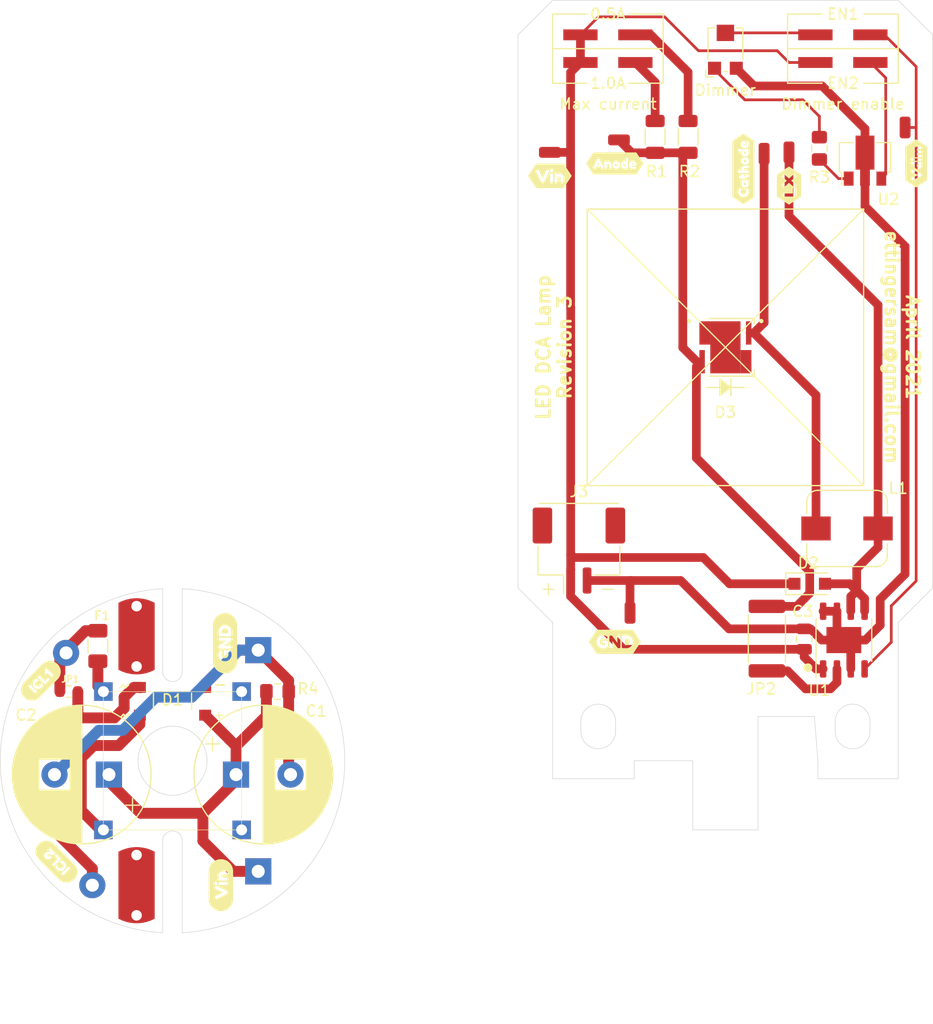
<source format=kicad_pcb>
(kicad_pcb (version 20171130) (host pcbnew "(5.1.9)-1")

  (general
    (thickness 1.6)
    (drawings 106)
    (tracks 165)
    (zones 0)
    (modules 44)
    (nets 20)
  )

  (page A4)
  (layers
    (0 F.Cu signal)
    (31 B.Cu signal)
    (32 B.Adhes user)
    (33 F.Adhes user)
    (34 B.Paste user)
    (35 F.Paste user)
    (36 B.SilkS user)
    (37 F.SilkS user)
    (38 B.Mask user)
    (39 F.Mask user)
    (40 Dwgs.User user)
    (41 Cmts.User user)
    (42 Eco1.User user)
    (43 Eco2.User user)
    (44 Edge.Cuts user)
    (45 Margin user)
    (46 B.CrtYd user)
    (47 F.CrtYd user)
    (48 B.Fab user hide)
    (49 F.Fab user hide)
  )

  (setup
    (last_trace_width 0.8)
    (trace_clearance 0.25)
    (zone_clearance 0.508)
    (zone_45_only no)
    (trace_min 0.2)
    (via_size 0.8)
    (via_drill 0.4)
    (via_min_size 0.4)
    (via_min_drill 0.3)
    (uvia_size 0.3)
    (uvia_drill 0.1)
    (uvias_allowed no)
    (uvia_min_size 0.2)
    (uvia_min_drill 0.1)
    (edge_width 0.05)
    (segment_width 0.2)
    (pcb_text_width 0.3)
    (pcb_text_size 1.5 1.5)
    (mod_edge_width 0.12)
    (mod_text_size 1 1)
    (mod_text_width 0.15)
    (pad_size 2.4 2.4)
    (pad_drill 1.2)
    (pad_to_mask_clearance 0.05)
    (aux_axis_origin 0 0)
    (visible_elements 7FFFFF7F)
    (pcbplotparams
      (layerselection 0x010fc_ffffffff)
      (usegerberextensions false)
      (usegerberattributes true)
      (usegerberadvancedattributes true)
      (creategerberjobfile true)
      (excludeedgelayer true)
      (linewidth 0.101600)
      (plotframeref false)
      (viasonmask false)
      (mode 1)
      (useauxorigin false)
      (hpglpennumber 1)
      (hpglpenspeed 20)
      (hpglpendiameter 15.000000)
      (psnegative false)
      (psa4output false)
      (plotreference true)
      (plotvalue true)
      (plotinvisibletext false)
      (padsonsilk false)
      (subtractmaskfromsilk false)
      (outputformat 1)
      (mirror false)
      (drillshape 1)
      (scaleselection 1)
      (outputdirectory ""))
  )

  (net 0 "")
  (net 1 "Net-(D1-Pad4)")
  (net 2 "Net-(D1-Pad3)")
  (net 3 "Net-(D2-Pad2)")
  (net 4 VIN_UPRIGHT)
  (net 5 GND_UPRIGHT)
  (net 6 DIMMING)
  (net 7 GND_BASE)
  (net 8 VIN_BASE)
  (net 9 "Net-(D3-Pad1)")
  (net 10 "Net-(R3-Pad2)")
  (net 11 "Net-(R3-Pad1)")
  (net 12 "Net-(D3-Pad2)")
  (net 13 "Net-(F1-Pad2)")
  (net 14 "Net-(F1-Pad1)")
  (net 15 "Net-(JP2-Pad1)")
  (net 16 "Net-(J4-Pad2)")
  (net 17 "Net-(J5-Pad4)")
  (net 18 "Net-(J5-Pad2)")
  (net 19 "Net-(J4-Pad4)")

  (net_class Default "This is the default net class."
    (clearance 0.25)
    (trace_width 0.8)
    (via_dia 0.8)
    (via_drill 0.4)
    (uvia_dia 0.3)
    (uvia_drill 0.1)
    (add_net GND_UPRIGHT)
    (add_net "Net-(D2-Pad2)")
    (add_net "Net-(D3-Pad1)")
    (add_net "Net-(D3-Pad2)")
    (add_net "Net-(J4-Pad2)")
    (add_net "Net-(J4-Pad4)")
    (add_net "Net-(J5-Pad2)")
    (add_net "Net-(J5-Pad4)")
    (add_net "Net-(JP2-Pad1)")
    (add_net VIN_UPRIGHT)
  )

  (net_class "Base Track" ""
    (clearance 0.25)
    (trace_width 1)
    (via_dia 0.8)
    (via_drill 0.4)
    (uvia_dia 0.3)
    (uvia_drill 0.1)
    (add_net GND_BASE)
    (add_net "Net-(D1-Pad3)")
    (add_net "Net-(D1-Pad4)")
    (add_net "Net-(F1-Pad1)")
    (add_net "Net-(F1-Pad2)")
    (add_net VIN_BASE)
  )

  (net_class non-power ""
    (clearance 0.25)
    (trace_width 0.25)
    (via_dia 0.8)
    (via_drill 0.4)
    (uvia_dia 0.3)
    (uvia_drill 0.1)
    (add_net DIMMING)
    (add_net "Net-(R3-Pad1)")
    (add_net "Net-(R3-Pad2)")
  )

  (module Diode_SMD:D_SOD-123F (layer F.Cu) (tedit 587F7769) (tstamp 607C1B30)
    (at 134.747 59.944)
    (descr D_SOD-123F)
    (tags D_SOD-123F)
    (path /5F0E7327)
    (attr smd)
    (fp_text reference D2 (at -0.127 -1.905) (layer F.SilkS)
      (effects (font (size 1 1) (thickness 0.15)))
    )
    (fp_text value Schottky (at 0 2.1) (layer F.Fab)
      (effects (font (size 1 1) (thickness 0.15)))
    )
    (fp_text user %R (at -0.127 -1.905) (layer F.Fab)
      (effects (font (size 1 1) (thickness 0.15)))
    )
    (fp_line (start -2.2 -1) (end -2.2 1) (layer F.SilkS) (width 0.12))
    (fp_line (start 0.25 0) (end 0.75 0) (layer F.Fab) (width 0.1))
    (fp_line (start 0.25 0.4) (end -0.35 0) (layer F.Fab) (width 0.1))
    (fp_line (start 0.25 -0.4) (end 0.25 0.4) (layer F.Fab) (width 0.1))
    (fp_line (start -0.35 0) (end 0.25 -0.4) (layer F.Fab) (width 0.1))
    (fp_line (start -0.35 0) (end -0.35 0.55) (layer F.Fab) (width 0.1))
    (fp_line (start -0.35 0) (end -0.35 -0.55) (layer F.Fab) (width 0.1))
    (fp_line (start -0.75 0) (end -0.35 0) (layer F.Fab) (width 0.1))
    (fp_line (start -1.4 0.9) (end -1.4 -0.9) (layer F.Fab) (width 0.1))
    (fp_line (start 1.4 0.9) (end -1.4 0.9) (layer F.Fab) (width 0.1))
    (fp_line (start 1.4 -0.9) (end 1.4 0.9) (layer F.Fab) (width 0.1))
    (fp_line (start -1.4 -0.9) (end 1.4 -0.9) (layer F.Fab) (width 0.1))
    (fp_line (start -2.2 -1.15) (end 2.2 -1.15) (layer F.CrtYd) (width 0.05))
    (fp_line (start 2.2 -1.15) (end 2.2 1.15) (layer F.CrtYd) (width 0.05))
    (fp_line (start 2.2 1.15) (end -2.2 1.15) (layer F.CrtYd) (width 0.05))
    (fp_line (start -2.2 -1.15) (end -2.2 1.15) (layer F.CrtYd) (width 0.05))
    (fp_line (start -2.2 1) (end 1.65 1) (layer F.SilkS) (width 0.12))
    (fp_line (start -2.2 -1) (end 1.65 -1) (layer F.SilkS) (width 0.12))
    (pad 2 smd rect (at 1.4 0) (size 1.1 1.1) (layers F.Cu F.Paste F.Mask)
      (net 3 "Net-(D2-Pad2)"))
    (pad 1 smd rect (at -1.4 0) (size 1.1 1.1) (layers F.Cu F.Paste F.Mask)
      (net 4 VIN_UPRIGHT))
    (model ${KISYS3DMOD}/Diode_SMD.3dshapes/D_SOD-123F.wrl
      (at (xyz 0 0 0))
      (scale (xyz 1 1 1))
      (rotate (xyz 0 0 0))
    )
  )

  (module Connector_PinHeader_2.54mm:PinHeader_2x02_P2.54mm_Vertical_SMD (layer F.Cu) (tedit 6085CC36) (tstamp 607B8756)
    (at 137.795 10.795)
    (descr "surface-mounted straight pin header, 2x02, 2.54mm pitch, double rows")
    (tags "Surface mounted pin header SMD 2x02 2.54mm double row")
    (path /6083618D)
    (attr smd)
    (fp_text reference J5 (at 0 -3.6) (layer F.SilkS) hide
      (effects (font (size 1 1) (thickness 0.15)))
    )
    (fp_text value Conn_02x02_Odd_Even (at 0 3.6) (layer F.Fab)
      (effects (font (size 1 1) (thickness 0.15)))
    )
    (fp_line (start 5.9 -3.05) (end -5.9 -3.05) (layer F.CrtYd) (width 0.05))
    (fp_line (start 5.9 3.05) (end 5.9 -3.05) (layer F.CrtYd) (width 0.05))
    (fp_line (start -5.9 3.05) (end 5.9 3.05) (layer F.CrtYd) (width 0.05))
    (fp_line (start -5.9 -3.05) (end -5.9 3.05) (layer F.CrtYd) (width 0.05))
    (fp_line (start 3.6 1.59) (end 2.54 1.59) (layer F.Fab) (width 0.1))
    (fp_line (start 3.6 0.95) (end 3.6 1.59) (layer F.Fab) (width 0.1))
    (fp_line (start 2.54 0.95) (end 3.6 0.95) (layer F.Fab) (width 0.1))
    (fp_line (start -3.6 1.59) (end -2.54 1.59) (layer F.Fab) (width 0.1))
    (fp_line (start -3.6 0.95) (end -3.6 1.59) (layer F.Fab) (width 0.1))
    (fp_line (start -2.54 0.95) (end -3.6 0.95) (layer F.Fab) (width 0.1))
    (fp_line (start 3.6 -0.95) (end 2.54 -0.95) (layer F.Fab) (width 0.1))
    (fp_line (start 3.6 -1.59) (end 3.6 -0.95) (layer F.Fab) (width 0.1))
    (fp_line (start 2.54 -1.59) (end 3.6 -1.59) (layer F.Fab) (width 0.1))
    (fp_line (start -3.6 -0.95) (end -2.54 -0.95) (layer F.Fab) (width 0.1))
    (fp_line (start -3.6 -1.59) (end -3.6 -0.95) (layer F.Fab) (width 0.1))
    (fp_line (start -2.54 -1.59) (end -3.6 -1.59) (layer F.Fab) (width 0.1))
    (fp_line (start 2.54 -2.54) (end 2.54 2.54) (layer F.Fab) (width 0.1))
    (fp_line (start -2.54 -1.59) (end -1.59 -2.54) (layer F.Fab) (width 0.1))
    (fp_line (start -2.54 2.54) (end -2.54 -1.59) (layer F.Fab) (width 0.1))
    (fp_line (start -1.59 -2.54) (end 2.54 -2.54) (layer F.Fab) (width 0.1))
    (fp_line (start 2.54 2.54) (end -2.54 2.54) (layer F.Fab) (width 0.1))
    (fp_text user %R (at 0 0 90) (layer F.Fab)
      (effects (font (size 1 1) (thickness 0.15)))
    )
    (pad 4 smd rect (at 2.525 1.27) (size 3.15 1) (layers F.Cu F.Paste F.Mask)
      (net 17 "Net-(J5-Pad4)"))
    (pad 3 smd rect (at -2.525 1.27) (size 3.15 1) (layers F.Cu F.Paste F.Mask)
      (net 4 VIN_UPRIGHT))
    (pad 1 smd rect (at 2.525 -1.27) (size 3.15 1) (layers F.Cu F.Paste F.Mask)
      (net 6 DIMMING))
    (pad 2 smd rect (at -2.525 -1.27) (size 3.15 1) (layers F.Cu F.Paste F.Mask)
      (net 18 "Net-(J5-Pad2)"))
    (model ${KISYS3DMOD}/Connector_PinHeader_2.54mm.3dshapes/PinHeader_2x02_P2.54mm_Vertical_SMD.wrl
      (at (xyz 0 0 0))
      (scale (xyz 1 1 1))
      (rotate (xyz 0 0 0))
    )
  )

  (module Resistor_SMD:R_1206_3216Metric (layer F.Cu) (tedit 5F68FEEE) (tstamp 607A1A54)
    (at 120.544 18.9 270)
    (descr "Resistor SMD 1206 (3216 Metric), square (rectangular) end terminal, IPC_7351 nominal, (Body size source: IPC-SM-782 page 72, https://www.pcb-3d.com/wordpress/wp-content/uploads/ipc-sm-782a_amendment_1_and_2.pdf), generated with kicad-footprint-generator")
    (tags resistor)
    (path /6080608E)
    (attr smd)
    (fp_text reference R1 (at 3.175 -0.127 180) (layer F.SilkS)
      (effects (font (size 1 1) (thickness 0.15)))
    )
    (fp_text value 0.200 (at 0 1.82 90) (layer F.Fab)
      (effects (font (size 1 1) (thickness 0.15)))
    )
    (fp_line (start 2.28 1.12) (end -2.28 1.12) (layer F.CrtYd) (width 0.05))
    (fp_line (start 2.28 -1.12) (end 2.28 1.12) (layer F.CrtYd) (width 0.05))
    (fp_line (start -2.28 -1.12) (end 2.28 -1.12) (layer F.CrtYd) (width 0.05))
    (fp_line (start -2.28 1.12) (end -2.28 -1.12) (layer F.CrtYd) (width 0.05))
    (fp_line (start -0.727064 0.91) (end 0.727064 0.91) (layer F.SilkS) (width 0.12))
    (fp_line (start -0.727064 -0.91) (end 0.727064 -0.91) (layer F.SilkS) (width 0.12))
    (fp_line (start 1.6 0.8) (end -1.6 0.8) (layer F.Fab) (width 0.1))
    (fp_line (start 1.6 -0.8) (end 1.6 0.8) (layer F.Fab) (width 0.1))
    (fp_line (start -1.6 -0.8) (end 1.6 -0.8) (layer F.Fab) (width 0.1))
    (fp_line (start -1.6 0.8) (end -1.6 -0.8) (layer F.Fab) (width 0.1))
    (fp_text user %R (at 0 0 90) (layer F.Fab)
      (effects (font (size 0.8 0.8) (thickness 0.12)))
    )
    (pad 2 smd roundrect (at 1.4625 0 270) (size 1.125 1.75) (layers F.Cu F.Paste F.Mask) (roundrect_rratio 0.222222)
      (net 12 "Net-(D3-Pad2)"))
    (pad 1 smd roundrect (at -1.4625 0 270) (size 1.125 1.75) (layers F.Cu F.Paste F.Mask) (roundrect_rratio 0.222222)
      (net 19 "Net-(J4-Pad4)"))
    (model ${KISYS3DMOD}/Resistor_SMD.3dshapes/R_1206_3216Metric.wrl
      (at (xyz 0 0 0))
      (scale (xyz 1 1 1))
      (rotate (xyz 0 0 0))
    )
  )

  (module Resistor_SMD:R_1206_3216Metric (layer F.Cu) (tedit 5F68FEEE) (tstamp 607C2E16)
    (at 123.571 18.9 270)
    (descr "Resistor SMD 1206 (3216 Metric), square (rectangular) end terminal, IPC_7351 nominal, (Body size source: IPC-SM-782 page 72, https://www.pcb-3d.com/wordpress/wp-content/uploads/ipc-sm-782a_amendment_1_and_2.pdf), generated with kicad-footprint-generator")
    (tags resistor)
    (path /5F0D273E)
    (attr smd)
    (fp_text reference R2 (at 3.175 -0.127 180) (layer F.SilkS)
      (effects (font (size 1 1) (thickness 0.15)))
    )
    (fp_text value 0.100 (at 0 1.82 90) (layer F.Fab)
      (effects (font (size 1 1) (thickness 0.15)))
    )
    (fp_line (start 2.28 1.12) (end -2.28 1.12) (layer F.CrtYd) (width 0.05))
    (fp_line (start 2.28 -1.12) (end 2.28 1.12) (layer F.CrtYd) (width 0.05))
    (fp_line (start -2.28 -1.12) (end 2.28 -1.12) (layer F.CrtYd) (width 0.05))
    (fp_line (start -2.28 1.12) (end -2.28 -1.12) (layer F.CrtYd) (width 0.05))
    (fp_line (start -0.727064 0.91) (end 0.727064 0.91) (layer F.SilkS) (width 0.12))
    (fp_line (start -0.727064 -0.91) (end 0.727064 -0.91) (layer F.SilkS) (width 0.12))
    (fp_line (start 1.6 0.8) (end -1.6 0.8) (layer F.Fab) (width 0.1))
    (fp_line (start 1.6 -0.8) (end 1.6 0.8) (layer F.Fab) (width 0.1))
    (fp_line (start -1.6 -0.8) (end 1.6 -0.8) (layer F.Fab) (width 0.1))
    (fp_line (start -1.6 0.8) (end -1.6 -0.8) (layer F.Fab) (width 0.1))
    (fp_text user %R (at 0 0 90) (layer F.Fab)
      (effects (font (size 0.8 0.8) (thickness 0.12)))
    )
    (pad 2 smd roundrect (at 1.4625 0 270) (size 1.125 1.75) (layers F.Cu F.Paste F.Mask) (roundrect_rratio 0.222222)
      (net 12 "Net-(D3-Pad2)"))
    (pad 1 smd roundrect (at -1.4625 0 270) (size 1.125 1.75) (layers F.Cu F.Paste F.Mask) (roundrect_rratio 0.222222)
      (net 16 "Net-(J4-Pad2)"))
    (model ${KISYS3DMOD}/Resistor_SMD.3dshapes/R_1206_3216Metric.wrl
      (at (xyz 0 0 0))
      (scale (xyz 1 1 1))
      (rotate (xyz 0 0 0))
    )
  )

  (module projector_bulb:Diode_Bridge_Comchip_2A (layer F.Cu) (tedit 6084B251) (tstamp 5F0E11D0)
    (at 76.2 70.739 180)
    (descr "SMD diode bridge DFS, see http://www.vishay.com/docs/88854/padlayouts.pdf")
    (tags DFS)
    (path /5F0C9094)
    (attr smd)
    (fp_text reference D1 (at 0 0.127) (layer F.SilkS)
      (effects (font (size 1 1) (thickness 0.15)))
    )
    (fp_text value "Bridge Rectifier" (at 0 5.2) (layer F.Fab)
      (effects (font (size 1 1) (thickness 0.15)))
    )
    (fp_line (start 3.6 2.2) (end -3.6 2.2) (layer F.CrtYd) (width 0.05))
    (fp_line (start 3.6 2.2) (end 3.6 -2) (layer F.CrtYd) (width 0.05))
    (fp_line (start -3.6 -2) (end -3.6 2.2) (layer F.CrtYd) (width 0.05))
    (fp_line (start -3.6 -2) (end 3.6 -2) (layer F.CrtYd) (width 0.05))
    (fp_line (start -0.5 -2) (end 1.5 -2) (layer F.Fab) (width 0.12))
    (fp_line (start -1.5 2) (end -1.5 -1) (layer F.Fab) (width 0.12))
    (fp_line (start 1.5 2) (end -1.5 2) (layer F.Fab) (width 0.12))
    (fp_line (start 1.5 -2) (end 1.5 2) (layer F.Fab) (width 0.12))
    (fp_line (start 1.75 -0.75) (end 1.75 0.75) (layer F.SilkS) (width 0.12))
    (fp_line (start -1.75 -0.75) (end -1.75 0.75) (layer F.SilkS) (width 0.12))
    (fp_line (start -1.5 -1) (end -0.5 -2) (layer F.Fab) (width 0.12))
    (fp_line (start -4.55 -1.3) (end -4.05 -1.3) (layer F.SilkS) (width 0.1524))
    (fp_line (start -4.3 -1.55) (end -4.3 -1.05) (layer F.SilkS) (width 0.1524))
    (fp_line (start -4.75 1.5) (end -4 1.5) (layer F.SilkS) (width 0.1524))
    (fp_line (start 4 -1.2) (end 4.25 -1.45) (layer F.SilkS) (width 0.1524))
    (fp_line (start 4.25 -1.45) (end 4.5 -1.2) (layer F.SilkS) (width 0.1524))
    (fp_line (start 4.5 -1.2) (end 4.75 -1.45) (layer F.SilkS) (width 0.1524))
    (fp_line (start 4.05 1.5) (end 4.3 1.25) (layer F.SilkS) (width 0.1524))
    (fp_line (start 4.55 1.5) (end 4.8 1.25) (layer F.SilkS) (width 0.1524))
    (fp_line (start 4.3 1.25) (end 4.55 1.5) (layer F.SilkS) (width 0.1524))
    (fp_text user %R (at 0 -0.065) (layer F.Fab)
      (effects (font (size 1 1) (thickness 0.15)))
    )
    (pad 1 smd rect (at -3 -1.275 180) (size 1.1 1) (layers F.Cu F.Paste F.Mask)
      (net 8 VIN_BASE))
    (pad 2 smd rect (at -3 1.275 180) (size 1.1 1) (layers F.Cu F.Paste F.Mask)
      (net 7 GND_BASE))
    (pad 3 smd rect (at 3 1.275 180) (size 1.1 1) (layers F.Cu F.Paste F.Mask)
      (net 2 "Net-(D1-Pad3)"))
    (pad 4 smd rect (at 3 -1.275 180) (size 1.1 1) (layers F.Cu F.Paste F.Mask)
      (net 1 "Net-(D1-Pad4)"))
    (model ${KISYS3DMOD}/Package_TO_SOT_SMD.3dshapes/TO-269AA.wrl
      (at (xyz 0 0 0))
      (scale (xyz 1 1 1))
      (rotate (xyz 0 0 0))
    )
  )

  (module label (layer F.Cu) (tedit 6083C190) (tstamp 60848D61)
    (at 116.84 21.336)
    (descr "Converted using: scripting")
    (tags svg2mod)
    (attr virtual)
    (fp_text reference svg2mod (at 0 -4.05974) (layer F.SilkS) hide
      (effects (font (size 1.524 1.524) (thickness 0.3048)))
    )
    (fp_text value G*** (at 0 4.05974) (layer F.SilkS) hide
      (effects (font (size 1.524 1.524) (thickness 0.3048)))
    )
    (fp_poly (pts (xy -1.96977 -1.01174) (xy -1.50241 -0.44831) (xy -1.44272 -0.4318) (xy -1.40081 -0.38227)
      (xy -0.59436 -0.18669) (xy -0.514421 -0.175895) (xy -0.443936 -0.14351) (xy -0.382905 -0.089535)
      (xy -0.335986 -0.020038) (xy -0.307834 0.058914) (xy -0.29845 0.14732) (xy -0.29845 0.37084)
      (xy -0.300355 0.414655) (xy -0.101759 0.401638) (xy -0.161925 0.330835) (xy -0.202406 0.244951)
      (xy -0.2159 0.14859) (xy -0.204047 0.052917) (xy -0.168487 -0.030903) (xy -0.10922 -0.10287)
      (xy -0.034713 -0.157903) (xy 0.046567 -0.190923) (xy 0.13462 -0.20193) (xy 0.222532 -0.190994)
      (xy 0.303389 -0.158186) (xy 0.37719 -0.103505) (xy 0.647065 -0.08509) (xy 0.712188 -0.140829)
      (xy 0.781403 -0.174272) (xy 0.85471 -0.18542) (xy 0.938213 -0.169545) (xy 1.00076 -0.12192)
      (xy 1.00076 -0.38862) (xy 1.002665 -0.432435) (xy 1.014095 -0.465455) (xy 1.04775 -0.49149)
      (xy 1.111885 -0.49911) (xy 1.17602 -0.49149) (xy 1.209675 -0.46482) (xy 1.221105 -0.431165)
      (xy 1.22301 -0.38735) (xy 1.409065 -0.104775) (xy 1.483783 -0.158044) (xy 1.569932 -0.190006)
      (xy 1.66751 -0.20066) (xy 1.749901 -0.192881) (xy 1.820545 -0.169545) (xy 1.879441 -0.130651)
      (xy 1.92659 -0.0762) (xy 1.958975 -0.007144) (xy 1.96977 0.067945) (xy 1.960086 0.13589)
      (xy 1.931035 0.183515) (xy 1.84531 0.22098) (xy 1.54432 0.22098) (xy 1.58623 0.28067)
      (xy 1.67005 0.3048) (xy 1.735773 0.30099) (xy 1.78562 0.28956) (xy 1.79959 0.28448)
      (xy 1.85039 0.27051) (xy 1.92024 0.32766) (xy 1.93675 0.38608) (xy 1.919843 0.435531)
      (xy 1.869123 0.470853) (xy 1.784588 0.492046) (xy 1.66624 0.49911) (xy 1.577499 0.491014)
      (xy 1.499235 0.466725) (xy 1.434306 0.429101) (xy 1.38557 0.381) (xy 1.34112 0.309739)
      (xy 1.31445 0.233116) (xy 1.30556 0.15113) (xy 1.317061 0.051576) (xy 1.351562 -0.033726)
      (xy 1.409065 -0.104775) (xy 1.22301 -0.38735) (xy 1.22301 0.37084) (xy 1.221105 0.414655)
      (xy 1.20904 0.44704) (xy 1.172686 0.472758) (xy 1.101725 0.48133) (xy 1.032986 0.465773)
      (xy 1.0033 0.4191) (xy 0.939483 0.46482) (xy 0.85471 0.48006) (xy 0.780768 0.468983)
      (xy 0.711341 0.435751) (xy 0.64643 0.380365) (xy 0.594219 0.310233) (xy 0.562892 0.232763)
      (xy 0.55245 0.147955) (xy 0.562963 0.063077) (xy 0.594501 -0.014605) (xy 0.647065 -0.08509)
      (xy 0.37719 -0.103505) (xy 0.435751 -0.031891) (xy 0.470888 0.051717) (xy 0.4826 0.14732)
      (xy 0.468948 0.246856) (xy 0.42799 0.334645) (xy 0.367506 0.405765) (xy 0.295275 0.455295)
      (xy 0.215741 0.484346) (xy 0.13335 0.49403) (xy 0.0508 0.483711) (xy -0.02921 0.452755)
      (xy -0.101759 0.401638) (xy -0.300355 0.414655) (xy -0.31115 0.44704) (xy -0.344805 0.472758)
      (xy -0.41021 0.48133) (xy -0.48133 0.469583) (xy -0.51435 0.43434) (xy -0.52197 0.36957)
      (xy -0.52197 0.14605) (xy -0.551815 0.06477) (xy -0.631825 0.03556) (xy -0.713105 0.06604)
      (xy -0.74422 0.14605) (xy -0.74422 0.37084) (xy -0.746125 0.414655) (xy -0.75819 0.44704)
      (xy -0.790893 0.472758) (xy -0.85598 0.48133) (xy -0.920433 0.472758) (xy -0.95377 0.44704)
      (xy -0.964565 0.413385) (xy -0.96647 0.36957) (xy -0.96647 -0.08001) (xy -0.964565 -0.122555)
      (xy -0.9525 -0.15494) (xy -0.919163 -0.178753) (xy -0.85471 -0.18669) (xy -0.792163 -0.179388)
      (xy -0.75946 -0.15748) (xy -0.74676 -0.10541) (xy -0.7239 -0.13081) (xy -0.68961 -0.15748)
      (xy -0.59436 -0.18669) (xy -1.40081 -0.38227) (xy -1.05791 0.32639) (xy -1.03632 0.39116)
      (xy -1.054735 0.434658) (xy -1.10998 0.47371) (xy -1.177925 0.4953) (xy -1.218565 0.48387)
      (xy -1.241425 0.45974) (xy -1.26111 0.42164) (xy -1.32715 0.28448) (xy -1.67894 0.28448)
      (xy -1.74498 0.42164) (xy -1.764665 0.45847) (xy -1.787525 0.481965) (xy -1.828165 0.49403)
      (xy -1.89611 0.47244) (xy -1.951355 0.43434) (xy -1.96977 0.39116) (xy -1.94818 0.32639)
      (xy -1.60528 -0.38354) (xy -1.562735 -0.43053) (xy -1.50241 -0.44831) (xy -1.96977 -1.01174)
      (xy -1.969876 -1.01174) (xy -2.644369 0) (xy -1.969876 1.01174) (xy -1.96977 1.01174)
      (xy 1.96977 1.01174) (xy 1.969876 1.01174) (xy 2.644369 0) (xy 1.969876 -1.01174)
      (xy 1.96977 -1.01174) (xy -1.96977 -1.01174)) (layer F.SilkS) (width 0))
    (fp_poly (pts (xy 0.04953 0.239395) (xy 0.13208 0.27051) (xy 0.2159 0.23876) (xy 0.247333 0.19939)
      (xy 0.25781 0.14478) (xy 0.247968 0.090488) (xy 0.21844 0.05207) (xy 0.13335 0.02159)
      (xy 0.04826 0.05334) (xy 0.018733 0.092551) (xy 0.00889 0.146685) (xy 0.01905 0.20066)
      (xy 0.04953 0.239395)) (layer F.SilkS) (width 0))
    (fp_poly (pts (xy 0.80772 0.22479) (xy 0.88773 0.25908) (xy 0.965835 0.22479) (xy 0.99695 0.149225)
      (xy 0.967105 0.07239) (xy 0.88646 0.03683) (xy 0.80518 0.071755) (xy 0.7747 0.14859)
      (xy 0.80772 0.22479)) (layer F.SilkS) (width 0))
    (fp_poly (pts (xy -1.50368 -0.07747) (xy -1.5875 0.09652) (xy -1.41859 0.09652) (xy -1.50368 -0.07747)) (layer F.SilkS) (width 0))
    (fp_poly (pts (xy 1.7018 0.10541) (xy 1.75006 0.06477) (xy 1.727835 0.01778) (xy 1.664335 0)
      (xy 1.58242 0.033655) (xy 1.54178 0.10541) (xy 1.7018 0.10541)) (layer F.SilkS) (width 0))
  )

  (module label (layer F.Cu) (tedit 6083C187) (tstamp 608487EF)
    (at 128.651 21.844 90)
    (descr "Converted using: scripting")
    (tags svg2mod)
    (attr virtual)
    (fp_text reference svg2mod (at 0 -4.05974 90) (layer F.SilkS) hide
      (effects (font (size 1.524 1.524) (thickness 0.3048)))
    )
    (fp_text value G*** (at 0 4.05974 90) (layer F.SilkS) hide
      (effects (font (size 1.524 1.524) (thickness 0.3048)))
    )
    (fp_poly (pts (xy -2.57175 -1.01174) (xy -2.3368 -0.38862) (xy -2.253686 -0.42672) (xy -2.170289 -0.44958)
      (xy -2.08661 -0.4572) (xy -2.026444 -0.452596) (xy -1.965325 -0.438785) (xy -1.87198 -0.40132)
      (xy -1.8415 -0.38354) (xy -1.80594 -0.36068) (xy -1.77292 -0.300355) (xy -1.79959 -0.22987)
      (xy -1.84658 -0.178435) (xy -1.88849 -0.16129) (xy -1.95326 -0.18923) (xy -2.01549 -0.221615)
      (xy -2.0955 -0.23241) (xy -2.177415 -0.218123) (xy -2.25806 -0.17526) (xy -2.32156 -0.09652)
      (xy -2.34061 -0.042386) (xy -1.614805 -0.085725) (xy -1.549682 -0.141111) (xy -1.480467 -0.174343)
      (xy -1.40716 -0.18542) (xy -1.32842 -0.17018) (xy -1.27889 -0.141605) (xy -1.25603 -0.11557)
      (xy -1.227138 -0.16891) (xy -1.1557 -0.18669) (xy -1.08204 -0.17907) (xy -1.048385 -0.1524)
      (xy -1.036955 -0.118745) (xy -1.03505 -0.07493) (xy -0.9652 -0.05842) (xy -0.95885 -0.133985)
      (xy -0.94107 -0.16764) (xy -0.89027 -0.18415) (xy -0.84836 -0.17907) (xy -0.84836 -0.30988)
      (xy -0.846455 -0.35306) (xy -0.83439 -0.38354) (xy -0.801688 -0.407353) (xy -0.7366 -0.41529)
      (xy -0.667703 -0.403543) (xy -0.63373 -0.3683) (xy -0.62738 -0.30353) (xy -0.62738 -0.17907)
      (xy -0.542925 -0.18415) (xy -0.499745 -0.182245) (xy -0.46609 -0.17018) (xy -0.441325 -0.137478)
      (xy -0.43307 -0.07239) (xy -0.441643 -0.007938) (xy -0.46736 0.0254) (xy -0.501015 0.036195)
      (xy -0.54483 0.0381) (xy -0.62738 0.03302) (xy -0.62738 0.20828) (xy -0.616585 0.25781)
      (xy -0.575945 0.27305) (xy -0.530225 0.274955) (xy -0.49657 0.28702) (xy -0.46736 0.37211)
      (xy -0.47625 0.436563) (xy -0.50292 0.4699) (xy -0.536575 0.480695) (xy -0.57912 0.4826)
      (xy -0.660118 0.475968) (xy -0.727004 0.456071) (xy -0.77978 0.42291) (xy -0.81788 0.373944)
      (xy -0.84074 0.306634) (xy -0.84836 0.22098) (xy -0.84836 0.03302) (xy -0.90043 0.03683)
      (xy -0.946785 0.01524) (xy -0.9652 -0.05842) (xy -1.03505 -0.07493) (xy -1.03505 0.36957)
      (xy -1.036955 0.413385) (xy -1.04775 0.44704) (xy -1.078389 0.471805) (xy -1.134745 0.48006)
      (xy -1.227455 0.462915) (xy -1.25476 0.41275) (xy -1.317466 0.463233) (xy -1.411605 0.48006)
      (xy -1.483078 0.468912) (xy -1.551023 0.435469) (xy -1.61544 0.37973) (xy -1.667651 0.309245)
      (xy -1.698978 0.231563) (xy -1.70942 0.146685) (xy -1.698907 0.061877) (xy -1.667369 -0.015593)
      (xy -1.614805 -0.085725) (xy -2.34061 -0.042386) (xy -2.34696 0.018415) (xy -2.34061 0.079216)
      (xy -2.32156 0.13335) (xy -2.25679 0.21336) (xy -2.177733 0.25527) (xy -2.0955 0.26924)
      (xy -2.021205 0.25908) (xy -1.97104 0.23876) (xy -1.94818 0.22225) (xy -1.88722 0.19685)
      (xy -1.846263 0.21463) (xy -1.80213 0.26797) (xy -1.77419 0.33909) (xy -1.791335 0.38354)
      (xy -1.83134 0.41529) (xy -1.875155 0.44196) (xy -1.96088 0.47498) (xy -2.024539 0.49022)
      (xy -2.085975 0.4953) (xy -2.146618 0.491331) (xy -2.207895 0.479425) (xy -2.270443 0.458153)
      (xy -2.334895 0.426085) (xy -2.396966 0.384493) (xy -2.45237 0.334645) (xy -2.499836 0.27305)
      (xy -2.538095 0.196215) (xy -2.563336 0.108109) (xy -2.57175 0.0127) (xy -2.563495 -0.081756)
      (xy -2.53873 -0.167005) (xy -2.501106 -0.240665) (xy -2.454275 -0.300355) (xy -2.399189 -0.348774)
      (xy -2.3368 -0.38862) (xy -2.57175 -1.01174) (xy -2.571856 -1.01174) (xy -3.246349 0)
      (xy -2.571856 1.01174) (xy -2.57175 1.01174) (xy 2.57175 1.01174) (xy 2.571856 1.01174)
      (xy 3.246349 0) (xy 2.571856 -1.01174) (xy 0.00762 -0.18415) (xy 0.087559 -0.173426)
      (xy 0.158044 -0.141252) (xy 0.219075 -0.08763) (xy 0.265994 -0.018486) (xy 0.294146 0.060254)
      (xy 0.30353 0.14859) (xy 0.38608 0.14859) (xy 0.397933 0.052917) (xy 0.433493 -0.030903)
      (xy 0.49276 -0.10287) (xy 0.567267 -0.157903) (xy 0.648547 -0.190923) (xy 0.7366 -0.20193)
      (xy 0.824512 -0.190994) (xy 0.905369 -0.158186) (xy 1.249045 -0.08509) (xy 1.314168 -0.140829)
      (xy 1.383383 -0.174272) (xy 1.45669 -0.18542) (xy 1.540193 -0.169545) (xy 1.60274 -0.12192)
      (xy 1.60274 -0.38862) (xy 1.604645 -0.432435) (xy 1.616075 -0.465455) (xy 1.64973 -0.49149)
      (xy 1.713865 -0.49911) (xy 1.778 -0.49149) (xy 1.811655 -0.46482) (xy 1.823085 -0.431165)
      (xy 1.82499 -0.38735) (xy 2.011045 -0.104775) (xy 2.085763 -0.158044) (xy 2.171912 -0.190006)
      (xy 2.26949 -0.20066) (xy 2.351881 -0.192881) (xy 2.422525 -0.169545) (xy 2.481421 -0.130651)
      (xy 2.52857 -0.0762) (xy 2.560955 -0.007144) (xy 2.57175 0.067945) (xy 2.562066 0.13589)
      (xy 2.533015 0.183515) (xy 2.44729 0.22098) (xy 2.1463 0.22098) (xy 2.18821 0.28067)
      (xy 2.27203 0.3048) (xy 2.337753 0.30099) (xy 2.3876 0.28956) (xy 2.40157 0.28448)
      (xy 2.45237 0.27051) (xy 2.52222 0.32766) (xy 2.53873 0.38608) (xy 2.521823 0.435531)
      (xy 2.471103 0.470853) (xy 2.386568 0.492046) (xy 2.26822 0.49911) (xy 2.179479 0.491014)
      (xy 2.101215 0.466725) (xy 2.036286 0.429101) (xy 1.98755 0.381) (xy 1.9431 0.309739)
      (xy 1.91643 0.233116) (xy 1.90754 0.15113) (xy 1.919041 0.051576) (xy 1.953542 -0.033726)
      (xy 2.011045 -0.104775) (xy 1.82499 -0.38735) (xy 1.82499 0.37084) (xy 1.823085 0.414655)
      (xy 1.81102 0.44704) (xy 1.774666 0.472758) (xy 1.703705 0.48133) (xy 1.634966 0.465773)
      (xy 1.60528 0.4191) (xy 1.541463 0.46482) (xy 1.45669 0.48006) (xy 1.382748 0.468983)
      (xy 1.313321 0.435751) (xy 1.24841 0.380365) (xy 1.196199 0.310233) (xy 1.164872 0.232763)
      (xy 1.15443 0.147955) (xy 1.164943 0.063077) (xy 1.196481 -0.014605) (xy 1.249045 -0.08509)
      (xy 0.905369 -0.158186) (xy 0.97917 -0.103505) (xy 1.037731 -0.031891) (xy 1.072868 0.051717)
      (xy 1.08458 0.14732) (xy 1.070928 0.246856) (xy 1.02997 0.334645) (xy 0.969486 0.405765)
      (xy 0.897255 0.455295) (xy 0.817721 0.484346) (xy 0.73533 0.49403) (xy 0.65278 0.483711)
      (xy 0.57277 0.452755) (xy 0.500221 0.401638) (xy 0.440055 0.330835) (xy 0.399574 0.244951)
      (xy 0.38608 0.14859) (xy 0.30353 0.14859) (xy 0.30353 0.37211) (xy 0.301625 0.415925)
      (xy 0.28956 0.44958) (xy 0.256858 0.474345) (xy 0.19177 0.4826) (xy 0.128905 0.474345)
      (xy 0.09525 0.44958) (xy 0.083185 0.41529) (xy 0.08128 0.36957) (xy 0.08128 0.14732)
      (xy 0.05207 0.06604) (xy -0.022225 0.03683) (xy -0.1016 0.064135) (xy -0.14097 0.12573)
      (xy -0.14097 0.37211) (xy -0.142875 0.415925) (xy -0.15494 0.44958) (xy -0.187643 0.474345)
      (xy -0.25273 0.4826) (xy -0.317183 0.474028) (xy -0.35052 0.44831) (xy -0.361315 0.41529)
      (xy -0.36322 0.37084) (xy -0.36322 -0.38862) (xy -0.361315 -0.432435) (xy -0.35052 -0.46482)
      (xy -0.316865 -0.490538) (xy -0.25146 -0.49911) (xy -0.187325 -0.490538) (xy -0.15494 -0.46482)
      (xy -0.142875 -0.431165) (xy -0.14097 -0.38735) (xy -0.14097 -0.10668) (xy -0.072073 -0.164783)
      (xy 0.00762 -0.18415) (xy 2.571856 -1.01174) (xy 2.57175 -1.01174) (xy -2.57175 -1.01174)) (layer F.SilkS) (width 0))
    (fp_poly (pts (xy 0.65151 0.239395) (xy 0.73406 0.27051) (xy 0.81788 0.23876) (xy 0.849313 0.19939)
      (xy 0.85979 0.14478) (xy 0.849948 0.090488) (xy 0.82042 0.05207) (xy 0.73533 0.02159)
      (xy 0.65024 0.05334) (xy 0.620713 0.092551) (xy 0.61087 0.146685) (xy 0.62103 0.20066)
      (xy 0.65151 0.239395)) (layer F.SilkS) (width 0))
    (fp_poly (pts (xy -1.48717 0.14859) (xy -1.45415 0.224155) (xy -1.37414 0.25781) (xy -1.296035 0.22352)
      (xy -1.26492 0.147955) (xy -1.294765 0.07112) (xy -1.374775 0.03556) (xy -1.456055 0.07112)
      (xy -1.48717 0.14859)) (layer F.SilkS) (width 0))
    (fp_poly (pts (xy 1.4097 0.22479) (xy 1.48971 0.25908) (xy 1.567815 0.22479) (xy 1.59893 0.149225)
      (xy 1.569085 0.07239) (xy 1.48844 0.03683) (xy 1.40716 0.071755) (xy 1.37668 0.14859)
      (xy 1.4097 0.22479)) (layer F.SilkS) (width 0))
    (fp_poly (pts (xy 2.30378 0.10541) (xy 2.35204 0.06477) (xy 2.329815 0.01778) (xy 2.266315 0)
      (xy 2.1844 0.033655) (xy 2.14376 0.10541) (xy 2.30378 0.10541)) (layer F.SilkS) (width 0))
  )

  (module projector_bulb:Test_Point_0603 (layer F.Cu) (tedit 6083AC3B) (tstamp 60848162)
    (at 130.556 20.447 90)
    (descr "Resistor SMD 0603 (1608 Metric), square (rectangular) end terminal, IPC_7351 nominal, (Body size source: IPC-SM-782 page 72, https://www.pcb-3d.com/wordpress/wp-content/uploads/ipc-sm-782a_amendment_1_and_2.pdf), generated with kicad-footprint-generator")
    (tags resistor)
    (path /60860C79)
    (attr smd)
    (fp_text reference TP6 (at 0 -1.43 90) (layer F.SilkS) hide
      (effects (font (size 1 1) (thickness 0.15)))
    )
    (fp_text value TestPoint (at 0 1.43 90) (layer F.Fab) hide
      (effects (font (size 1 1) (thickness 0.15)))
    )
    (fp_line (start -1.18 0.73) (end -1.18 -0.73) (layer F.CrtYd) (width 0.05))
    (fp_line (start -1.18 -0.73) (end 1.18 -0.73) (layer F.CrtYd) (width 0.05))
    (fp_line (start 1.18 -0.73) (end 1.18 0.73) (layer F.CrtYd) (width 0.05))
    (fp_line (start 1.18 0.73) (end -1.18 0.73) (layer F.CrtYd) (width 0.05))
    (fp_text user %R (at 0 0 90) (layer F.Fab)
      (effects (font (size 0.4 0.4) (thickness 0.06)))
    )
    (pad 1 smd roundrect (at 0 0 90) (size 2 1) (layers F.Cu F.Paste F.Mask) (roundrect_rratio 0.25)
      (net 9 "Net-(D3-Pad1)"))
    (model ${KIPRJMOD}/projector_bulb.pretty/testpoint_0603.wrl
      (at (xyz 0 0 0))
      (scale (xyz 1 1 1))
      (rotate (xyz 0 0 0))
    )
  )

  (module projector_bulb:Test_Point_0603 (layer F.Cu) (tedit 6083AC3B) (tstamp 60848158)
    (at 117.221 19.177 180)
    (descr "Resistor SMD 0603 (1608 Metric), square (rectangular) end terminal, IPC_7351 nominal, (Body size source: IPC-SM-782 page 72, https://www.pcb-3d.com/wordpress/wp-content/uploads/ipc-sm-782a_amendment_1_and_2.pdf), generated with kicad-footprint-generator")
    (tags resistor)
    (path /6085F6FA)
    (attr smd)
    (fp_text reference TP5 (at 0 -1.43) (layer F.SilkS) hide
      (effects (font (size 1 1) (thickness 0.15)))
    )
    (fp_text value TestPoint (at 0 1.43) (layer F.Fab) hide
      (effects (font (size 1 1) (thickness 0.15)))
    )
    (fp_line (start -1.18 0.73) (end -1.18 -0.73) (layer F.CrtYd) (width 0.05))
    (fp_line (start -1.18 -0.73) (end 1.18 -0.73) (layer F.CrtYd) (width 0.05))
    (fp_line (start 1.18 -0.73) (end 1.18 0.73) (layer F.CrtYd) (width 0.05))
    (fp_line (start 1.18 0.73) (end -1.18 0.73) (layer F.CrtYd) (width 0.05))
    (fp_text user %R (at 0 0) (layer F.Fab)
      (effects (font (size 0.4 0.4) (thickness 0.06)))
    )
    (pad 1 smd roundrect (at 0 0 180) (size 2 1) (layers F.Cu F.Paste F.Mask) (roundrect_rratio 0.25)
      (net 12 "Net-(D3-Pad2)"))
    (model ${KIPRJMOD}/projector_bulb.pretty/testpoint_0603.wrl
      (at (xyz 0 0 0))
      (scale (xyz 1 1 1))
      (rotate (xyz 0 0 0))
    )
  )

  (module label (layer F.Cu) (tedit 6083BAD0) (tstamp 6084705D)
    (at 144.526 21.336 90)
    (descr "Converted using: scripting")
    (tags svg2mod)
    (attr virtual)
    (fp_text reference svg2mod (at 0 -4.051485 90) (layer F.SilkS) hide
      (effects (font (size 1.524 1.524) (thickness 0.3048)))
    )
    (fp_text value G*** (at 0 4.051485 90) (layer F.SilkS) hide
      (effects (font (size 1.524 1.524) (thickness 0.3048)))
    )
    (fp_poly (pts (xy -1.54432 -1.003485) (xy -0.66294 -0.426085) (xy -0.606743 -0.38735) (xy -0.58801 -0.344805)
      (xy -0.60706 -0.283845) (xy -0.301907 -0.166017) (xy -0.2286 -0.177165) (xy -0.145098 -0.16129)
      (xy -0.08255 -0.113665) (xy -0.08255 -0.380365) (xy -0.080645 -0.42418) (xy -0.069215 -0.4572)
      (xy -0.03556 -0.483235) (xy 0.028575 -0.490855) (xy 0.09271 -0.483235) (xy 0.126365 -0.456565)
      (xy 0.254 -0.456565) (xy 0.287655 -0.482283) (xy 0.35306 -0.490855) (xy 0.417195 -0.482283)
      (xy 0.44958 -0.456565) (xy 0.461645 -0.42291) (xy 0.46355 -0.379095) (xy 0.461645 -0.33528)
      (xy 0.450215 -0.30226) (xy 0.41656 -0.276225) (xy 0.352425 -0.268605) (xy 0.28829 -0.276225)
      (xy 0.254635 -0.302895) (xy 0.243205 -0.33655) (xy 0.2413 -0.380365) (xy 0.243205 -0.42418)
      (xy 0.254 -0.456565) (xy 0.126365 -0.456565) (xy 0.137795 -0.42291) (xy 0.1397 -0.379095)
      (xy 0.2413 -0.066675) (xy 0.243205 -0.11049) (xy 0.254 -0.144145) (xy 0.287655 -0.16891)
      (xy 0.35306 -0.177165) (xy 0.43942 -0.155575) (xy 0.46228 -0.100965) (xy 0.46355 -0.064135)
      (xy 0.46355 0.380365) (xy 0.461645 0.42418) (xy 0.44958 0.457835) (xy 0.416878 0.4826)
      (xy 0.35179 0.490855) (xy 0.287338 0.482283) (xy 0.254 0.456565) (xy 0.243205 0.423545)
      (xy 0.2413 0.379095) (xy 0.2413 -0.066675) (xy 0.1397 -0.379095) (xy 0.1397 0.379095)
      (xy 0.137795 0.42291) (xy 0.12573 0.455295) (xy 0.089376 0.481013) (xy 0.018415 0.489585)
      (xy -0.050324 0.474028) (xy -0.08001 0.427355) (xy -0.143828 0.473075) (xy -0.2286 0.488315)
      (xy -0.302542 0.477238) (xy -0.371969 0.444006) (xy -0.43688 0.38862) (xy -0.489091 0.318488)
      (xy -0.520418 0.241018) (xy -0.53086 0.15621) (xy -0.520347 0.071332) (xy -0.488809 -0.00635)
      (xy -0.436245 -0.076835) (xy -0.371122 -0.132574) (xy -0.301907 -0.166017) (xy -0.60706 -0.283845)
      (xy -0.95758 0.427355) (xy -1.000125 0.47244) (xy -1.05918 0.489585) (xy -1.07188 0.489585)
      (xy -1.132205 0.47244) (xy -1.17475 0.427355) (xy -1.52527 -0.283845) (xy -1.54432 -0.344805)
      (xy -1.525588 -0.38735) (xy -1.46939 -0.426085) (xy -1.405255 -0.447675) (xy -1.3716 -0.442595)
      (xy -1.35001 -0.424815) (xy -1.329055 -0.39116) (xy -1.312069 -0.3556) (xy -1.28016 -0.28575)
      (xy -1.239361 -0.196056) (xy -1.195705 -0.100965) (xy -1.15189 -0.005874) (xy -1.110615 0.08382)
      (xy -1.079341 0.151606) (xy -1.06553 0.180975) (xy -0.81153 -0.375285) (xy -0.79375 -0.413385)
      (xy -0.73787 -0.447675) (xy -0.66294 -0.426085) (xy -1.54432 -1.003485) (xy -1.544426 -1.003485)
      (xy -2.213416 0) (xy -1.544426 1.003485) (xy -1.54432 1.003485) (xy 1.54432 1.003485)
      (xy 1.165225 0.423545) (xy 1.15316 0.456565) (xy 1.119505 0.482283) (xy 1.0541 0.490855)
      (xy 0.989648 0.481965) (xy 0.95631 0.455295) (xy 0.945515 0.42164) (xy 0.94361 0.377825)
      (xy 0.94361 0.155575) (xy 0.923925 0.072708) (xy 0.86487 0.045085) (xy 0.80772 0.072708)
      (xy 0.78867 0.155575) (xy 0.78867 0.380365) (xy 0.786765 0.42418) (xy 0.7747 0.457835)
      (xy 0.74041 0.4826) (xy 0.67564 0.490855) (xy 0.611188 0.482283) (xy 0.57785 0.456565)
      (xy 0.567055 0.423545) (xy 0.56515 0.379095) (xy 0.56515 -0.067945) (xy 0.567055 -0.11176)
      (xy 0.57912 -0.144145) (xy 0.611188 -0.169863) (xy 0.66929 -0.178435) (xy 0.762 -0.155575)
      (xy 0.78359 -0.089535) (xy 0.849313 -0.157163) (xy 0.9271 -0.179705) (xy 1.006122 -0.167428)
      (xy 1.070469 -0.130598) (xy 1.12014 -0.069215) (xy 1.153795 -0.10922) (xy 1.21666 -0.15494)
      (xy 1.30556 -0.179705) (xy 1.398905 -0.160179) (xy 1.47574 -0.1016) (xy 1.51384 -0.038171)
      (xy 1.5367 0.047978) (xy 1.54432 0.156845) (xy 1.54432 0.379095) (xy 1.542415 0.42291)
      (xy 1.53035 0.456565) (xy 1.497648 0.482283) (xy 1.43256 0.490855) (xy 1.368108 0.481965)
      (xy 1.33477 0.455295) (xy 1.323975 0.42164) (xy 1.32207 0.377825) (xy 1.32207 0.155575)
      (xy 1.302385 0.072708) (xy 1.24333 0.045085) (xy 1.183005 0.074295) (xy 1.16713 0.156845)
      (xy 1.16713 0.379095) (xy 1.165225 0.423545) (xy 1.54432 1.003485) (xy 1.544426 1.003485)
      (xy 2.213416 0) (xy 1.544426 -1.003485) (xy 1.54432 -1.003485) (xy -1.54432 -1.003485)) (layer F.SilkS) (width 0))
    (fp_poly (pts (xy -0.27559 0.233045) (xy -0.19558 0.267335) (xy -0.117475 0.233045) (xy -0.08636 0.15748)
      (xy -0.116205 0.080645) (xy -0.19685 0.045085) (xy -0.27813 0.08001) (xy -0.30861 0.156845)
      (xy -0.27559 0.233045)) (layer F.SilkS) (width 0))
  )

  (module projector_bulb:Test_Point_0603 (layer F.Cu) (tedit 6083AC3B) (tstamp 60845FF0)
    (at 143.51 18.034 270)
    (descr "Resistor SMD 0603 (1608 Metric), square (rectangular) end terminal, IPC_7351 nominal, (Body size source: IPC-SM-782 page 72, https://www.pcb-3d.com/wordpress/wp-content/uploads/ipc-sm-782a_amendment_1_and_2.pdf), generated with kicad-footprint-generator")
    (tags resistor)
    (path /6085A37E)
    (attr smd)
    (fp_text reference TP4 (at 0 -1.43 90) (layer F.SilkS) hide
      (effects (font (size 1 1) (thickness 0.15)))
    )
    (fp_text value TestPoint (at 0 1.43 90) (layer F.Fab) hide
      (effects (font (size 1 1) (thickness 0.15)))
    )
    (fp_line (start -1.18 0.73) (end -1.18 -0.73) (layer F.CrtYd) (width 0.05))
    (fp_line (start -1.18 -0.73) (end 1.18 -0.73) (layer F.CrtYd) (width 0.05))
    (fp_line (start 1.18 -0.73) (end 1.18 0.73) (layer F.CrtYd) (width 0.05))
    (fp_line (start 1.18 0.73) (end -1.18 0.73) (layer F.CrtYd) (width 0.05))
    (fp_text user %R (at 0 0 90) (layer F.Fab)
      (effects (font (size 0.4 0.4) (thickness 0.06)))
    )
    (pad 1 smd roundrect (at 0 0 270) (size 2 1) (layers F.Cu F.Paste F.Mask) (roundrect_rratio 0.25)
      (net 6 DIMMING))
    (model ${KIPRJMOD}/projector_bulb.pretty/testpoint_0603.wrl
      (at (xyz 0 0 0))
      (scale (xyz 1 1 1))
      (rotate (xyz 0 0 0))
    )
  )

  (module projector_bulb:Test_Point_0603 (layer F.Cu) (tedit 6083AC3B) (tstamp 60842277)
    (at 132.842 20.32 90)
    (descr "Resistor SMD 0603 (1608 Metric), square (rectangular) end terminal, IPC_7351 nominal, (Body size source: IPC-SM-782 page 72, https://www.pcb-3d.com/wordpress/wp-content/uploads/ipc-sm-782a_amendment_1_and_2.pdf), generated with kicad-footprint-generator")
    (tags resistor)
    (path /60847365)
    (attr smd)
    (fp_text reference TP3 (at 0 -1.43 90) (layer F.SilkS) hide
      (effects (font (size 1 1) (thickness 0.15)))
    )
    (fp_text value TestPoint (at 0 1.43 90) (layer F.Fab) hide
      (effects (font (size 1 1) (thickness 0.15)))
    )
    (fp_line (start -1.18 0.73) (end -1.18 -0.73) (layer F.CrtYd) (width 0.05))
    (fp_line (start -1.18 -0.73) (end 1.18 -0.73) (layer F.CrtYd) (width 0.05))
    (fp_line (start 1.18 -0.73) (end 1.18 0.73) (layer F.CrtYd) (width 0.05))
    (fp_line (start 1.18 0.73) (end -1.18 0.73) (layer F.CrtYd) (width 0.05))
    (fp_text user %R (at 0 0 90) (layer F.Fab)
      (effects (font (size 0.4 0.4) (thickness 0.06)))
    )
    (pad 1 smd roundrect (at 0 0 90) (size 2 1) (layers F.Cu F.Paste F.Mask) (roundrect_rratio 0.25)
      (net 3 "Net-(D2-Pad2)"))
    (model ${KIPRJMOD}/projector_bulb.pretty/testpoint_0603.wrl
      (at (xyz 0 0 0))
      (scale (xyz 1 1 1))
      (rotate (xyz 0 0 0))
    )
  )

  (module label (layer F.Cu) (tedit 6083AF57) (tstamp 608432F9)
    (at 132.842 23.368 90)
    (descr "Converted using: scripting")
    (tags svg2mod)
    (attr virtual)
    (fp_text reference svg2mod (at 0 -4.165468 90) (layer F.SilkS) hide
      (effects (font (size 1.524 1.524) (thickness 0.3048)))
    )
    (fp_text value G*** (at 0 4.165468 90) (layer F.SilkS) hide
      (effects (font (size 1.524 1.524) (thickness 0.3048)))
    )
    (fp_poly (pts (xy -1.010444 -1.117468) (xy -0.950913 -0.563959) (xy -0.869156 -0.574675) (xy -0.780653 -0.559991)
      (xy -0.737394 -0.515938) (xy -0.729456 -0.433388) (xy -0.729456 0.354013) (xy -0.062706 0.350838)
      (xy 0.256381 0) (xy -0.062706 -0.350838) (xy -0.118269 -0.45085) (xy -0.056356 -0.548481)
      (xy 0.047625 -0.604838) (xy 0.145256 -0.541338) (xy 0.446881 -0.195263) (xy 0.748506 -0.541338)
      (xy 0.846138 -0.604838) (xy 0.948531 -0.549275) (xy 1.010444 -0.45085) (xy 0.956469 -0.350838)
      (xy 0.637381 0) (xy 0.956469 0.350838) (xy 1.010444 0.452438) (xy 0.949325 0.549275)
      (xy 0.846138 0.604838) (xy 0.748506 0.541338) (xy 0.446881 0.195263) (xy 0.145256 0.541338)
      (xy 0.047625 0.604838) (xy -0.055563 0.548481) (xy -0.118269 0.452438) (xy -0.062706 0.350838)
      (xy -0.729456 0.354013) (xy -0.297656 0.354013) (xy -0.221456 0.365919) (xy -0.189706 0.403225)
      (xy -0.181769 0.470694) (xy -0.189706 0.538163) (xy -0.216694 0.573088) (xy -0.299244 0.588963)
      (xy -0.870744 0.588963) (xy -0.95885 0.573881) (xy -1.000919 0.528638) (xy -1.010444 0.447675)
      (xy -1.010444 -0.434975) (xy -1.008063 -0.489744) (xy -0.992981 -0.531813) (xy -0.950913 -0.563959)
      (xy -1.010444 -1.117468) (xy -1.010576 -1.117468) (xy -1.755555 0) (xy -1.010576 1.117468)
      (xy -1.010444 1.117468) (xy 1.010444 1.117468) (xy 1.010576 1.117468) (xy 1.755555 0)
      (xy 1.010576 -1.117468) (xy 1.010444 -1.117468) (xy -1.010444 -1.117468)) (layer F.SilkS) (width 0))
  )

  (module label (layer F.Cu) (tedit 6083AF95) (tstamp 60843DAD)
    (at 110.871 22.479)
    (descr "Converted using: scripting")
    (tags svg2mod)
    (attr virtual)
    (fp_text reference svg2mod (at 0 -4.174199) (layer F.SilkS) hide
      (effects (font (size 1.524 1.524) (thickness 0.3048)))
    )
    (fp_text value G*** (at 0 4.174199) (layer F.SilkS) hide
      (effects (font (size 1.524 1.524) (thickness 0.3048)))
    )
    (fp_poly (pts (xy -1.261269 -1.126199) (xy -0.159544 -0.532606) (xy -0.089297 -0.484188) (xy 0.037306 -0.570706)
      (xy 0.079375 -0.602853) (xy 0.161131 -0.613569) (xy 0.2413 -0.602853) (xy 0.281781 -0.570706)
      (xy 0.296863 -0.528638) (xy 0.299244 -0.473869) (xy 0.296863 -0.4191) (xy 0.282575 -0.377825)
      (xy 0.240506 -0.345281) (xy 0.160338 -0.335756) (xy 0.080169 -0.345281) (xy 0.0381 -0.378619)
      (xy 0.023813 -0.420688) (xy 0.021431 -0.475456) (xy 0.023813 -0.530225) (xy 0.037306 -0.570706)
      (xy -0.089297 -0.484188) (xy -0.065881 -0.431006) (xy -0.089694 -0.354806) (xy 0.021431 -0.083344)
      (xy 0.023813 -0.138113) (xy 0.037306 -0.180181) (xy 0.079375 -0.211138) (xy 0.161131 -0.221456)
      (xy 0.269081 -0.194469) (xy 0.297656 -0.126206) (xy 0.299244 -0.080169) (xy 0.426244 -0.089694)
      (xy 0.428625 -0.142875) (xy 0.443706 -0.183356) (xy 0.485378 -0.213122) (xy 0.565944 -0.223044)
      (xy 0.644128 -0.213916) (xy 0.685006 -0.186531) (xy 0.700881 -0.121444) (xy 0.729456 -0.153194)
      (xy 0.772319 -0.186531) (xy 0.891381 -0.223044) (xy 0.991306 -0.20955) (xy 1.079412 -0.169069)
      (xy 1.1557 -0.1016) (xy 1.214349 -0.014728) (xy 1.249539 0.083961) (xy 1.261269 0.194469)
      (xy 1.261269 0.473869) (xy 1.258888 0.528638) (xy 1.245394 0.569119) (xy 1.203325 0.601266)
      (xy 1.121569 0.611981) (xy 1.032669 0.597297) (xy 0.991394 0.553244) (xy 0.981869 0.472281)
      (xy 0.981869 0.192881) (xy 0.944563 0.091281) (xy 0.84455 0.054769) (xy 0.74295 0.092869)
      (xy 0.704056 0.192881) (xy 0.704056 0.473869) (xy 0.701675 0.528638) (xy 0.686594 0.569119)
      (xy 0.645716 0.601266) (xy 0.564356 0.611981) (xy 0.483791 0.601266) (xy 0.442119 0.569119)
      (xy 0.428625 0.52705) (xy 0.426244 0.472281) (xy 0.426244 -0.089694) (xy 0.299244 -0.080169)
      (xy 0.299244 0.475456) (xy 0.296863 0.530225) (xy 0.281781 0.572294) (xy 0.240903 0.60325)
      (xy 0.159544 0.613569) (xy 0.078978 0.602853) (xy 0.037306 0.570706) (xy 0.023813 0.529431)
      (xy 0.021431 0.473869) (xy 0.021431 -0.083344) (xy -0.089694 -0.354806) (xy -0.527844 0.534194)
      (xy -0.581025 0.59055) (xy -0.654844 0.611981) (xy -0.670719 0.611981) (xy -0.746125 0.59055)
      (xy -0.799306 0.534194) (xy -1.237456 -0.354806) (xy -1.261269 -0.431006) (xy -1.237853 -0.484188)
      (xy -1.167606 -0.532606) (xy -1.087438 -0.559594) (xy -1.045369 -0.553244) (xy -1.018381 -0.531019)
      (xy -0.992188 -0.48895) (xy -0.970955 -0.4445) (xy -0.931069 -0.357188) (xy -0.88007 -0.24507)
      (xy -0.8255 -0.126206) (xy -0.770731 -0.007342) (xy -0.719138 0.104775) (xy -0.680045 0.189508)
      (xy -0.662781 0.226219) (xy -0.345281 -0.469106) (xy -0.323056 -0.516731) (xy -0.253206 -0.559594)
      (xy -0.159544 -0.532606) (xy -1.261269 -1.126199) (xy -1.261401 -1.126199) (xy -2.0122 0)
      (xy -1.261401 1.126199) (xy -1.261269 1.126199) (xy 1.261269 1.126199) (xy 1.261401 1.126199)
      (xy 2.0122 0) (xy 1.261401 -1.126199) (xy 1.261269 -1.126199) (xy -1.261269 -1.126199)) (layer F.SilkS) (width 0))
  )

  (module label (layer F.Cu) (tedit 6083AF78) (tstamp 60843859)
    (at 116.84 65.278)
    (descr "Converted using: scripting")
    (tags svg2mod)
    (attr virtual)
    (fp_text reference svg2mod (at 0 -4.160705) (layer F.SilkS) hide
      (effects (font (size 1.524 1.524) (thickness 0.3048)))
    )
    (fp_text value G*** (at 0 4.160705) (layer F.SilkS) hide
      (effects (font (size 1.524 1.524) (thickness 0.3048)))
    )
    (fp_poly (pts (xy -1.65735 -1.112705) (xy -1.386681 -0.504974) (xy -1.285875 -0.557808) (xy -1.177131 -0.589508)
      (xy -1.06045 -0.600075) (xy -0.93786 -0.586317) (xy -0.819856 -0.545042) (xy -0.706438 -0.47625)
      (xy -0.663575 -0.405606) (xy -0.700088 -0.315913) (xy -0.500062 0.442913) (xy -0.500062 -0.442913)
      (xy -0.484981 -0.531019) (xy -0.439738 -0.568325) (xy -0.36195 -0.57785) (xy -0.286544 -0.569119)
      (xy -0.24765 -0.549275) (xy -0.211138 -0.508) (xy -0.105657 -0.364728) (xy -0.012524 -0.238654)
      (xy 0.068263 -0.129778) (xy 0.136701 -0.0381) (xy 0.192793 0.03638) (xy 0.236538 0.093663)
      (xy 0.236538 -0.442913) (xy 0.251619 -0.531019) (xy 0.296863 -0.568325) (xy 0.372269 -0.57785)
      (xy 0.445294 -0.569913) (xy 0.486569 -0.550863) (xy 0.506413 -0.517525) (xy 0.515938 -0.436563)
      (xy 0.515938 0.4445) (xy 0.513556 0.500062) (xy 0.498475 0.541338) (xy 0.456406 0.573484)
      (xy 0.37465 0.5842) (xy 0.288925 0.574675) (xy 0.249238 0.544513) (xy 0.136966 0.394935)
      (xy 0.038276 0.263701) (xy -0.046831 0.150813) (xy -0.118357 0.056268) (xy -0.176301 -0.019932)
      (xy -0.220663 -0.077788) (xy -0.220663 0.4445) (xy -0.223044 0.500062) (xy -0.238125 0.541338)
      (xy -0.280194 0.573484) (xy -0.36195 0.5842) (xy -0.441325 0.573484) (xy -0.4826 0.541338)
      (xy -0.497681 0.498475) (xy -0.500062 0.442913) (xy -0.700088 -0.315913) (xy -0.759222 -0.252809)
      (xy -0.8128 -0.231775) (xy -0.909638 -0.275431) (xy -0.982663 -0.308173) (xy -1.068388 -0.319088)
      (xy -1.182291 -0.297855) (xy -1.2827 -0.234156) (xy -1.352947 -0.136128) (xy -1.376363 -0.011906)
      (xy -1.365779 0.075053) (xy -1.334029 0.152841) (xy -1.281113 0.221456) (xy -1.179513 0.293489)
      (xy -1.065213 0.3175) (xy -0.982266 0.310356) (xy -0.90805 0.288925) (xy -0.90805 0.115888)
      (xy -1.033463 0.115888) (xy -1.103313 0.103188) (xy -1.1303 0.065881) (xy -1.13665 -0.000794)
      (xy -1.129506 -0.068263) (xy -1.103313 -0.103188) (xy -1.027113 -0.117475) (xy -0.747713 -0.117475)
      (xy -0.642938 -0.073025) (xy -0.627063 0.015875) (xy -0.627063 0.365125) (xy -0.671513 0.461963)
      (xy -0.746522 0.522387) (xy -0.8382 0.565547) (xy -0.946547 0.591443) (xy -1.071563 0.600075)
      (xy -1.185962 0.588913) (xy -1.292622 0.555427) (xy -1.391543 0.499616) (xy -1.482725 0.421481)
      (xy -1.559123 0.327571) (xy -1.613694 0.224433) (xy -1.646436 0.112068) (xy -1.65735 -0.009525)
      (xy -1.646238 -0.130522) (xy -1.6129 -0.241102) (xy -1.557338 -0.341263) (xy -1.47955 -0.431006)
      (xy -1.386681 -0.504974) (xy -1.65735 -1.112705) (xy -1.657482 -1.112705) (xy -2.399286 0)
      (xy -1.657482 1.112705) (xy -1.65735 1.112705) (xy 1.65735 1.112705) (xy 1.396851 0.485279)
      (xy 1.29798 0.539353) (xy 1.190079 0.571798) (xy 1.07315 0.582613) (xy 0.782638 0.582613)
      (xy 0.704056 0.572691) (xy 0.661988 0.542925) (xy 0.642938 0.441325) (xy 0.642938 -0.441325)
      (xy 0.645319 -0.496888) (xy 0.6604 -0.538163) (xy 0.702469 -0.570309) (xy 0.784225 -0.581025)
      (xy 1.077913 -0.579438) (xy 1.189534 -0.569069) (xy 1.294209 -0.537964) (xy 1.39194 -0.486122)
      (xy 1.482725 -0.413544) (xy 1.559123 -0.325834) (xy 1.613694 -0.2286) (xy 1.646436 -0.121841)
      (xy 1.65735 -0.005556) (xy 1.646684 0.111175) (xy 1.614686 0.219273) (xy 1.561356 0.31874)
      (xy 1.486694 0.409575) (xy 1.396851 0.485279) (xy 1.65735 1.112705) (xy 1.657482 1.112705)
      (xy 2.399286 0) (xy 1.657482 -1.112705) (xy 1.65735 -1.112705) (xy -1.65735 -1.112705)) (layer F.SilkS) (width 0))
    (fp_poly (pts (xy 1.076325 -0.29845) (xy 0.923925 -0.29845) (xy 0.923925 0.301625) (xy 1.077913 0.301625)
      (xy 1.186656 0.280392) (xy 1.284288 0.216694) (xy 1.353344 0.120848) (xy 1.376363 0.003175)
      (xy 1.353939 -0.114895) (xy 1.286669 -0.211931) (xy 1.189236 -0.27682) (xy 1.076325 -0.29845)) (layer F.SilkS) (width 0))
  )

  (module projector_bulb:Test_Point_0603 (layer F.Cu) (tedit 6083AC3B) (tstamp 608403E8)
    (at 118.237 62.611 90)
    (descr "Resistor SMD 0603 (1608 Metric), square (rectangular) end terminal, IPC_7351 nominal, (Body size source: IPC-SM-782 page 72, https://www.pcb-3d.com/wordpress/wp-content/uploads/ipc-sm-782a_amendment_1_and_2.pdf), generated with kicad-footprint-generator")
    (tags resistor)
    (path /6083D89B)
    (attr smd)
    (fp_text reference TP2 (at 0 -1.43 90) (layer F.SilkS) hide
      (effects (font (size 1 1) (thickness 0.15)))
    )
    (fp_text value TestPoint (at 0 1.43 90) (layer F.Fab) hide
      (effects (font (size 1 1) (thickness 0.15)))
    )
    (fp_line (start -1.18 0.73) (end -1.18 -0.73) (layer F.CrtYd) (width 0.05))
    (fp_line (start -1.18 -0.73) (end 1.18 -0.73) (layer F.CrtYd) (width 0.05))
    (fp_line (start 1.18 -0.73) (end 1.18 0.73) (layer F.CrtYd) (width 0.05))
    (fp_line (start 1.18 0.73) (end -1.18 0.73) (layer F.CrtYd) (width 0.05))
    (fp_text user %R (at 0 0 90) (layer F.Fab)
      (effects (font (size 0.4 0.4) (thickness 0.06)))
    )
    (pad 1 smd roundrect (at 0 0 90) (size 2 1) (layers F.Cu F.Paste F.Mask) (roundrect_rratio 0.25)
      (net 5 GND_UPRIGHT))
    (model ${KIPRJMOD}/projector_bulb.pretty/testpoint_0603.wrl
      (at (xyz 0 0 0))
      (scale (xyz 1 1 1))
      (rotate (xyz 0 0 0))
    )
  )

  (module projector_bulb:Test_Point_0603 (layer F.Cu) (tedit 6083AC3B) (tstamp 608403DE)
    (at 110.871 20.32)
    (descr "Resistor SMD 0603 (1608 Metric), square (rectangular) end terminal, IPC_7351 nominal, (Body size source: IPC-SM-782 page 72, https://www.pcb-3d.com/wordpress/wp-content/uploads/ipc-sm-782a_amendment_1_and_2.pdf), generated with kicad-footprint-generator")
    (tags resistor)
    (path /608553C5)
    (attr smd)
    (fp_text reference TP1 (at 0 -1.43) (layer F.SilkS) hide
      (effects (font (size 1 1) (thickness 0.15)))
    )
    (fp_text value TestPoint (at 0 1.43) (layer F.Fab) hide
      (effects (font (size 1 1) (thickness 0.15)))
    )
    (fp_line (start -1.18 0.73) (end -1.18 -0.73) (layer F.CrtYd) (width 0.05))
    (fp_line (start -1.18 -0.73) (end 1.18 -0.73) (layer F.CrtYd) (width 0.05))
    (fp_line (start 1.18 -0.73) (end 1.18 0.73) (layer F.CrtYd) (width 0.05))
    (fp_line (start 1.18 0.73) (end -1.18 0.73) (layer F.CrtYd) (width 0.05))
    (fp_text user %R (at 0 0) (layer F.Fab)
      (effects (font (size 0.4 0.4) (thickness 0.06)))
    )
    (pad 1 smd roundrect (at 0 0) (size 2 1) (layers F.Cu F.Paste F.Mask) (roundrect_rratio 0.25)
      (net 4 VIN_UPRIGHT))
    (model ${KIPRJMOD}/projector_bulb.pretty/testpoint_0603.wrl
      (at (xyz 0 0 0))
      (scale (xyz 1 1 1))
      (rotate (xyz 0 0 0))
    )
  )

  (module Resistor_SMD:R_2512_6332Metric (layer F.Cu) (tedit 5F68FEEE) (tstamp 6083B3EA)
    (at 130.81 64.9825 90)
    (descr "Resistor SMD 2512 (6332 Metric), square (rectangular) end terminal, IPC_7351 nominal, (Body size source: IPC-SM-782 page 72, https://www.pcb-3d.com/wordpress/wp-content/uploads/ipc-sm-782a_amendment_1_and_2.pdf), generated with kicad-footprint-generator")
    (tags resistor)
    (path /608401DC)
    (attr smd)
    (fp_text reference JP2 (at -4.6135 -0.508) (layer F.SilkS)
      (effects (font (size 1 1) (thickness 0.15)))
    )
    (fp_text value Jumper_NC_Small (at 0 2.62 90) (layer F.Fab)
      (effects (font (size 1 1) (thickness 0.15)))
    )
    (fp_text user %R (at 0 0 90) (layer F.Fab)
      (effects (font (size 1 1) (thickness 0.15)))
    )
    (fp_line (start -3.15 1.6) (end -3.15 -1.6) (layer F.Fab) (width 0.1))
    (fp_line (start -3.15 -1.6) (end 3.15 -1.6) (layer F.Fab) (width 0.1))
    (fp_line (start 3.15 -1.6) (end 3.15 1.6) (layer F.Fab) (width 0.1))
    (fp_line (start 3.15 1.6) (end -3.15 1.6) (layer F.Fab) (width 0.1))
    (fp_line (start -2.177064 -1.71) (end 2.177064 -1.71) (layer F.SilkS) (width 0.12))
    (fp_line (start -2.177064 1.71) (end 2.177064 1.71) (layer F.SilkS) (width 0.12))
    (fp_line (start -3.82 1.92) (end -3.82 -1.92) (layer F.CrtYd) (width 0.05))
    (fp_line (start -3.82 -1.92) (end 3.82 -1.92) (layer F.CrtYd) (width 0.05))
    (fp_line (start 3.82 -1.92) (end 3.82 1.92) (layer F.CrtYd) (width 0.05))
    (fp_line (start 3.82 1.92) (end -3.82 1.92) (layer F.CrtYd) (width 0.05))
    (pad 1 smd roundrect (at -2.9625 0 90) (size 1.225 3.35) (layers F.Cu F.Paste F.Mask) (roundrect_rratio 0.204082)
      (net 15 "Net-(JP2-Pad1)"))
    (pad 2 smd roundrect (at 2.9625 0 90) (size 1.225 3.35) (layers F.Cu F.Paste F.Mask) (roundrect_rratio 0.204082)
      (net 12 "Net-(D3-Pad2)"))
    (model ${KISYS3DMOD}/Resistor_SMD.3dshapes/R_2512_6332Metric.wrl
      (at (xyz 0 0 0))
      (scale (xyz 1 1 1))
      (rotate (xyz 0 0 0))
    )
  )

  (module label (layer F.Cu) (tedit 60839521) (tstamp 60839E0E)
    (at 81.026 65.405 90)
    (descr "Converted using: scripting")
    (tags svg2mod)
    (attr virtual)
    (fp_text reference svg2mod (at 0 -4.160705 90) (layer F.SilkS) hide
      (effects (font (size 1.524 1.524) (thickness 0.3048)))
    )
    (fp_text value G*** (at 0 4.160705 90) (layer F.SilkS) hide
      (effects (font (size 1.524 1.524) (thickness 0.3048)))
    )
    (fp_poly (pts (xy 1.076325 -0.29845) (xy 0.923925 -0.29845) (xy 0.923925 0.301625) (xy 1.077912 0.301625)
      (xy 1.186656 0.280392) (xy 1.284287 0.216694) (xy 1.353344 0.120848) (xy 1.376362 0.003175)
      (xy 1.353939 -0.114895) (xy 1.286669 -0.211931) (xy 1.189236 -0.27682) (xy 1.076325 -0.29845)) (layer F.SilkS) (width 0))
    (fp_poly (pts (xy -1.65735 -1.112705) (xy -1.386681 -0.504974) (xy -1.285875 -0.557808) (xy -1.177131 -0.589508)
      (xy -1.06045 -0.600075) (xy -0.93786 -0.586317) (xy -0.819856 -0.545042) (xy -0.706438 -0.47625)
      (xy -0.500063 -0.442913) (xy -0.484981 -0.531019) (xy -0.439738 -0.568325) (xy -0.36195 -0.57785)
      (xy -0.286544 -0.569119) (xy -0.24765 -0.549275) (xy -0.211138 -0.508) (xy -0.105657 -0.364728)
      (xy -0.012524 -0.238654) (xy 0.068262 -0.129778) (xy 0.136701 -0.0381) (xy 0.192793 0.03638)
      (xy 0.236537 0.093663) (xy 0.236537 -0.442913) (xy 0.251619 -0.531019) (xy 0.296862 -0.568325)
      (xy 0.372269 -0.57785) (xy 0.445294 -0.569913) (xy 0.784225 -0.581025) (xy 1.077912 -0.579438)
      (xy 1.189534 -0.569069) (xy 1.294209 -0.537964) (xy 1.39194 -0.486122) (xy 1.482725 -0.413544)
      (xy 1.559123 -0.325834) (xy 1.613694 -0.2286) (xy 1.646436 -0.121841) (xy 1.65735 -0.005556)
      (xy 1.646684 0.111175) (xy 1.614686 0.219273) (xy 1.561356 0.31874) (xy 1.486694 0.409575)
      (xy 1.396851 0.485279) (xy 1.29798 0.539353) (xy 1.190079 0.571798) (xy 1.07315 0.582613)
      (xy 0.782637 0.582613) (xy 0.704056 0.572691) (xy 0.661987 0.542925) (xy 0.642937 0.441325)
      (xy 0.642937 -0.441325) (xy 0.645319 -0.496888) (xy 0.6604 -0.538163) (xy 0.702469 -0.570309)
      (xy 0.784225 -0.581025) (xy 0.445294 -0.569913) (xy 0.486569 -0.550863) (xy 0.506412 -0.517525)
      (xy 0.515937 -0.436563) (xy 0.515937 0.4445) (xy 0.513556 0.500062) (xy 0.498475 0.541338)
      (xy 0.456406 0.573484) (xy 0.37465 0.5842) (xy 0.288925 0.574675) (xy 0.249237 0.544513)
      (xy 0.136966 0.394935) (xy 0.038276 0.263701) (xy -0.046831 0.150813) (xy -0.118357 0.056268)
      (xy -0.176301 -0.019932) (xy -0.220663 -0.077788) (xy -0.220663 0.4445) (xy -0.223044 0.500062)
      (xy -0.238125 0.541338) (xy -0.280194 0.573484) (xy -0.36195 0.5842) (xy -0.441325 0.573484)
      (xy -0.4826 0.541338) (xy -0.497681 0.498475) (xy -0.500063 0.442913) (xy -0.500063 -0.442913)
      (xy -0.706438 -0.47625) (xy -0.663575 -0.405606) (xy -0.700088 -0.315913) (xy -0.759222 -0.252809)
      (xy -0.8128 -0.231775) (xy -0.909638 -0.275431) (xy -0.982663 -0.308173) (xy -1.068388 -0.319088)
      (xy -1.182291 -0.297855) (xy -1.2827 -0.234156) (xy -1.352947 -0.136128) (xy -1.376363 -0.011906)
      (xy -1.365779 0.075053) (xy -1.334029 0.152841) (xy -1.281113 0.221456) (xy -1.179513 0.293489)
      (xy -1.065213 0.3175) (xy -0.982266 0.310356) (xy -0.90805 0.288925) (xy -0.90805 0.115888)
      (xy -1.033463 0.115888) (xy -1.103313 0.103188) (xy -1.1303 0.065881) (xy -1.13665 -0.000794)
      (xy -1.129506 -0.068263) (xy -1.103313 -0.103188) (xy -1.027113 -0.117475) (xy -0.747713 -0.117475)
      (xy -0.642938 -0.073025) (xy -0.627063 0.015875) (xy -0.627063 0.365125) (xy -0.671513 0.461963)
      (xy -0.746522 0.522387) (xy -0.8382 0.565547) (xy -0.946547 0.591443) (xy -1.071563 0.600075)
      (xy -1.185962 0.588913) (xy -1.292622 0.555427) (xy -1.391543 0.499616) (xy -1.482725 0.421481)
      (xy -1.559123 0.327571) (xy -1.613694 0.224433) (xy -1.646436 0.112068) (xy -1.65735 -0.009525)
      (xy -1.646238 -0.130522) (xy -1.6129 -0.241102) (xy -1.557338 -0.341263) (xy -1.47955 -0.431006)
      (xy -1.386681 -0.504974) (xy -1.65735 -1.112705) (xy -1.657482 -1.112705) (xy -1.766546 -1.107347)
      (xy -1.87456 -1.091325) (xy -1.980484 -1.064792) (xy -2.083296 -1.028006) (xy -2.182008 -0.981318)
      (xy -2.275668 -0.925181) (xy -2.363375 -0.860133) (xy -2.444284 -0.786801) (xy -2.517615 -0.705893)
      (xy -2.582663 -0.618186) (xy -2.638801 -0.524526) (xy -2.685488 -0.425814) (xy -2.722275 -0.323001)
      (xy -2.748807 -0.217078) (xy -2.76483 -0.109064) (xy -2.770187 0) (xy -2.76483 0.109064)
      (xy -2.748807 0.217078) (xy -2.722275 0.323001) (xy -2.685488 0.425814) (xy -2.638801 0.524526)
      (xy -2.582663 0.618186) (xy -2.517615 0.705893) (xy -2.444284 0.786801) (xy -2.363375 0.860133)
      (xy -2.275668 0.925181) (xy -2.182008 0.981318) (xy -2.083296 1.028006) (xy -1.980484 1.064792)
      (xy -1.87456 1.091325) (xy -1.766546 1.107347) (xy -1.657482 1.112705) (xy -1.65735 1.112705)
      (xy 1.65735 1.112705) (xy 1.657482 1.112705) (xy 1.766546 1.107347) (xy 1.87456 1.091325)
      (xy 1.980484 1.064792) (xy 2.083296 1.028006) (xy 2.182008 0.981318) (xy 2.275668 0.925181)
      (xy 2.363375 0.860133) (xy 2.444284 0.786801) (xy 2.517615 0.705893) (xy 2.582663 0.618186)
      (xy 2.638801 0.524526) (xy 2.685488 0.425814) (xy 2.722275 0.323001) (xy 2.748807 0.217078)
      (xy 2.76483 0.109064) (xy 2.770187 0) (xy 2.76483 -0.109064) (xy 2.748807 -0.217078)
      (xy 2.722275 -0.323001) (xy 2.685488 -0.425814) (xy 2.638801 -0.524526) (xy 2.582663 -0.618186)
      (xy 2.517615 -0.705893) (xy 2.444284 -0.786801) (xy 2.363375 -0.860133) (xy 2.275668 -0.925181)
      (xy 2.182008 -0.981318) (xy 2.083296 -1.028006) (xy 1.980484 -1.064792) (xy 1.87456 -1.091325)
      (xy 1.766546 -1.107347) (xy 1.657482 -1.112705) (xy 1.65735 -1.112705) (xy -1.65735 -1.112705)) (layer F.SilkS) (width 0))
  )

  (module label (layer F.Cu) (tedit 60839416) (tstamp 608398FB)
    (at 80.645 87.63 90)
    (descr "Converted using: scripting")
    (tags svg2mod)
    (attr virtual)
    (fp_text reference svg2mod (at 0 -4.174199 90) (layer F.SilkS) hide
      (effects (font (size 1.524 1.524) (thickness 0.3048)))
    )
    (fp_text value G*** (at 0 4.174199 90) (layer F.SilkS) hide
      (effects (font (size 1.524 1.524) (thickness 0.3048)))
    )
    (fp_poly (pts (xy -1.261269 -1.126199) (xy -0.159544 -0.532606) (xy -0.089297 -0.484188) (xy 0.037306 -0.570706)
      (xy 0.079375 -0.602853) (xy 0.161131 -0.613569) (xy 0.2413 -0.602853) (xy 0.281781 -0.570706)
      (xy 0.296862 -0.528638) (xy 0.299244 -0.473869) (xy 0.296862 -0.4191) (xy 0.282575 -0.377825)
      (xy 0.891381 -0.223044) (xy 0.991306 -0.20955) (xy 1.079412 -0.169069) (xy 1.1557 -0.1016)
      (xy 1.214349 -0.014728) (xy 1.249539 0.083961) (xy 1.261269 0.194469) (xy 1.261269 0.473869)
      (xy 1.258887 0.528638) (xy 1.245394 0.569119) (xy 1.203325 0.601266) (xy 1.121569 0.611981)
      (xy 1.032669 0.597297) (xy 0.991394 0.553244) (xy 0.981869 0.472281) (xy 0.981869 0.192881)
      (xy 0.944562 0.091281) (xy 0.84455 0.054769) (xy 0.74295 0.092869) (xy 0.704056 0.192881)
      (xy 0.704056 0.473869) (xy 0.701675 0.528638) (xy 0.686594 0.569119) (xy 0.645716 0.601266)
      (xy 0.564356 0.611981) (xy 0.483791 0.601266) (xy 0.442119 0.569119) (xy 0.428625 0.52705)
      (xy 0.426244 0.472281) (xy 0.426244 -0.089694) (xy 0.428625 -0.142875) (xy 0.443706 -0.183356)
      (xy 0.485378 -0.213122) (xy 0.565944 -0.223044) (xy 0.644128 -0.213916) (xy 0.685006 -0.186531)
      (xy 0.700881 -0.121444) (xy 0.729456 -0.153194) (xy 0.772319 -0.186531) (xy 0.891381 -0.223044)
      (xy 0.282575 -0.377825) (xy 0.240506 -0.345281) (xy 0.160337 -0.335756) (xy 0.080169 -0.345281)
      (xy 0.0381 -0.378619) (xy 0.023812 -0.420688) (xy 0.021431 -0.475456) (xy 0.023812 -0.530225)
      (xy 0.037306 -0.570706) (xy -0.089297 -0.484188) (xy -0.065881 -0.431006) (xy -0.089694 -0.354806)
      (xy 0.021431 -0.083344) (xy 0.023812 -0.138113) (xy 0.037306 -0.180181) (xy 0.079375 -0.211138)
      (xy 0.161131 -0.221456) (xy 0.269081 -0.194469) (xy 0.297656 -0.126206) (xy 0.299244 -0.080169)
      (xy 0.299244 0.475456) (xy 0.296862 0.530225) (xy 0.281781 0.572294) (xy 0.240903 0.60325)
      (xy 0.159544 0.613569) (xy 0.078978 0.602853) (xy 0.037306 0.570706) (xy 0.023812 0.529431)
      (xy 0.021431 0.473869) (xy 0.021431 -0.083344) (xy -0.089694 -0.354806) (xy -0.527844 0.534194)
      (xy -0.581025 0.59055) (xy -0.654844 0.611981) (xy -0.670719 0.611981) (xy -0.746125 0.59055)
      (xy -0.799306 0.534194) (xy -1.237456 -0.354806) (xy -1.261269 -0.431006) (xy -1.237853 -0.484188)
      (xy -1.167606 -0.532606) (xy -1.087438 -0.559594) (xy -1.045369 -0.553244) (xy -1.018381 -0.531019)
      (xy -0.992188 -0.48895) (xy -0.970955 -0.4445) (xy -0.931069 -0.357188) (xy -0.88007 -0.24507)
      (xy -0.8255 -0.126206) (xy -0.770731 -0.007342) (xy -0.719138 0.104775) (xy -0.680045 0.189508)
      (xy -0.662781 0.226219) (xy -0.345281 -0.469106) (xy -0.323056 -0.516731) (xy -0.253206 -0.559594)
      (xy -0.159544 -0.532606) (xy -1.261269 -1.126199) (xy -1.261401 -1.126199) (xy -1.371788 -1.120776)
      (xy -1.481112 -1.104559) (xy -1.588319 -1.077705) (xy -1.692379 -1.040472) (xy -1.792288 -0.993219)
      (xy -1.887084 -0.9364) (xy -1.975854 -0.870564) (xy -2.057744 -0.796343) (xy -2.131965 -0.714453)
      (xy -2.197801 -0.625683) (xy -2.25462 -0.530887) (xy -2.301873 -0.430978) (xy -2.339106 -0.326918)
      (xy -2.36596 -0.219711) (xy -2.382177 -0.110387) (xy -2.3876 0) (xy -2.382177 0.110387)
      (xy -2.36596 0.219711) (xy -2.339106 0.326918) (xy -2.301873 0.430978) (xy -2.25462 0.530887)
      (xy -2.197801 0.625683) (xy -2.131965 0.714453) (xy -2.057744 0.796343) (xy -1.975854 0.870564)
      (xy -1.887084 0.9364) (xy -1.792288 0.993219) (xy -1.692379 1.040472) (xy -1.588319 1.077705)
      (xy -1.481112 1.104559) (xy -1.371788 1.120776) (xy -1.261401 1.126199) (xy -1.261269 1.126199)
      (xy 1.261269 1.126199) (xy 1.261401 1.126199) (xy 1.371788 1.120776) (xy 1.481112 1.104559)
      (xy 1.588319 1.077705) (xy 1.692379 1.040472) (xy 1.792288 0.993219) (xy 1.887084 0.9364)
      (xy 1.975854 0.870564) (xy 2.057744 0.796343) (xy 2.131965 0.714453) (xy 2.197801 0.625683)
      (xy 2.25462 0.530887) (xy 2.301873 0.430978) (xy 2.339106 0.326918) (xy 2.36596 0.219711)
      (xy 2.382177 0.110387) (xy 2.3876 0) (xy 2.382177 -0.110387) (xy 2.36596 -0.219711)
      (xy 2.339106 -0.326918) (xy 2.301873 -0.430978) (xy 2.25462 -0.530887) (xy 2.197801 -0.625683)
      (xy 2.131965 -0.714453) (xy 2.057744 -0.796343) (xy 1.975854 -0.870564) (xy 1.887084 -0.9364)
      (xy 1.792288 -0.993219) (xy 1.692379 -1.040472) (xy 1.588319 -1.077705) (xy 1.481112 -1.104559)
      (xy 1.371788 -1.120776) (xy 1.261401 -1.126199) (xy 1.261269 -1.126199) (xy -1.261269 -1.126199)) (layer F.SilkS) (width 0))
  )

  (module label (layer F.Cu) (tedit 608392CD) (tstamp 608416E5)
    (at 65.532 85.471 90)
    (descr "Converted using: scripting")
    (tags svg2mod)
    (attr virtual)
    (fp_text reference svg2mod (at 0 -4.03942 90) (layer F.SilkS) hide
      (effects (font (size 1.524 1.524) (thickness 0.3048)))
    )
    (fp_text value G*** (at 0 4.03942 90) (layer F.SilkS) hide
      (effects (font (size 1.524 1.524) (thickness 0.3048)))
    )
    (fp_poly (pts (xy -1.633639 0.23156) (xy -1.182251 0.682948) (xy -1.211886 0.65062) (xy -1.227152 0.618291)
      (xy -1.22154 0.576308) (xy -1.181353 0.523998) (xy -1.122981 0.482239) (xy -1.07359 0.482689)
      (xy -1.022402 0.524896) (xy -0.821693 0.562164) (xy -0.847175 0.483474) (xy -0.856267 0.408153)
      (xy -0.851553 0.334964) (xy -0.835613 0.262672) (xy -0.803782 0.176961) (xy -0.760977 0.101826)
      (xy -0.707195 0.037268) (xy -0.661396 -0.00202) (xy -0.608412 -0.035472) (xy -0.515916 -0.074985)
      (xy -0.481791 -0.083965) (xy -0.440482 -0.092946) (xy -0.374477 -0.073638) (xy -0.343495 -0.004939)
      (xy -0.340352 0.064658) (xy -0.357863 0.106416) (xy -0.423419 0.132459) (xy -0.490322 0.153562)
      (xy -0.554531 0.202505) (xy -0.602351 0.27053) (xy -0.629067 0.357863) (xy -0.618291 0.458442)
      (xy -0.593482 0.510191) (xy -0.55498 0.557674) (xy -0.507497 0.596177) (xy -0.455748 0.620985)
      (xy -0.353373 0.631761) (xy -0.267836 0.605493) (xy -0.199811 0.557225) (xy -0.15446 0.497506)
      (xy -0.133357 0.447666) (xy -0.128867 0.419827) (xy -0.103722 0.358761) (xy -0.062188 0.342372)
      (xy 0.006735 0.348883) (xy 0.157603 0.341699) (xy -0.341699 -0.157603) (xy -0.371334 -0.189932)
      (xy -0.3866 -0.222261) (xy -0.380988 -0.264244) (xy -0.340801 -0.316554) (xy -0.282429 -0.358313)
      (xy -0.233038 -0.357863) (xy -0.18185 -0.315656) (xy 0.263571 0.129765) (xy 0.507833 -0.114498)
      (xy 0.557674 -0.150868) (xy 0.634006 -0.226078) (xy 0.616495 -0.294103) (xy 0.615709 -0.3692)
      (xy 0.62772 -0.445421) (xy 0.646354 -0.521977) (xy 0.665437 -0.598085) (xy 0.679356 -0.672397)
      (xy 0.682499 -0.743565) (xy 0.670713 -0.805866) (xy 0.639843 -0.853573) (xy 0.610657 -0.870187)
      (xy 0.572491 -0.880514) (xy 0.531182 -0.874228) (xy 0.478199 -0.837409) (xy 0.449462 -0.766465)
      (xy 0.467422 -0.700909) (xy 0.484485 -0.676662) (xy 0.489873 -0.671274) (xy 0.518161 -0.640292)
      (xy 0.53208 -0.60931) (xy 0.523998 -0.568899) (xy 0.483587 -0.517712) (xy 0.424991 -0.476178)
      (xy 0.374926 -0.477301) (xy 0.324636 -0.51861) (xy 0.271953 -0.586161) (xy 0.238426 -0.664289)
      (xy 0.224057 -0.752994) (xy 0.23209 -0.843346) (xy 0.265766 -0.926413) (xy 0.325085 -1.002197)
      (xy 0.401019 -1.061466) (xy 0.484535 -1.094993) (xy 0.575634 -1.102775) (xy 0.665387 -1.087858)
      (xy 0.744863 -1.053284) (xy 0.81406 -0.999053) (xy 0.858288 -0.943601) (xy 0.888596 -0.879616)
      (xy 0.90521 -0.813611) (xy 0.908353 -0.752096) (xy 0.895107 -0.639618) (xy 0.869738 -0.553633)
      (xy 0.856267 -0.522202) (xy 0.860758 -0.517712) (xy 1.025096 -0.68205) (xy 1.086162 -0.726054)
      (xy 1.133308 -0.721115) (xy 1.184496 -0.680703) (xy 1.224009 -0.629516) (xy 1.22805 -0.58686)
      (xy 1.183149 -0.520406) (xy 0.832021 -0.169278) (xy 0.752096 -0.137847) (xy 0.672172 -0.171074)
      (xy 0.634006 -0.226078) (xy 0.557674 -0.150868) (xy 0.596738 -0.147725) (xy 0.639394 -0.114049)
      (xy 0.67307 -0.071393) (xy 0.67756 -0.03637) (xy 0.639843 0.019308) (xy 0.316554 0.342597)
      (xy 0.258182 0.383906) (xy 0.208791 0.38211) (xy 0.157603 0.341699) (xy 0.006735 0.348883)
      (xy 0.076781 0.379416) (xy 0.096089 0.42297) (xy 0.090252 0.473709) (xy 0.078128 0.523549)
      (xy 0.04086 0.607514) (xy 0.006623 0.663304) (xy -0.033227 0.710338) (xy -0.078914 0.750412)
      (xy -0.130663 0.785323) (xy -0.189932 0.814509) (xy -0.258182 0.837409) (xy -0.331483 0.85189)
      (xy -0.405908 0.855818) (xy -0.483025 0.845828) (xy -0.564409 0.81855) (xy -0.644558 0.774098)
      (xy -0.717971 0.712583) (xy -0.778925 0.639956) (xy -0.821693 0.562164) (xy -1.022402 0.524896)
      (xy -0.5231 1.024198) (xy -0.493016 1.056976) (xy -0.478199 1.088856) (xy -0.483811 1.130839)
      (xy -0.523998 1.183149) (xy -0.58237 1.224458) (xy -0.631761 1.222662) (xy -0.682948 1.182251)
      (xy -1.182251 0.682948) (xy -1.633639 0.23156) (xy -1.633714 0.231635) (xy -1.699052 0.303724)
      (xy -1.75701 0.381871) (xy -1.807029 0.465322) (xy -1.848627 0.553274) (xy -1.881405 0.64488)
      (xy -1.905045 0.739258) (xy -1.91932 0.835498) (xy -1.924095 0.932675) (xy -1.91932 1.029851)
      (xy -1.905045 1.126091) (xy -1.881404 1.220468) (xy -1.848627 1.312075) (xy -1.807029 1.400027)
      (xy -1.75701 1.483478) (xy -1.699052 1.561625) (xy -1.633714 1.633714) (xy -1.561625 1.699052)
      (xy -1.483478 1.75701) (xy -1.400027 1.807029) (xy -1.312075 1.848627) (xy -1.220468 1.881404)
      (xy -1.126091 1.905045) (xy -1.029851 1.91932) (xy -0.932675 1.924095) (xy -0.835498 1.91932)
      (xy -0.739258 1.905045) (xy -0.64488 1.881405) (xy -0.553274 1.848627) (xy -0.465322 1.807029)
      (xy -0.381871 1.75701) (xy -0.303724 1.699052) (xy -0.231635 1.633714) (xy -0.23156 1.633639)
      (xy 1.633639 -0.23156) (xy 1.633714 -0.231635) (xy 1.699052 -0.303724) (xy 1.75701 -0.381871)
      (xy 1.807029 -0.465322) (xy 1.848627 -0.553274) (xy 1.881405 -0.64488) (xy 1.905045 -0.739258)
      (xy 1.91932 -0.835498) (xy 1.924095 -0.932675) (xy 1.91932 -1.029851) (xy 1.905045 -1.126091)
      (xy 1.881404 -1.220468) (xy 1.848627 -1.312075) (xy 1.807029 -1.400027) (xy 1.75701 -1.483478)
      (xy 1.699052 -1.561625) (xy 1.633714 -1.633714) (xy 1.561625 -1.699052) (xy 1.483478 -1.75701)
      (xy 1.400027 -1.807029) (xy 1.312075 -1.848627) (xy 1.220468 -1.881404) (xy 1.126091 -1.905045)
      (xy 1.029851 -1.91932) (xy 0.932675 -1.924095) (xy 0.835498 -1.91932) (xy 0.739258 -1.905045)
      (xy 0.64488 -1.881405) (xy 0.553274 -1.848627) (xy 0.465322 -1.807029) (xy 0.381871 -1.75701)
      (xy 0.303724 -1.699052) (xy 0.231635 -1.633714) (xy 0.23156 -1.633639) (xy -1.633639 0.23156)) (layer F.SilkS) (width 0))
  )

  (module label (layer F.Cu) (tedit 60839211) (tstamp 60840A7F)
    (at 63.754 69.977)
    (descr "Converted using: scripting")
    (tags svg2mod)
    (attr virtual)
    (fp_text reference svg2mod (at 0 -4.03688) (layer F.SilkS) hide
      (effects (font (size 1.524 1.524) (thickness 0.3048)))
    )
    (fp_text value G*** (at 0 4.03688) (layer F.SilkS) hide
      (effects (font (size 1.524 1.524) (thickness 0.3048)))
    )
    (fp_poly (pts (xy -1.17475 -0.98888) (xy -0.726953 -0.541083) (xy -0.756588 -0.573412) (xy -0.771855 -0.605741)
      (xy -0.766242 -0.647724) (xy -0.726055 -0.700034) (xy -0.667684 -0.741793) (xy -0.618292 -0.741343)
      (xy -0.567105 -0.699136) (xy -0.366396 -0.661868) (xy -0.391877 -0.740558) (xy -0.40097 -0.815879)
      (xy -0.396256 -0.889068) (xy -0.380316 -0.961359) (xy -0.348485 -1.047071) (xy -0.30568 -1.122206)
      (xy -0.251898 -1.186764) (xy -0.206099 -1.226052) (xy -0.153115 -1.259504) (xy -0.060618 -1.299017)
      (xy -0.026493 -1.307997) (xy 0.014816 -1.316978) (xy 0.080821 -1.29767) (xy 0.111803 -1.228971)
      (xy 0.114946 -1.159374) (xy 0.097434 -1.117616) (xy 0.031878 -1.091573) (xy -0.035025 -1.07047)
      (xy -0.099234 -1.021527) (xy -0.147054 -0.953502) (xy -0.17377 -0.866169) (xy -0.162993 -0.76559)
      (xy -0.138185 -0.713841) (xy -0.099683 -0.666358) (xy -0.0522 -0.627855) (xy -0.000451 -0.603047)
      (xy 0.101924 -0.592271) (xy 0.187462 -0.618538) (xy 0.255487 -0.666807) (xy 0.300837 -0.726526)
      (xy 0.32194 -0.776366) (xy 0.326431 -0.804205) (xy 0.351575 -0.865271) (xy 0.393109 -0.88166)
      (xy 0.462032 -0.875149) (xy 0.612901 -0.882333) (xy 0.113599 -1.381635) (xy 0.083964 -1.413964)
      (xy 0.068697 -1.446293) (xy 0.07431 -1.488276) (xy 0.114497 -1.540586) (xy 0.172868 -1.582345)
      (xy 0.22226 -1.581895) (xy 0.273447 -1.539688) (xy 0.718868 -1.094267) (xy 0.963131 -1.33853)
      (xy 1.012971 -1.3749) (xy 1.052035 -1.371757) (xy 1.094692 -1.338081) (xy 1.128367 -1.295425)
      (xy 1.132858 -1.260402) (xy 1.095141 -1.204724) (xy 0.771851 -0.881435) (xy 0.71348 -0.840126)
      (xy 0.664088 -0.841922) (xy 0.612901 -0.882333) (xy 0.462032 -0.875149) (xy 0.532078 -0.844616)
      (xy 0.551386 -0.801062) (xy 0.545549 -0.750323) (xy 0.533426 -0.700483) (xy 0.496157 -0.616518)
      (xy 0.46192 -0.560728) (xy 0.42207 -0.513694) (xy 0.376383 -0.47362) (xy 0.324635 -0.438708)
      (xy 0.265366 -0.409523) (xy 0.197115 -0.386623) (xy 0.123814 -0.372142) (xy 0.04939 -0.368213)
      (xy -0.027728 -0.378204) (xy -0.109112 -0.405482) (xy -0.18926 -0.449934) (xy -0.262674 -0.511449)
      (xy -0.323627 -0.584076) (xy -0.366396 -0.661868) (xy -0.567105 -0.699136) (xy -0.067803 -0.199834)
      (xy -0.037719 -0.167056) (xy -0.022901 -0.135176) (xy -0.028514 -0.093193) (xy -0.068701 -0.040883)
      (xy -0.127072 0.000426) (xy -0.176464 -0.00137) (xy -0.227651 -0.041781) (xy -0.726953 -0.541083)
      (xy -1.17475 -0.98888) (xy -1.174825 -0.988805) (xy -1.239995 -0.9169) (xy -1.297805 -0.838954)
      (xy -1.347696 -0.755716) (xy -1.389187 -0.667989) (xy -1.42188 -0.576618) (xy -1.44546 -0.482483)
      (xy -1.4597 -0.386489) (xy -1.464462 -0.289561) (xy -1.4597 -0.192634) (xy -1.44546 -0.09664)
      (xy -1.42188 -0.002505) (xy -1.389187 0.088867) (xy -1.347696 0.176593) (xy -1.297805 0.259831)
      (xy -1.239995 0.337777) (xy -1.174825 0.409682) (xy -1.10292 0.474853) (xy -1.024973 0.532662)
      (xy -0.941736 0.582553) (xy -0.854009 0.624045) (xy -0.762638 0.656738) (xy -0.668503 0.680318)
      (xy -0.572509 0.694557) (xy -0.475581 0.699319) (xy -0.378654 0.694557) (xy -0.28266 0.680318)
      (xy -0.188525 0.656738) (xy -0.097153 0.624045) (xy -0.009427 0.582553) (xy 0.073811 0.532662)
      (xy 0.151758 0.474853) (xy 0.223663 0.409682) (xy 0.223738 0.409608) (xy 1.885085 -1.25174)
      (xy 1.475679 -1.593794) (xy 1.435492 -1.541484) (xy 1.38453 -1.502196) (xy 1.342996 -1.495685)
      (xy 1.309769 -1.511849) (xy 1.275644 -1.54328) (xy 0.955049 -1.863875) (xy 0.954151 -1.841425)
      (xy 0.919128 -1.750724) (xy 0.833366 -1.727824) (xy 0.749401 -1.755214) (xy 0.728746 -1.840526)
      (xy 0.743115 -2.12071) (xy 0.744013 -2.125201) (xy 0.771402 -2.199288) (xy 0.818549 -2.237454)
      (xy 0.852225 -2.250475) (xy 0.884105 -2.24374) (xy 0.93619 -2.200635) (xy 1.43639 -1.700434)
      (xy 1.466025 -1.668106) (xy 1.481292 -1.635777) (xy 1.475679 -1.593794) (xy 1.885085 -1.25174)
      (xy 1.88516 -1.251815) (xy 1.95033 -1.32372) (xy 2.00814 -1.401666) (xy 2.05803 -1.484904)
      (xy 2.099522 -1.572631) (xy 2.132215 -1.664002) (xy 2.155795 -1.758137) (xy 2.170035 -1.854131)
      (xy 2.174796 -1.951059) (xy 2.170035 -2.047986) (xy 2.155795 -2.14398) (xy 2.132215 -2.238115)
      (xy 2.099522 -2.329487) (xy 2.05803 -2.417213) (xy 2.00814 -2.500451) (xy 1.95033 -2.578397)
      (xy 1.88516 -2.650302) (xy 1.813255 -2.715473) (xy 1.735308 -2.773282) (xy 1.652071 -2.823173)
      (xy 1.564344 -2.864665) (xy 1.472972 -2.897358) (xy 1.378837 -2.920938) (xy 1.282843 -2.935177)
      (xy 1.185916 -2.939939) (xy 1.088989 -2.935177) (xy 0.992995 -2.920938) (xy 0.89886 -2.897358)
      (xy 0.807488 -2.864665) (xy 0.719762 -2.823173) (xy 0.636524 -2.773282) (xy 0.558577 -2.715473)
      (xy 0.486672 -2.650302) (xy 0.486597 -2.650227) (xy -1.17475 -0.98888)) (layer F.SilkS) (width 0))
  )

  (module Resistor_SMD:R_0603_1608Metric (layer F.Cu) (tedit 5F68FEEE) (tstamp 608401D1)
    (at 66.675 69.85)
    (descr "Resistor SMD 0603 (1608 Metric), square (rectangular) end terminal, IPC_7351 nominal, (Body size source: IPC-SM-782 page 72, https://www.pcb-3d.com/wordpress/wp-content/uploads/ipc-sm-782a_amendment_1_and_2.pdf), generated with kicad-footprint-generator")
    (tags resistor)
    (path /6084675C)
    (attr smd)
    (fp_text reference JP1 (at 0.127 -1.143) (layer F.SilkS)
      (effects (font (size 0.6 0.6) (thickness 0.12)))
    )
    (fp_text value "ICL Bypass" (at 0 1.43) (layer F.Fab)
      (effects (font (size 1 1) (thickness 0.15)))
    )
    (fp_line (start -0.8 0.4125) (end -0.8 -0.4125) (layer F.Fab) (width 0.1))
    (fp_line (start -0.8 -0.4125) (end 0.8 -0.4125) (layer F.Fab) (width 0.1))
    (fp_line (start 0.8 -0.4125) (end 0.8 0.4125) (layer F.Fab) (width 0.1))
    (fp_line (start 0.8 0.4125) (end -0.8 0.4125) (layer F.Fab) (width 0.1))
    (fp_line (start -0.237258 -0.5225) (end 0.237258 -0.5225) (layer F.SilkS) (width 0.12))
    (fp_line (start -0.237258 0.5225) (end 0.237258 0.5225) (layer F.SilkS) (width 0.12))
    (fp_line (start -1.48 0.73) (end -1.48 -0.73) (layer F.CrtYd) (width 0.05))
    (fp_line (start -1.48 -0.73) (end 1.48 -0.73) (layer F.CrtYd) (width 0.05))
    (fp_line (start 1.48 -0.73) (end 1.48 0.73) (layer F.CrtYd) (width 0.05))
    (fp_line (start 1.48 0.73) (end -1.48 0.73) (layer F.CrtYd) (width 0.05))
    (fp_text user %R (at 0 0) (layer F.Fab)
      (effects (font (size 0.4 0.4) (thickness 0.06)))
    )
    (pad 2 smd roundrect (at 0.825 0) (size 0.8 0.95) (layers F.Cu F.Paste F.Mask) (roundrect_rratio 0.25)
      (net 2 "Net-(D1-Pad3)"))
    (pad 1 smd roundrect (at -0.825 0) (size 0.8 0.95) (layers F.Cu F.Paste F.Mask) (roundrect_rratio 0.25)
      (net 14 "Net-(F1-Pad1)"))
    (model ${KISYS3DMOD}/Resistor_SMD.3dshapes/R_0603_1608Metric.wrl
      (at (xyz 0 0 0))
      (scale (xyz 1 1 1))
      (rotate (xyz 0 0 0))
    )
  )

  (module Varistor:RV_Disc_D21.5mm_W4.3mm_P10mm (layer F.Cu) (tedit 608392A0) (tstamp 60844EF1)
    (at 64.897 82.042 90)
    (descr "Varistor, diameter 21.5mm, width 4.3mm, pitch 10mm")
    (tags "varistor SIOV")
    (path /60818BC9)
    (fp_text reference TH1 (at 5 3.9 90) (layer F.SilkS) hide
      (effects (font (size 1 1) (thickness 0.15)))
    )
    (fp_text value Thermistor_NTC (at 5 -2.4 90) (layer F.Fab)
      (effects (font (size 1 1) (thickness 0.15)))
    )
    (fp_line (start -3.75 -1.4) (end -3.75 2.9) (layer F.Fab) (width 0.1))
    (fp_line (start 13.75 -1.4) (end 13.75 2.9) (layer F.Fab) (width 0.1))
    (fp_line (start -3.75 -1.4) (end 13.75 -1.4) (layer F.Fab) (width 0.1))
    (fp_line (start -3.75 2.9) (end 13.75 2.9) (layer F.Fab) (width 0.1))
    (fp_text user %R (at 5 0.75 90) (layer F.Fab)
      (effects (font (size 1 1) (thickness 0.15)))
    )
    (pad 2 thru_hole circle (at 15.748 1.524 90) (size 2.4 2.4) (drill 1.2) (layers *.Cu *.Mask)
      (net 14 "Net-(F1-Pad1)"))
    (pad 1 thru_hole circle (at -5.588 3.937 90) (size 2.4 2.4) (drill 1.2) (layers *.Cu *.Mask)
      (net 2 "Net-(D1-Pad3)"))
    (model ${KISYS3DMOD}/Varistor.3dshapes/RV_Disc_D21.5mm_W4.3mm_P10mm.wrl
      (offset (xyz 0 4 30))
      (scale (xyz 0.75 0.75 0.75))
      (rotate (xyz 0 0 0))
    )
  )

  (module TestPoint:TestPoint_THTPad_3.0x3.0mm_Drill1.5mm (layer F.Cu) (tedit 60838CCE) (tstamp 607AEF80)
    (at 84.074 86.36)
    (descr "THT rectangular pad as test Point, square 3.0mm side length, hole diameter 1.5mm")
    (tags "test point THT pad rectangle square")
    (path /5F0CEA35)
    (attr virtual)
    (fp_text reference J1 (at -2.794 2.794) (layer F.SilkS) hide
      (effects (font (size 1 1) (thickness 0.15)))
    )
    (fp_text value to_upright_+ (at 0 2.55) (layer F.Fab)
      (effects (font (size 1 1) (thickness 0.15)))
    )
    (fp_line (start 2 2) (end -2 2) (layer F.CrtYd) (width 0.05))
    (fp_line (start 2 2) (end 2 -2) (layer F.CrtYd) (width 0.05))
    (fp_line (start -2 -2) (end -2 2) (layer F.CrtYd) (width 0.05))
    (fp_line (start -2 -2) (end 2 -2) (layer F.CrtYd) (width 0.05))
    (fp_text user %R (at 0 -2.4) (layer F.Fab)
      (effects (font (size 1 1) (thickness 0.15)))
    )
    (pad 1 thru_hole rect (at 0 0) (size 2.4 2.4) (drill 1.2) (layers *.Cu *.Mask)
      (net 8 VIN_BASE))
  )

  (module TestPoint:TestPoint_THTPad_3.0x3.0mm_Drill1.5mm (layer F.Cu) (tedit 60838C9C) (tstamp 607AEFB4)
    (at 84.074 66.04)
    (descr "THT rectangular pad as test Point, square 3.0mm side length, hole diameter 1.5mm")
    (tags "test point THT pad rectangle square")
    (path /5F0CEF92)
    (attr virtual)
    (fp_text reference J2 (at -1.778 -2.54) (layer F.SilkS) hide
      (effects (font (size 1 1) (thickness 0.15)))
    )
    (fp_text value to_upright_- (at 0 2.55) (layer F.Fab)
      (effects (font (size 1 1) (thickness 0.15)))
    )
    (fp_line (start 2 2) (end -2 2) (layer F.CrtYd) (width 0.05))
    (fp_line (start 2 2) (end 2 -2) (layer F.CrtYd) (width 0.05))
    (fp_line (start -2 -2) (end -2 2) (layer F.CrtYd) (width 0.05))
    (fp_line (start -2 -2) (end 2 -2) (layer F.CrtYd) (width 0.05))
    (fp_text user %R (at 0 -2.4) (layer F.Fab)
      (effects (font (size 1 1) (thickness 0.15)))
    )
    (pad 1 thru_hole rect (at 0 0) (size 2.4 2.4) (drill 1.2) (layers *.Cu *.Mask)
      (net 7 GND_BASE))
  )

  (module projector_bulb:panasonic_PCC-M0748M (layer F.Cu) (tedit 60838622) (tstamp 6078912C)
    (at 138.176 54.864)
    (descr "Choke, SMD, 7.3x7.3mm 4.5mm height")
    (tags "Choke SMD")
    (path /5F0DCD7B)
    (attr smd)
    (fp_text reference L1 (at 4.699 -3.683) (layer F.SilkS)
      (effects (font (size 1 1) (thickness 0.15)))
    )
    (fp_text value 47μ (at 0 4.45) (layer F.Fab)
      (effects (font (size 1 1) (thickness 0.15)))
    )
    (fp_line (start 3.7 1.4) (end 3.7 2.5) (layer F.SilkS) (width 0.12))
    (fp_line (start 2.7 3.5) (end -2.7 3.5) (layer F.SilkS) (width 0.12))
    (fp_line (start -3.7 2.5) (end -3.7 1.4) (layer F.SilkS) (width 0.12))
    (fp_line (start -3.7 -1.4) (end -3.7 -2.5) (layer F.SilkS) (width 0.12))
    (fp_line (start -2.7 -3.5) (end 2.7 -3.5) (layer F.SilkS) (width 0.12))
    (fp_line (start 3.7 -2.5) (end 3.7 -1.4) (layer F.SilkS) (width 0.12))
    (fp_line (start -4.2 -3.7) (end -4.2 3.7) (layer F.CrtYd) (width 0.05))
    (fp_line (start -4.2 3.7) (end 4.2 3.7) (layer F.CrtYd) (width 0.05))
    (fp_line (start 4.2 3.7) (end 4.2 -3.7) (layer F.CrtYd) (width 0.05))
    (fp_line (start 4.2 -3.7) (end -4.2 -3.7) (layer F.CrtYd) (width 0.05))
    (fp_line (start 3.65 3.45) (end 3.65 1.4) (layer F.Fab) (width 0.1))
    (fp_line (start 3.65 -3.45) (end 3.65 -1.4) (layer F.Fab) (width 0.1))
    (fp_line (start -3.65 3.45) (end -3.65 1.4) (layer F.Fab) (width 0.1))
    (fp_line (start -3.65 -3.45) (end -3.65 -1.4) (layer F.Fab) (width 0.1))
    (fp_line (start 3.65 3.45) (end -3.65 3.45) (layer F.Fab) (width 0.1))
    (fp_line (start -3.65 -3.45) (end 3.65 -3.45) (layer F.Fab) (width 0.1))
    (fp_arc (start -2.7 2.5) (end -3.7 2.5) (angle -90) (layer F.SilkS) (width 0.12))
    (fp_arc (start 2.7 2.5) (end 2.7 3.5) (angle -90) (layer F.SilkS) (width 0.12))
    (fp_arc (start 2.7 -2.5) (end 3.7 -2.5) (angle -90) (layer F.SilkS) (width 0.12))
    (fp_arc (start -2.7 -2.5) (end -2.7 -3.5) (angle -90) (layer F.SilkS) (width 0.12))
    (fp_arc (start 0 0.2) (end -2.29 -2.09) (angle 90) (layer F.Fab) (width 0.1))
    (fp_arc (start 0 -0.2) (end 2.29 2.09) (angle 90) (layer F.Fab) (width 0.1))
    (fp_text user %R (at 0 0) (layer F.Fab)
      (effects (font (size 1 1) (thickness 0.15)))
    )
    (pad 2 smd rect (at 2.85 0) (size 2.7 2.2) (layers F.Cu F.Paste F.Mask)
      (net 3 "Net-(D2-Pad2)"))
    (pad 1 smd rect (at -2.85 0) (size 2.7 2.2) (layers F.Cu F.Paste F.Mask)
      (net 9 "Net-(D3-Pad1)"))
    (model ${KIPRJMOD}/projector_bulb.pretty/panasonic_PCC-M0748M.step
      (at (xyz 0 0 0))
      (scale (xyz 1 1 1))
      (rotate (xyz 0 0 0))
    )
  )

  (module projector_bulb:wuerth_7466310R (layer F.Cu) (tedit 60808337) (tstamp 607FCD39)
    (at 72.898 64.77 90)
    (path /6081C9A0)
    (fp_text reference H1 (at 0 0 90) (layer F.SilkS) hide
      (effects (font (size 1 1) (thickness 0.15)))
    )
    (fp_text value MountingHole (at 0 -2.54 90) (layer F.Fab)
      (effects (font (size 1 1) (thickness 0.15)))
    )
    (fp_line (start -2.85 -2.265) (end 2.85 -2.265) (layer F.CrtYd) (width 0.12))
    (fp_line (start 2.85 2.265) (end -2.85 2.265) (layer F.CrtYd) (width 0.12))
    (fp_arc (start -0.1 0) (end -2.85 2.265) (angle 79) (layer F.CrtYd) (width 0.12))
    (fp_arc (start 0.1 0) (end 2.85 -2.265) (angle 79) (layer F.CrtYd) (width 0.12))
    (pad "" np_thru_hole circle (at -2.77 0 270) (size 0.97 0.97) (drill 0.97) (layers *.Cu *.Mask)
      (zone_connect 0))
    (pad "" np_thru_hole circle (at 2.77 0 90) (size 0.97 0.97) (drill 0.97) (layers *.Cu *.Mask)
      (zone_connect 0))
    (pad 1 smd custom (at 0 0 90) (size 1 1) (layers F.Cu F.Paste F.Mask)
      (zone_connect 0)
      (options (clearance outline) (anchor rect))
      (primitives
        (gr_poly (pts
           (xy 3.079 -1.665) (xy 3.243 -1.316) (xy 3.368 -0.952) (xy 3.452 -0.576) (xy 3.495 -0.193)
           (xy 3.5 0) (xy 0 0) (xy 0 -1.665)) (width 0))
        (gr_poly (pts
           (xy 3.079 1.665) (xy 3.243 1.316) (xy 3.368 0.952) (xy 3.452 0.576) (xy 3.495 0.193)
           (xy 3.5 0) (xy 0 0) (xy 0 1.665)) (width 0))
        (gr_poly (pts
           (xy -3.079 -1.665) (xy -3.243 -1.316) (xy -3.368 -0.952) (xy -3.452 -0.576) (xy -3.495 -0.193)
           (xy -3.5 0) (xy 0 0) (xy 0 -1.665)) (width 0))
        (gr_poly (pts
           (xy -3.079 1.665) (xy -3.243 1.316) (xy -3.368 0.952) (xy -3.452 0.576) (xy -3.495 0.193)
           (xy -3.5 0) (xy 0 0) (xy 0 1.665)) (width 0))
      ))
    (model ${KIPRJMOD}/projector_bulb.pretty/wuerth_7466310R.step
      (at (xyz 0 0 0))
      (scale (xyz 1 1 1))
      (rotate (xyz 0 0 0))
    )
  )

  (module projector_bulb:GX17q (layer B.Cu) (tedit 60807FD7) (tstamp 6080D336)
    (at 76.2 76.2)
    (path /608141F7)
    (fp_text reference LA1 (at 0 0) (layer B.SilkS) hide
      (effects (font (size 1 1) (thickness 0.15)) (justify mirror))
    )
    (fp_text value Lamp (at 0 0) (layer B.Fab)
      (effects (font (size 1 1) (thickness 0.15)) (justify mirror))
    )
    (pad 2 thru_hole rect (at -6.35 -6.35 90) (size 1.7 1.7) (drill 1) (layers *.Cu *.Mask)
      (net 13 "Net-(F1-Pad2)"))
    (pad 1 thru_hole rect (at -6.35 6.35 180) (size 1.7 1.7) (drill 1) (layers *.Cu *.Mask)
      (net 1 "Net-(D1-Pad4)"))
    (pad "" thru_hole rect (at 6.35 6.35 270) (size 1.7 1.7) (drill 1) (layers *.Cu *.Mask))
    (pad "" thru_hole rect (at 6.35 -6.35) (size 1.7 1.7) (drill 1) (layers *.Cu *.Mask))
    (model ${KIPRJMOD}/projector_bulb.pretty/GX17q.wrl
      (at (xyz 0 0 0))
      (scale (xyz 1 1 1))
      (rotate (xyz 0 0 0))
    )
  )

  (module projector_bulb:wuerth_7466310R (layer F.Cu) (tedit 60808337) (tstamp 607FCD40)
    (at 72.898 87.63 90)
    (path /6081D0A1)
    (fp_text reference H2 (at 0 0 90) (layer F.SilkS) hide
      (effects (font (size 1 1) (thickness 0.15)))
    )
    (fp_text value MountingHole (at 0 -2.54 90) (layer F.Fab)
      (effects (font (size 1 1) (thickness 0.15)))
    )
    (fp_line (start -2.85 -2.265) (end 2.85 -2.265) (layer F.CrtYd) (width 0.12))
    (fp_line (start 2.85 2.265) (end -2.85 2.265) (layer F.CrtYd) (width 0.12))
    (fp_arc (start -0.1 0) (end -2.85 2.265) (angle 79) (layer F.CrtYd) (width 0.12))
    (fp_arc (start 0.1 0) (end 2.85 -2.265) (angle 79) (layer F.CrtYd) (width 0.12))
    (pad "" np_thru_hole circle (at -2.77 0 270) (size 0.97 0.97) (drill 0.97) (layers *.Cu *.Mask)
      (zone_connect 0))
    (pad "" np_thru_hole circle (at 2.77 0 90) (size 0.97 0.97) (drill 0.97) (layers *.Cu *.Mask)
      (zone_connect 0))
    (pad 1 smd custom (at 0 0 90) (size 1 1) (layers F.Cu F.Paste F.Mask)
      (zone_connect 0)
      (options (clearance outline) (anchor rect))
      (primitives
        (gr_poly (pts
           (xy 3.079 -1.665) (xy 3.243 -1.316) (xy 3.368 -0.952) (xy 3.452 -0.576) (xy 3.495 -0.193)
           (xy 3.5 0) (xy 0 0) (xy 0 -1.665)) (width 0))
        (gr_poly (pts
           (xy 3.079 1.665) (xy 3.243 1.316) (xy 3.368 0.952) (xy 3.452 0.576) (xy 3.495 0.193)
           (xy 3.5 0) (xy 0 0) (xy 0 1.665)) (width 0))
        (gr_poly (pts
           (xy -3.079 -1.665) (xy -3.243 -1.316) (xy -3.368 -0.952) (xy -3.452 -0.576) (xy -3.495 -0.193)
           (xy -3.5 0) (xy 0 0) (xy 0 -1.665)) (width 0))
        (gr_poly (pts
           (xy -3.079 1.665) (xy -3.243 1.316) (xy -3.368 0.952) (xy -3.452 0.576) (xy -3.495 0.193)
           (xy -3.5 0) (xy 0 0) (xy 0 1.665)) (width 0))
      ))
    (model ${KIPRJMOD}/projector_bulb.pretty/wuerth_7466310R.step
      (at (xyz 0 0 0))
      (scale (xyz 1 1 1))
      (rotate (xyz 0 0 0))
    )
  )

  (module Resistor_SMD:R_0805_2012Metric_Pad1.15x1.40mm_HandSolder (layer F.Cu) (tedit 5B36C52B) (tstamp 607F67C2)
    (at 85.852 69.85)
    (descr "Resistor SMD 0805 (2012 Metric), square (rectangular) end terminal, IPC_7351 nominal with elongated pad for handsoldering. (Body size source: https://docs.google.com/spreadsheets/d/1BsfQQcO9C6DZCsRaXUlFlo91Tg2WpOkGARC1WS5S8t0/edit?usp=sharing), generated with kicad-footprint-generator")
    (tags "resistor handsolder")
    (path /607FA280)
    (attr smd)
    (fp_text reference R4 (at 2.794 -0.254) (layer F.SilkS)
      (effects (font (size 1 1) (thickness 0.15)))
    )
    (fp_text value 1M (at 0 1.65) (layer F.Fab)
      (effects (font (size 1 1) (thickness 0.15)))
    )
    (fp_line (start 1.85 0.95) (end -1.85 0.95) (layer F.CrtYd) (width 0.05))
    (fp_line (start 1.85 -0.95) (end 1.85 0.95) (layer F.CrtYd) (width 0.05))
    (fp_line (start -1.85 -0.95) (end 1.85 -0.95) (layer F.CrtYd) (width 0.05))
    (fp_line (start -1.85 0.95) (end -1.85 -0.95) (layer F.CrtYd) (width 0.05))
    (fp_line (start -0.261252 0.71) (end 0.261252 0.71) (layer F.SilkS) (width 0.12))
    (fp_line (start -0.261252 -0.71) (end 0.261252 -0.71) (layer F.SilkS) (width 0.12))
    (fp_line (start 1 0.6) (end -1 0.6) (layer F.Fab) (width 0.1))
    (fp_line (start 1 -0.6) (end 1 0.6) (layer F.Fab) (width 0.1))
    (fp_line (start -1 -0.6) (end 1 -0.6) (layer F.Fab) (width 0.1))
    (fp_line (start -1 0.6) (end -1 -0.6) (layer F.Fab) (width 0.1))
    (fp_text user %R (at 0 0) (layer F.Fab)
      (effects (font (size 0.5 0.5) (thickness 0.08)))
    )
    (pad 2 smd roundrect (at 1.025 0) (size 1.15 1.4) (layers F.Cu F.Paste F.Mask) (roundrect_rratio 0.217391)
      (net 7 GND_BASE))
    (pad 1 smd roundrect (at -1.025 0) (size 1.15 1.4) (layers F.Cu F.Paste F.Mask) (roundrect_rratio 0.217391)
      (net 8 VIN_BASE))
    (model ${KISYS3DMOD}/Resistor_SMD.3dshapes/R_0805_2012Metric.wrl
      (at (xyz 0 0 0))
      (scale (xyz 1 1 1))
      (rotate (xyz 0 0 0))
    )
  )

  (module Fuse:Fuse_1206_3216Metric (layer F.Cu) (tedit 5F68FEF1) (tstamp 607FCD32)
    (at 69.342 65.659 270)
    (descr "Fuse SMD 1206 (3216 Metric), square (rectangular) end terminal, IPC_7351 nominal, (Body size source: http://www.tortai-tech.com/upload/download/2011102023233369053.pdf), generated with kicad-footprint-generator")
    (tags fuse)
    (path /6081B46F)
    (attr smd)
    (fp_text reference F1 (at -2.794 -0.381 180) (layer F.SilkS)
      (effects (font (size 0.8 0.8) (thickness 0.12)))
    )
    (fp_text value Fuse (at 0 1.82 90) (layer F.Fab)
      (effects (font (size 1 1) (thickness 0.15)))
    )
    (fp_line (start 2.28 1.12) (end -2.28 1.12) (layer F.CrtYd) (width 0.05))
    (fp_line (start 2.28 -1.12) (end 2.28 1.12) (layer F.CrtYd) (width 0.05))
    (fp_line (start -2.28 -1.12) (end 2.28 -1.12) (layer F.CrtYd) (width 0.05))
    (fp_line (start -2.28 1.12) (end -2.28 -1.12) (layer F.CrtYd) (width 0.05))
    (fp_line (start -0.602064 0.91) (end 0.602064 0.91) (layer F.SilkS) (width 0.12))
    (fp_line (start -0.602064 -0.91) (end 0.602064 -0.91) (layer F.SilkS) (width 0.12))
    (fp_line (start 1.6 0.8) (end -1.6 0.8) (layer F.Fab) (width 0.1))
    (fp_line (start 1.6 -0.8) (end 1.6 0.8) (layer F.Fab) (width 0.1))
    (fp_line (start -1.6 -0.8) (end 1.6 -0.8) (layer F.Fab) (width 0.1))
    (fp_line (start -1.6 0.8) (end -1.6 -0.8) (layer F.Fab) (width 0.1))
    (fp_text user %R (at 0 0 90) (layer F.Fab)
      (effects (font (size 0.8 0.8) (thickness 0.12)))
    )
    (pad 2 smd roundrect (at 1.4 0 270) (size 1.25 1.75) (layers F.Cu F.Paste F.Mask) (roundrect_rratio 0.2)
      (net 13 "Net-(F1-Pad2)"))
    (pad 1 smd roundrect (at -1.4 0 270) (size 1.25 1.75) (layers F.Cu F.Paste F.Mask) (roundrect_rratio 0.2)
      (net 14 "Net-(F1-Pad1)"))
    (model ${KISYS3DMOD}/Fuse.3dshapes/Fuse_1206_3216Metric.wrl
      (at (xyz 0 0 0))
      (scale (xyz 1 1 1))
      (rotate (xyz 0 0 0))
    )
  )

  (module Capacitor_THT:CP_Radial_D12.5mm_P5.00mm (layer F.Cu) (tedit 607A1710) (tstamp 5F0E1081)
    (at 82.042 77.47)
    (descr "CP, Radial series, Radial, pin pitch=5.00mm, , diameter=12.5mm, Electrolytic Capacitor")
    (tags "CP Radial series Radial pin pitch 5.00mm  diameter 12.5mm Electrolytic Capacitor")
    (path /5F0CAAEC)
    (fp_text reference C1 (at 7.366 -5.842) (layer F.SilkS)
      (effects (font (size 1 1) (thickness 0.15)))
    )
    (fp_text value 1000μ (at 2.5 7.5) (layer F.Fab)
      (effects (font (size 1 1) (thickness 0.15)))
    )
    (fp_line (start -2.168082 -3.438) (end -2.168082 -2.188) (layer F.SilkS) (width 0.12))
    (fp_line (start -2.793082 -2.813) (end -1.543082 -2.813) (layer F.SilkS) (width 0.12))
    (fp_line (start 8.861 -0.317) (end 8.861 0.317) (layer F.SilkS) (width 0.12))
    (fp_line (start 8.821 -0.757) (end 8.821 0.757) (layer F.SilkS) (width 0.12))
    (fp_line (start 8.781 -1.028) (end 8.781 1.028) (layer F.SilkS) (width 0.12))
    (fp_line (start 8.741 -1.241) (end 8.741 1.241) (layer F.SilkS) (width 0.12))
    (fp_line (start 8.701 -1.422) (end 8.701 1.422) (layer F.SilkS) (width 0.12))
    (fp_line (start 8.661 -1.583) (end 8.661 1.583) (layer F.SilkS) (width 0.12))
    (fp_line (start 8.621 -1.728) (end 8.621 1.728) (layer F.SilkS) (width 0.12))
    (fp_line (start 8.581 -1.861) (end 8.581 1.861) (layer F.SilkS) (width 0.12))
    (fp_line (start 8.541 -1.984) (end 8.541 1.984) (layer F.SilkS) (width 0.12))
    (fp_line (start 8.501 -2.1) (end 8.501 2.1) (layer F.SilkS) (width 0.12))
    (fp_line (start 8.461 -2.209) (end 8.461 2.209) (layer F.SilkS) (width 0.12))
    (fp_line (start 8.421 -2.312) (end 8.421 2.312) (layer F.SilkS) (width 0.12))
    (fp_line (start 8.381 -2.41) (end 8.381 2.41) (layer F.SilkS) (width 0.12))
    (fp_line (start 8.341 -2.504) (end 8.341 2.504) (layer F.SilkS) (width 0.12))
    (fp_line (start 8.301 -2.594) (end 8.301 2.594) (layer F.SilkS) (width 0.12))
    (fp_line (start 8.261 -2.681) (end 8.261 2.681) (layer F.SilkS) (width 0.12))
    (fp_line (start 8.221 -2.764) (end 8.221 2.764) (layer F.SilkS) (width 0.12))
    (fp_line (start 8.181 -2.844) (end 8.181 2.844) (layer F.SilkS) (width 0.12))
    (fp_line (start 8.141 -2.921) (end 8.141 2.921) (layer F.SilkS) (width 0.12))
    (fp_line (start 8.101 -2.996) (end 8.101 2.996) (layer F.SilkS) (width 0.12))
    (fp_line (start 8.061 -3.069) (end 8.061 3.069) (layer F.SilkS) (width 0.12))
    (fp_line (start 8.021 -3.14) (end 8.021 3.14) (layer F.SilkS) (width 0.12))
    (fp_line (start 7.981 -3.208) (end 7.981 3.208) (layer F.SilkS) (width 0.12))
    (fp_line (start 7.941 -3.275) (end 7.941 3.275) (layer F.SilkS) (width 0.12))
    (fp_line (start 7.901 -3.339) (end 7.901 3.339) (layer F.SilkS) (width 0.12))
    (fp_line (start 7.861 -3.402) (end 7.861 3.402) (layer F.SilkS) (width 0.12))
    (fp_line (start 7.821 -3.464) (end 7.821 3.464) (layer F.SilkS) (width 0.12))
    (fp_line (start 7.781 -3.524) (end 7.781 3.524) (layer F.SilkS) (width 0.12))
    (fp_line (start 7.741 -3.583) (end 7.741 3.583) (layer F.SilkS) (width 0.12))
    (fp_line (start 7.701 -3.64) (end 7.701 3.64) (layer F.SilkS) (width 0.12))
    (fp_line (start 7.661 -3.696) (end 7.661 3.696) (layer F.SilkS) (width 0.12))
    (fp_line (start 7.621 -3.75) (end 7.621 3.75) (layer F.SilkS) (width 0.12))
    (fp_line (start 7.581 -3.804) (end 7.581 3.804) (layer F.SilkS) (width 0.12))
    (fp_line (start 7.541 -3.856) (end 7.541 3.856) (layer F.SilkS) (width 0.12))
    (fp_line (start 7.501 -3.907) (end 7.501 3.907) (layer F.SilkS) (width 0.12))
    (fp_line (start 7.461 -3.957) (end 7.461 3.957) (layer F.SilkS) (width 0.12))
    (fp_line (start 7.421 -4.007) (end 7.421 4.007) (layer F.SilkS) (width 0.12))
    (fp_line (start 7.381 -4.055) (end 7.381 4.055) (layer F.SilkS) (width 0.12))
    (fp_line (start 7.341 -4.102) (end 7.341 4.102) (layer F.SilkS) (width 0.12))
    (fp_line (start 7.301 -4.148) (end 7.301 4.148) (layer F.SilkS) (width 0.12))
    (fp_line (start 7.261 -4.194) (end 7.261 4.194) (layer F.SilkS) (width 0.12))
    (fp_line (start 7.221 -4.238) (end 7.221 4.238) (layer F.SilkS) (width 0.12))
    (fp_line (start 7.181 -4.282) (end 7.181 4.282) (layer F.SilkS) (width 0.12))
    (fp_line (start 7.141 -4.325) (end 7.141 4.325) (layer F.SilkS) (width 0.12))
    (fp_line (start 7.101 -4.367) (end 7.101 4.367) (layer F.SilkS) (width 0.12))
    (fp_line (start 7.061 -4.408) (end 7.061 4.408) (layer F.SilkS) (width 0.12))
    (fp_line (start 7.021 -4.449) (end 7.021 4.449) (layer F.SilkS) (width 0.12))
    (fp_line (start 6.981 -4.489) (end 6.981 4.489) (layer F.SilkS) (width 0.12))
    (fp_line (start 6.941 -4.528) (end 6.941 4.528) (layer F.SilkS) (width 0.12))
    (fp_line (start 6.901 -4.567) (end 6.901 4.567) (layer F.SilkS) (width 0.12))
    (fp_line (start 6.861 -4.605) (end 6.861 4.605) (layer F.SilkS) (width 0.12))
    (fp_line (start 6.821 -4.642) (end 6.821 4.642) (layer F.SilkS) (width 0.12))
    (fp_line (start 6.781 -4.678) (end 6.781 4.678) (layer F.SilkS) (width 0.12))
    (fp_line (start 6.741 -4.714) (end 6.741 4.714) (layer F.SilkS) (width 0.12))
    (fp_line (start 6.701 -4.75) (end 6.701 4.75) (layer F.SilkS) (width 0.12))
    (fp_line (start 6.661 -4.785) (end 6.661 4.785) (layer F.SilkS) (width 0.12))
    (fp_line (start 6.621 -4.819) (end 6.621 4.819) (layer F.SilkS) (width 0.12))
    (fp_line (start 6.581 -4.852) (end 6.581 4.852) (layer F.SilkS) (width 0.12))
    (fp_line (start 6.541 -4.885) (end 6.541 4.885) (layer F.SilkS) (width 0.12))
    (fp_line (start 6.501 -4.918) (end 6.501 4.918) (layer F.SilkS) (width 0.12))
    (fp_line (start 6.461 -4.95) (end 6.461 4.95) (layer F.SilkS) (width 0.12))
    (fp_line (start 6.421 1.44) (end 6.421 4.982) (layer F.SilkS) (width 0.12))
    (fp_line (start 6.421 -4.982) (end 6.421 -1.44) (layer F.SilkS) (width 0.12))
    (fp_line (start 6.381 1.44) (end 6.381 5.012) (layer F.SilkS) (width 0.12))
    (fp_line (start 6.381 -5.012) (end 6.381 -1.44) (layer F.SilkS) (width 0.12))
    (fp_line (start 6.341 1.44) (end 6.341 5.043) (layer F.SilkS) (width 0.12))
    (fp_line (start 6.341 -5.043) (end 6.341 -1.44) (layer F.SilkS) (width 0.12))
    (fp_line (start 6.301 1.44) (end 6.301 5.073) (layer F.SilkS) (width 0.12))
    (fp_line (start 6.301 -5.073) (end 6.301 -1.44) (layer F.SilkS) (width 0.12))
    (fp_line (start 6.261 1.44) (end 6.261 5.102) (layer F.SilkS) (width 0.12))
    (fp_line (start 6.261 -5.102) (end 6.261 -1.44) (layer F.SilkS) (width 0.12))
    (fp_line (start 6.221 1.44) (end 6.221 5.131) (layer F.SilkS) (width 0.12))
    (fp_line (start 6.221 -5.131) (end 6.221 -1.44) (layer F.SilkS) (width 0.12))
    (fp_line (start 6.181 1.44) (end 6.181 5.16) (layer F.SilkS) (width 0.12))
    (fp_line (start 6.181 -5.16) (end 6.181 -1.44) (layer F.SilkS) (width 0.12))
    (fp_line (start 6.141 1.44) (end 6.141 5.188) (layer F.SilkS) (width 0.12))
    (fp_line (start 6.141 -5.188) (end 6.141 -1.44) (layer F.SilkS) (width 0.12))
    (fp_line (start 6.101 1.44) (end 6.101 5.216) (layer F.SilkS) (width 0.12))
    (fp_line (start 6.101 -5.216) (end 6.101 -1.44) (layer F.SilkS) (width 0.12))
    (fp_line (start 6.061 1.44) (end 6.061 5.243) (layer F.SilkS) (width 0.12))
    (fp_line (start 6.061 -5.243) (end 6.061 -1.44) (layer F.SilkS) (width 0.12))
    (fp_line (start 6.021 1.44) (end 6.021 5.27) (layer F.SilkS) (width 0.12))
    (fp_line (start 6.021 -5.27) (end 6.021 -1.44) (layer F.SilkS) (width 0.12))
    (fp_line (start 5.981 1.44) (end 5.981 5.296) (layer F.SilkS) (width 0.12))
    (fp_line (start 5.981 -5.296) (end 5.981 -1.44) (layer F.SilkS) (width 0.12))
    (fp_line (start 5.941 1.44) (end 5.941 5.322) (layer F.SilkS) (width 0.12))
    (fp_line (start 5.941 -5.322) (end 5.941 -1.44) (layer F.SilkS) (width 0.12))
    (fp_line (start 5.901 1.44) (end 5.901 5.347) (layer F.SilkS) (width 0.12))
    (fp_line (start 5.901 -5.347) (end 5.901 -1.44) (layer F.SilkS) (width 0.12))
    (fp_line (start 5.861 1.44) (end 5.861 5.372) (layer F.SilkS) (width 0.12))
    (fp_line (start 5.861 -5.372) (end 5.861 -1.44) (layer F.SilkS) (width 0.12))
    (fp_line (start 5.821 1.44) (end 5.821 5.397) (layer F.SilkS) (width 0.12))
    (fp_line (start 5.821 -5.397) (end 5.821 -1.44) (layer F.SilkS) (width 0.12))
    (fp_line (start 5.781 1.44) (end 5.781 5.421) (layer F.SilkS) (width 0.12))
    (fp_line (start 5.781 -5.421) (end 5.781 -1.44) (layer F.SilkS) (width 0.12))
    (fp_line (start 5.741 1.44) (end 5.741 5.445) (layer F.SilkS) (width 0.12))
    (fp_line (start 5.741 -5.445) (end 5.741 -1.44) (layer F.SilkS) (width 0.12))
    (fp_line (start 5.701 1.44) (end 5.701 5.468) (layer F.SilkS) (width 0.12))
    (fp_line (start 5.701 -5.468) (end 5.701 -1.44) (layer F.SilkS) (width 0.12))
    (fp_line (start 5.661 1.44) (end 5.661 5.491) (layer F.SilkS) (width 0.12))
    (fp_line (start 5.661 -5.491) (end 5.661 -1.44) (layer F.SilkS) (width 0.12))
    (fp_line (start 5.621 1.44) (end 5.621 5.514) (layer F.SilkS) (width 0.12))
    (fp_line (start 5.621 -5.514) (end 5.621 -1.44) (layer F.SilkS) (width 0.12))
    (fp_line (start 5.581 1.44) (end 5.581 5.536) (layer F.SilkS) (width 0.12))
    (fp_line (start 5.581 -5.536) (end 5.581 -1.44) (layer F.SilkS) (width 0.12))
    (fp_line (start 5.541 1.44) (end 5.541 5.558) (layer F.SilkS) (width 0.12))
    (fp_line (start 5.541 -5.558) (end 5.541 -1.44) (layer F.SilkS) (width 0.12))
    (fp_line (start 5.501 1.44) (end 5.501 5.58) (layer F.SilkS) (width 0.12))
    (fp_line (start 5.501 -5.58) (end 5.501 -1.44) (layer F.SilkS) (width 0.12))
    (fp_line (start 5.461 1.44) (end 5.461 5.601) (layer F.SilkS) (width 0.12))
    (fp_line (start 5.461 -5.601) (end 5.461 -1.44) (layer F.SilkS) (width 0.12))
    (fp_line (start 5.421 1.44) (end 5.421 5.622) (layer F.SilkS) (width 0.12))
    (fp_line (start 5.421 -5.622) (end 5.421 -1.44) (layer F.SilkS) (width 0.12))
    (fp_line (start 5.381 1.44) (end 5.381 5.642) (layer F.SilkS) (width 0.12))
    (fp_line (start 5.381 -5.642) (end 5.381 -1.44) (layer F.SilkS) (width 0.12))
    (fp_line (start 5.341 1.44) (end 5.341 5.662) (layer F.SilkS) (width 0.12))
    (fp_line (start 5.341 -5.662) (end 5.341 -1.44) (layer F.SilkS) (width 0.12))
    (fp_line (start 5.301 1.44) (end 5.301 5.682) (layer F.SilkS) (width 0.12))
    (fp_line (start 5.301 -5.682) (end 5.301 -1.44) (layer F.SilkS) (width 0.12))
    (fp_line (start 5.261 1.44) (end 5.261 5.702) (layer F.SilkS) (width 0.12))
    (fp_line (start 5.261 -5.702) (end 5.261 -1.44) (layer F.SilkS) (width 0.12))
    (fp_line (start 5.221 1.44) (end 5.221 5.721) (layer F.SilkS) (width 0.12))
    (fp_line (start 5.221 -5.721) (end 5.221 -1.44) (layer F.SilkS) (width 0.12))
    (fp_line (start 5.181 1.44) (end 5.181 5.739) (layer F.SilkS) (width 0.12))
    (fp_line (start 5.181 -5.739) (end 5.181 -1.44) (layer F.SilkS) (width 0.12))
    (fp_line (start 5.141 1.44) (end 5.141 5.758) (layer F.SilkS) (width 0.12))
    (fp_line (start 5.141 -5.758) (end 5.141 -1.44) (layer F.SilkS) (width 0.12))
    (fp_line (start 5.101 1.44) (end 5.101 5.776) (layer F.SilkS) (width 0.12))
    (fp_line (start 5.101 -5.776) (end 5.101 -1.44) (layer F.SilkS) (width 0.12))
    (fp_line (start 5.061 1.44) (end 5.061 5.793) (layer F.SilkS) (width 0.12))
    (fp_line (start 5.061 -5.793) (end 5.061 -1.44) (layer F.SilkS) (width 0.12))
    (fp_line (start 5.021 1.44) (end 5.021 5.811) (layer F.SilkS) (width 0.12))
    (fp_line (start 5.021 -5.811) (end 5.021 -1.44) (layer F.SilkS) (width 0.12))
    (fp_line (start 4.981 1.44) (end 4.981 5.828) (layer F.SilkS) (width 0.12))
    (fp_line (start 4.981 -5.828) (end 4.981 -1.44) (layer F.SilkS) (width 0.12))
    (fp_line (start 4.941 1.44) (end 4.941 5.845) (layer F.SilkS) (width 0.12))
    (fp_line (start 4.941 -5.845) (end 4.941 -1.44) (layer F.SilkS) (width 0.12))
    (fp_line (start 4.901 1.44) (end 4.901 5.861) (layer F.SilkS) (width 0.12))
    (fp_line (start 4.901 -5.861) (end 4.901 -1.44) (layer F.SilkS) (width 0.12))
    (fp_line (start 4.861 1.44) (end 4.861 5.877) (layer F.SilkS) (width 0.12))
    (fp_line (start 4.861 -5.877) (end 4.861 -1.44) (layer F.SilkS) (width 0.12))
    (fp_line (start 4.821 1.44) (end 4.821 5.893) (layer F.SilkS) (width 0.12))
    (fp_line (start 4.821 -5.893) (end 4.821 -1.44) (layer F.SilkS) (width 0.12))
    (fp_line (start 4.781 1.44) (end 4.781 5.908) (layer F.SilkS) (width 0.12))
    (fp_line (start 4.781 -5.908) (end 4.781 -1.44) (layer F.SilkS) (width 0.12))
    (fp_line (start 4.741 1.44) (end 4.741 5.924) (layer F.SilkS) (width 0.12))
    (fp_line (start 4.741 -5.924) (end 4.741 -1.44) (layer F.SilkS) (width 0.12))
    (fp_line (start 4.701 1.44) (end 4.701 5.939) (layer F.SilkS) (width 0.12))
    (fp_line (start 4.701 -5.939) (end 4.701 -1.44) (layer F.SilkS) (width 0.12))
    (fp_line (start 4.661 1.44) (end 4.661 5.953) (layer F.SilkS) (width 0.12))
    (fp_line (start 4.661 -5.953) (end 4.661 -1.44) (layer F.SilkS) (width 0.12))
    (fp_line (start 4.621 1.44) (end 4.621 5.967) (layer F.SilkS) (width 0.12))
    (fp_line (start 4.621 -5.967) (end 4.621 -1.44) (layer F.SilkS) (width 0.12))
    (fp_line (start 4.581 1.44) (end 4.581 5.981) (layer F.SilkS) (width 0.12))
    (fp_line (start 4.581 -5.981) (end 4.581 -1.44) (layer F.SilkS) (width 0.12))
    (fp_line (start 4.541 1.44) (end 4.541 5.995) (layer F.SilkS) (width 0.12))
    (fp_line (start 4.541 -5.995) (end 4.541 -1.44) (layer F.SilkS) (width 0.12))
    (fp_line (start 4.501 1.44) (end 4.501 6.008) (layer F.SilkS) (width 0.12))
    (fp_line (start 4.501 -6.008) (end 4.501 -1.44) (layer F.SilkS) (width 0.12))
    (fp_line (start 4.461 1.44) (end 4.461 6.021) (layer F.SilkS) (width 0.12))
    (fp_line (start 4.461 -6.021) (end 4.461 -1.44) (layer F.SilkS) (width 0.12))
    (fp_line (start 4.421 1.44) (end 4.421 6.034) (layer F.SilkS) (width 0.12))
    (fp_line (start 4.421 -6.034) (end 4.421 -1.44) (layer F.SilkS) (width 0.12))
    (fp_line (start 4.381 1.44) (end 4.381 6.047) (layer F.SilkS) (width 0.12))
    (fp_line (start 4.381 -6.047) (end 4.381 -1.44) (layer F.SilkS) (width 0.12))
    (fp_line (start 4.341 1.44) (end 4.341 6.059) (layer F.SilkS) (width 0.12))
    (fp_line (start 4.341 -6.059) (end 4.341 -1.44) (layer F.SilkS) (width 0.12))
    (fp_line (start 4.301 1.44) (end 4.301 6.071) (layer F.SilkS) (width 0.12))
    (fp_line (start 4.301 -6.071) (end 4.301 -1.44) (layer F.SilkS) (width 0.12))
    (fp_line (start 4.261 1.44) (end 4.261 6.083) (layer F.SilkS) (width 0.12))
    (fp_line (start 4.261 -6.083) (end 4.261 -1.44) (layer F.SilkS) (width 0.12))
    (fp_line (start 4.221 1.44) (end 4.221 6.094) (layer F.SilkS) (width 0.12))
    (fp_line (start 4.221 -6.094) (end 4.221 -1.44) (layer F.SilkS) (width 0.12))
    (fp_line (start 4.181 1.44) (end 4.181 6.105) (layer F.SilkS) (width 0.12))
    (fp_line (start 4.181 -6.105) (end 4.181 -1.44) (layer F.SilkS) (width 0.12))
    (fp_line (start 4.141 1.44) (end 4.141 6.116) (layer F.SilkS) (width 0.12))
    (fp_line (start 4.141 -6.116) (end 4.141 -1.44) (layer F.SilkS) (width 0.12))
    (fp_line (start 4.101 1.44) (end 4.101 6.126) (layer F.SilkS) (width 0.12))
    (fp_line (start 4.101 -6.126) (end 4.101 -1.44) (layer F.SilkS) (width 0.12))
    (fp_line (start 4.061 1.44) (end 4.061 6.137) (layer F.SilkS) (width 0.12))
    (fp_line (start 4.061 -6.137) (end 4.061 -1.44) (layer F.SilkS) (width 0.12))
    (fp_line (start 4.021 1.44) (end 4.021 6.146) (layer F.SilkS) (width 0.12))
    (fp_line (start 4.021 -6.146) (end 4.021 -1.44) (layer F.SilkS) (width 0.12))
    (fp_line (start 3.981 1.44) (end 3.981 6.156) (layer F.SilkS) (width 0.12))
    (fp_line (start 3.981 -6.156) (end 3.981 -1.44) (layer F.SilkS) (width 0.12))
    (fp_line (start 3.941 1.44) (end 3.941 6.166) (layer F.SilkS) (width 0.12))
    (fp_line (start 3.941 -6.166) (end 3.941 -1.44) (layer F.SilkS) (width 0.12))
    (fp_line (start 3.901 1.44) (end 3.901 6.175) (layer F.SilkS) (width 0.12))
    (fp_line (start 3.901 -6.175) (end 3.901 -1.44) (layer F.SilkS) (width 0.12))
    (fp_line (start 3.861 1.44) (end 3.861 6.184) (layer F.SilkS) (width 0.12))
    (fp_line (start 3.861 -6.184) (end 3.861 -1.44) (layer F.SilkS) (width 0.12))
    (fp_line (start 3.821 1.44) (end 3.821 6.192) (layer F.SilkS) (width 0.12))
    (fp_line (start 3.821 -6.192) (end 3.821 -1.44) (layer F.SilkS) (width 0.12))
    (fp_line (start 3.781 1.44) (end 3.781 6.201) (layer F.SilkS) (width 0.12))
    (fp_line (start 3.781 -6.201) (end 3.781 -1.44) (layer F.SilkS) (width 0.12))
    (fp_line (start 3.741 1.44) (end 3.741 6.209) (layer F.SilkS) (width 0.12))
    (fp_line (start 3.741 -6.209) (end 3.741 -1.44) (layer F.SilkS) (width 0.12))
    (fp_line (start 3.701 1.44) (end 3.701 6.216) (layer F.SilkS) (width 0.12))
    (fp_line (start 3.701 -6.216) (end 3.701 -1.44) (layer F.SilkS) (width 0.12))
    (fp_line (start 3.661 1.44) (end 3.661 6.224) (layer F.SilkS) (width 0.12))
    (fp_line (start 3.661 -6.224) (end 3.661 -1.44) (layer F.SilkS) (width 0.12))
    (fp_line (start 3.621 1.44) (end 3.621 6.231) (layer F.SilkS) (width 0.12))
    (fp_line (start 3.621 -6.231) (end 3.621 -1.44) (layer F.SilkS) (width 0.12))
    (fp_line (start 3.581 1.44) (end 3.581 6.238) (layer F.SilkS) (width 0.12))
    (fp_line (start 3.581 -6.238) (end 3.581 -1.44) (layer F.SilkS) (width 0.12))
    (fp_line (start 3.541 -6.245) (end 3.541 6.245) (layer F.SilkS) (width 0.12))
    (fp_line (start 3.501 -6.252) (end 3.501 6.252) (layer F.SilkS) (width 0.12))
    (fp_line (start 3.461 -6.258) (end 3.461 6.258) (layer F.SilkS) (width 0.12))
    (fp_line (start 3.421 -6.264) (end 3.421 6.264) (layer F.SilkS) (width 0.12))
    (fp_line (start 3.381 -6.269) (end 3.381 6.269) (layer F.SilkS) (width 0.12))
    (fp_line (start 3.341 -6.275) (end 3.341 6.275) (layer F.SilkS) (width 0.12))
    (fp_line (start 3.301 -6.28) (end 3.301 6.28) (layer F.SilkS) (width 0.12))
    (fp_line (start 3.261 -6.285) (end 3.261 6.285) (layer F.SilkS) (width 0.12))
    (fp_line (start 3.221 -6.29) (end 3.221 6.29) (layer F.SilkS) (width 0.12))
    (fp_line (start 3.18 -6.294) (end 3.18 6.294) (layer F.SilkS) (width 0.12))
    (fp_line (start 3.14 -6.298) (end 3.14 6.298) (layer F.SilkS) (width 0.12))
    (fp_line (start 3.1 -6.302) (end 3.1 6.302) (layer F.SilkS) (width 0.12))
    (fp_line (start 3.06 -6.306) (end 3.06 6.306) (layer F.SilkS) (width 0.12))
    (fp_line (start 3.02 -6.309) (end 3.02 6.309) (layer F.SilkS) (width 0.12))
    (fp_line (start 2.98 -6.312) (end 2.98 6.312) (layer F.SilkS) (width 0.12))
    (fp_line (start 2.94 -6.315) (end 2.94 6.315) (layer F.SilkS) (width 0.12))
    (fp_line (start 2.9 -6.318) (end 2.9 6.318) (layer F.SilkS) (width 0.12))
    (fp_line (start 2.86 -6.32) (end 2.86 6.32) (layer F.SilkS) (width 0.12))
    (fp_line (start 2.82 -6.322) (end 2.82 6.322) (layer F.SilkS) (width 0.12))
    (fp_line (start 2.78 -6.324) (end 2.78 6.324) (layer F.SilkS) (width 0.12))
    (fp_line (start 2.74 -6.326) (end 2.74 6.326) (layer F.SilkS) (width 0.12))
    (fp_line (start 2.7 -6.327) (end 2.7 6.327) (layer F.SilkS) (width 0.12))
    (fp_line (start 2.66 -6.328) (end 2.66 6.328) (layer F.SilkS) (width 0.12))
    (fp_line (start 2.62 -6.329) (end 2.62 6.329) (layer F.SilkS) (width 0.12))
    (fp_line (start 2.58 -6.33) (end 2.58 6.33) (layer F.SilkS) (width 0.12))
    (fp_line (start 2.54 -6.33) (end 2.54 6.33) (layer F.SilkS) (width 0.12))
    (fp_line (start 2.5 -6.33) (end 2.5 6.33) (layer F.SilkS) (width 0.12))
    (fp_line (start -2.241489 -3.3625) (end -2.241489 -2.1125) (layer F.Fab) (width 0.1))
    (fp_line (start -2.866489 -2.7375) (end -1.616489 -2.7375) (layer F.Fab) (width 0.1))
    (fp_circle (center 2.5 0) (end 9 0) (layer F.CrtYd) (width 0.05))
    (fp_circle (center 2.5 0) (end 8.87 0) (layer F.SilkS) (width 0.12))
    (fp_circle (center 2.5 0) (end 8.75 0) (layer F.Fab) (width 0.1))
    (fp_text user %R (at 2.5 0) (layer F.Fab)
      (effects (font (size 1 1) (thickness 0.15)))
    )
    (pad 2 thru_hole circle (at 5 0) (size 2.4 2.4) (drill 1.2) (layers *.Cu *.Mask)
      (net 7 GND_BASE))
    (pad 1 thru_hole rect (at 0 0) (size 2.4 2.4) (drill 1.2) (layers *.Cu *.Mask)
      (net 8 VIN_BASE))
    (model ${KISYS3DMOD}/Capacitor_THT.3dshapes/CP_Radial_D12.5mm_P5.00mm.wrl
      (at (xyz 0 0 0))
      (scale (xyz 1 1 2))
      (rotate (xyz 0 0 0))
    )
  )

  (module Capacitor_THT:CP_Radial_D12.5mm_P5.00mm (layer F.Cu) (tedit 607A1720) (tstamp 607A939A)
    (at 70.358 77.47 180)
    (descr "CP, Radial series, Radial, pin pitch=5.00mm, , diameter=12.5mm, Electrolytic Capacitor")
    (tags "CP Radial series Radial pin pitch 5.00mm  diameter 12.5mm Electrolytic Capacitor")
    (path /5F0CBF63)
    (fp_text reference C2 (at 7.62 5.461 180) (layer F.SilkS)
      (effects (font (size 1 1) (thickness 0.15)))
    )
    (fp_text value 1000μ (at 2.5 7.5 180) (layer F.Fab)
      (effects (font (size 1 1) (thickness 0.15)))
    )
    (fp_line (start -2.168082 -3.438) (end -2.168082 -2.188) (layer F.SilkS) (width 0.12))
    (fp_line (start -2.793082 -2.813) (end -1.543082 -2.813) (layer F.SilkS) (width 0.12))
    (fp_line (start 8.861 -0.317) (end 8.861 0.317) (layer F.SilkS) (width 0.12))
    (fp_line (start 8.821 -0.757) (end 8.821 0.757) (layer F.SilkS) (width 0.12))
    (fp_line (start 8.781 -1.028) (end 8.781 1.028) (layer F.SilkS) (width 0.12))
    (fp_line (start 8.741 -1.241) (end 8.741 1.241) (layer F.SilkS) (width 0.12))
    (fp_line (start 8.701 -1.422) (end 8.701 1.422) (layer F.SilkS) (width 0.12))
    (fp_line (start 8.661 -1.583) (end 8.661 1.583) (layer F.SilkS) (width 0.12))
    (fp_line (start 8.621 -1.728) (end 8.621 1.728) (layer F.SilkS) (width 0.12))
    (fp_line (start 8.581 -1.861) (end 8.581 1.861) (layer F.SilkS) (width 0.12))
    (fp_line (start 8.541 -1.984) (end 8.541 1.984) (layer F.SilkS) (width 0.12))
    (fp_line (start 8.501 -2.1) (end 8.501 2.1) (layer F.SilkS) (width 0.12))
    (fp_line (start 8.461 -2.209) (end 8.461 2.209) (layer F.SilkS) (width 0.12))
    (fp_line (start 8.421 -2.312) (end 8.421 2.312) (layer F.SilkS) (width 0.12))
    (fp_line (start 8.381 -2.41) (end 8.381 2.41) (layer F.SilkS) (width 0.12))
    (fp_line (start 8.341 -2.504) (end 8.341 2.504) (layer F.SilkS) (width 0.12))
    (fp_line (start 8.301 -2.594) (end 8.301 2.594) (layer F.SilkS) (width 0.12))
    (fp_line (start 8.261 -2.681) (end 8.261 2.681) (layer F.SilkS) (width 0.12))
    (fp_line (start 8.221 -2.764) (end 8.221 2.764) (layer F.SilkS) (width 0.12))
    (fp_line (start 8.181 -2.844) (end 8.181 2.844) (layer F.SilkS) (width 0.12))
    (fp_line (start 8.141 -2.921) (end 8.141 2.921) (layer F.SilkS) (width 0.12))
    (fp_line (start 8.101 -2.996) (end 8.101 2.996) (layer F.SilkS) (width 0.12))
    (fp_line (start 8.061 -3.069) (end 8.061 3.069) (layer F.SilkS) (width 0.12))
    (fp_line (start 8.021 -3.14) (end 8.021 3.14) (layer F.SilkS) (width 0.12))
    (fp_line (start 7.981 -3.208) (end 7.981 3.208) (layer F.SilkS) (width 0.12))
    (fp_line (start 7.941 -3.275) (end 7.941 3.275) (layer F.SilkS) (width 0.12))
    (fp_line (start 7.901 -3.339) (end 7.901 3.339) (layer F.SilkS) (width 0.12))
    (fp_line (start 7.861 -3.402) (end 7.861 3.402) (layer F.SilkS) (width 0.12))
    (fp_line (start 7.821 -3.464) (end 7.821 3.464) (layer F.SilkS) (width 0.12))
    (fp_line (start 7.781 -3.524) (end 7.781 3.524) (layer F.SilkS) (width 0.12))
    (fp_line (start 7.741 -3.583) (end 7.741 3.583) (layer F.SilkS) (width 0.12))
    (fp_line (start 7.701 -3.64) (end 7.701 3.64) (layer F.SilkS) (width 0.12))
    (fp_line (start 7.661 -3.696) (end 7.661 3.696) (layer F.SilkS) (width 0.12))
    (fp_line (start 7.621 -3.75) (end 7.621 3.75) (layer F.SilkS) (width 0.12))
    (fp_line (start 7.581 -3.804) (end 7.581 3.804) (layer F.SilkS) (width 0.12))
    (fp_line (start 7.541 -3.856) (end 7.541 3.856) (layer F.SilkS) (width 0.12))
    (fp_line (start 7.501 -3.907) (end 7.501 3.907) (layer F.SilkS) (width 0.12))
    (fp_line (start 7.461 -3.957) (end 7.461 3.957) (layer F.SilkS) (width 0.12))
    (fp_line (start 7.421 -4.007) (end 7.421 4.007) (layer F.SilkS) (width 0.12))
    (fp_line (start 7.381 -4.055) (end 7.381 4.055) (layer F.SilkS) (width 0.12))
    (fp_line (start 7.341 -4.102) (end 7.341 4.102) (layer F.SilkS) (width 0.12))
    (fp_line (start 7.301 -4.148) (end 7.301 4.148) (layer F.SilkS) (width 0.12))
    (fp_line (start 7.261 -4.194) (end 7.261 4.194) (layer F.SilkS) (width 0.12))
    (fp_line (start 7.221 -4.238) (end 7.221 4.238) (layer F.SilkS) (width 0.12))
    (fp_line (start 7.181 -4.282) (end 7.181 4.282) (layer F.SilkS) (width 0.12))
    (fp_line (start 7.141 -4.325) (end 7.141 4.325) (layer F.SilkS) (width 0.12))
    (fp_line (start 7.101 -4.367) (end 7.101 4.367) (layer F.SilkS) (width 0.12))
    (fp_line (start 7.061 -4.408) (end 7.061 4.408) (layer F.SilkS) (width 0.12))
    (fp_line (start 7.021 -4.449) (end 7.021 4.449) (layer F.SilkS) (width 0.12))
    (fp_line (start 6.981 -4.489) (end 6.981 4.489) (layer F.SilkS) (width 0.12))
    (fp_line (start 6.941 -4.528) (end 6.941 4.528) (layer F.SilkS) (width 0.12))
    (fp_line (start 6.901 -4.567) (end 6.901 4.567) (layer F.SilkS) (width 0.12))
    (fp_line (start 6.861 -4.605) (end 6.861 4.605) (layer F.SilkS) (width 0.12))
    (fp_line (start 6.821 -4.642) (end 6.821 4.642) (layer F.SilkS) (width 0.12))
    (fp_line (start 6.781 -4.678) (end 6.781 4.678) (layer F.SilkS) (width 0.12))
    (fp_line (start 6.741 -4.714) (end 6.741 4.714) (layer F.SilkS) (width 0.12))
    (fp_line (start 6.701 -4.75) (end 6.701 4.75) (layer F.SilkS) (width 0.12))
    (fp_line (start 6.661 -4.785) (end 6.661 4.785) (layer F.SilkS) (width 0.12))
    (fp_line (start 6.621 -4.819) (end 6.621 4.819) (layer F.SilkS) (width 0.12))
    (fp_line (start 6.581 -4.852) (end 6.581 4.852) (layer F.SilkS) (width 0.12))
    (fp_line (start 6.541 -4.885) (end 6.541 4.885) (layer F.SilkS) (width 0.12))
    (fp_line (start 6.501 -4.918) (end 6.501 4.918) (layer F.SilkS) (width 0.12))
    (fp_line (start 6.461 -4.95) (end 6.461 4.95) (layer F.SilkS) (width 0.12))
    (fp_line (start 6.421 1.44) (end 6.421 4.982) (layer F.SilkS) (width 0.12))
    (fp_line (start 6.421 -4.982) (end 6.421 -1.44) (layer F.SilkS) (width 0.12))
    (fp_line (start 6.381 1.44) (end 6.381 5.012) (layer F.SilkS) (width 0.12))
    (fp_line (start 6.381 -5.012) (end 6.381 -1.44) (layer F.SilkS) (width 0.12))
    (fp_line (start 6.341 1.44) (end 6.341 5.043) (layer F.SilkS) (width 0.12))
    (fp_line (start 6.341 -5.043) (end 6.341 -1.44) (layer F.SilkS) (width 0.12))
    (fp_line (start 6.301 1.44) (end 6.301 5.073) (layer F.SilkS) (width 0.12))
    (fp_line (start 6.301 -5.073) (end 6.301 -1.44) (layer F.SilkS) (width 0.12))
    (fp_line (start 6.261 1.44) (end 6.261 5.102) (layer F.SilkS) (width 0.12))
    (fp_line (start 6.261 -5.102) (end 6.261 -1.44) (layer F.SilkS) (width 0.12))
    (fp_line (start 6.221 1.44) (end 6.221 5.131) (layer F.SilkS) (width 0.12))
    (fp_line (start 6.221 -5.131) (end 6.221 -1.44) (layer F.SilkS) (width 0.12))
    (fp_line (start 6.181 1.44) (end 6.181 5.16) (layer F.SilkS) (width 0.12))
    (fp_line (start 6.181 -5.16) (end 6.181 -1.44) (layer F.SilkS) (width 0.12))
    (fp_line (start 6.141 1.44) (end 6.141 5.188) (layer F.SilkS) (width 0.12))
    (fp_line (start 6.141 -5.188) (end 6.141 -1.44) (layer F.SilkS) (width 0.12))
    (fp_line (start 6.101 1.44) (end 6.101 5.216) (layer F.SilkS) (width 0.12))
    (fp_line (start 6.101 -5.216) (end 6.101 -1.44) (layer F.SilkS) (width 0.12))
    (fp_line (start 6.061 1.44) (end 6.061 5.243) (layer F.SilkS) (width 0.12))
    (fp_line (start 6.061 -5.243) (end 6.061 -1.44) (layer F.SilkS) (width 0.12))
    (fp_line (start 6.021 1.44) (end 6.021 5.27) (layer F.SilkS) (width 0.12))
    (fp_line (start 6.021 -5.27) (end 6.021 -1.44) (layer F.SilkS) (width 0.12))
    (fp_line (start 5.981 1.44) (end 5.981 5.296) (layer F.SilkS) (width 0.12))
    (fp_line (start 5.981 -5.296) (end 5.981 -1.44) (layer F.SilkS) (width 0.12))
    (fp_line (start 5.941 1.44) (end 5.941 5.322) (layer F.SilkS) (width 0.12))
    (fp_line (start 5.941 -5.322) (end 5.941 -1.44) (layer F.SilkS) (width 0.12))
    (fp_line (start 5.901 1.44) (end 5.901 5.347) (layer F.SilkS) (width 0.12))
    (fp_line (start 5.901 -5.347) (end 5.901 -1.44) (layer F.SilkS) (width 0.12))
    (fp_line (start 5.861 1.44) (end 5.861 5.372) (layer F.SilkS) (width 0.12))
    (fp_line (start 5.861 -5.372) (end 5.861 -1.44) (layer F.SilkS) (width 0.12))
    (fp_line (start 5.821 1.44) (end 5.821 5.397) (layer F.SilkS) (width 0.12))
    (fp_line (start 5.821 -5.397) (end 5.821 -1.44) (layer F.SilkS) (width 0.12))
    (fp_line (start 5.781 1.44) (end 5.781 5.421) (layer F.SilkS) (width 0.12))
    (fp_line (start 5.781 -5.421) (end 5.781 -1.44) (layer F.SilkS) (width 0.12))
    (fp_line (start 5.741 1.44) (end 5.741 5.445) (layer F.SilkS) (width 0.12))
    (fp_line (start 5.741 -5.445) (end 5.741 -1.44) (layer F.SilkS) (width 0.12))
    (fp_line (start 5.701 1.44) (end 5.701 5.468) (layer F.SilkS) (width 0.12))
    (fp_line (start 5.701 -5.468) (end 5.701 -1.44) (layer F.SilkS) (width 0.12))
    (fp_line (start 5.661 1.44) (end 5.661 5.491) (layer F.SilkS) (width 0.12))
    (fp_line (start 5.661 -5.491) (end 5.661 -1.44) (layer F.SilkS) (width 0.12))
    (fp_line (start 5.621 1.44) (end 5.621 5.514) (layer F.SilkS) (width 0.12))
    (fp_line (start 5.621 -5.514) (end 5.621 -1.44) (layer F.SilkS) (width 0.12))
    (fp_line (start 5.581 1.44) (end 5.581 5.536) (layer F.SilkS) (width 0.12))
    (fp_line (start 5.581 -5.536) (end 5.581 -1.44) (layer F.SilkS) (width 0.12))
    (fp_line (start 5.541 1.44) (end 5.541 5.558) (layer F.SilkS) (width 0.12))
    (fp_line (start 5.541 -5.558) (end 5.541 -1.44) (layer F.SilkS) (width 0.12))
    (fp_line (start 5.501 1.44) (end 5.501 5.58) (layer F.SilkS) (width 0.12))
    (fp_line (start 5.501 -5.58) (end 5.501 -1.44) (layer F.SilkS) (width 0.12))
    (fp_line (start 5.461 1.44) (end 5.461 5.601) (layer F.SilkS) (width 0.12))
    (fp_line (start 5.461 -5.601) (end 5.461 -1.44) (layer F.SilkS) (width 0.12))
    (fp_line (start 5.421 1.44) (end 5.421 5.622) (layer F.SilkS) (width 0.12))
    (fp_line (start 5.421 -5.622) (end 5.421 -1.44) (layer F.SilkS) (width 0.12))
    (fp_line (start 5.381 1.44) (end 5.381 5.642) (layer F.SilkS) (width 0.12))
    (fp_line (start 5.381 -5.642) (end 5.381 -1.44) (layer F.SilkS) (width 0.12))
    (fp_line (start 5.341 1.44) (end 5.341 5.662) (layer F.SilkS) (width 0.12))
    (fp_line (start 5.341 -5.662) (end 5.341 -1.44) (layer F.SilkS) (width 0.12))
    (fp_line (start 5.301 1.44) (end 5.301 5.682) (layer F.SilkS) (width 0.12))
    (fp_line (start 5.301 -5.682) (end 5.301 -1.44) (layer F.SilkS) (width 0.12))
    (fp_line (start 5.261 1.44) (end 5.261 5.702) (layer F.SilkS) (width 0.12))
    (fp_line (start 5.261 -5.702) (end 5.261 -1.44) (layer F.SilkS) (width 0.12))
    (fp_line (start 5.221 1.44) (end 5.221 5.721) (layer F.SilkS) (width 0.12))
    (fp_line (start 5.221 -5.721) (end 5.221 -1.44) (layer F.SilkS) (width 0.12))
    (fp_line (start 5.181 1.44) (end 5.181 5.739) (layer F.SilkS) (width 0.12))
    (fp_line (start 5.181 -5.739) (end 5.181 -1.44) (layer F.SilkS) (width 0.12))
    (fp_line (start 5.141 1.44) (end 5.141 5.758) (layer F.SilkS) (width 0.12))
    (fp_line (start 5.141 -5.758) (end 5.141 -1.44) (layer F.SilkS) (width 0.12))
    (fp_line (start 5.101 1.44) (end 5.101 5.776) (layer F.SilkS) (width 0.12))
    (fp_line (start 5.101 -5.776) (end 5.101 -1.44) (layer F.SilkS) (width 0.12))
    (fp_line (start 5.061 1.44) (end 5.061 5.793) (layer F.SilkS) (width 0.12))
    (fp_line (start 5.061 -5.793) (end 5.061 -1.44) (layer F.SilkS) (width 0.12))
    (fp_line (start 5.021 1.44) (end 5.021 5.811) (layer F.SilkS) (width 0.12))
    (fp_line (start 5.021 -5.811) (end 5.021 -1.44) (layer F.SilkS) (width 0.12))
    (fp_line (start 4.981 1.44) (end 4.981 5.828) (layer F.SilkS) (width 0.12))
    (fp_line (start 4.981 -5.828) (end 4.981 -1.44) (layer F.SilkS) (width 0.12))
    (fp_line (start 4.941 1.44) (end 4.941 5.845) (layer F.SilkS) (width 0.12))
    (fp_line (start 4.941 -5.845) (end 4.941 -1.44) (layer F.SilkS) (width 0.12))
    (fp_line (start 4.901 1.44) (end 4.901 5.861) (layer F.SilkS) (width 0.12))
    (fp_line (start 4.901 -5.861) (end 4.901 -1.44) (layer F.SilkS) (width 0.12))
    (fp_line (start 4.861 1.44) (end 4.861 5.877) (layer F.SilkS) (width 0.12))
    (fp_line (start 4.861 -5.877) (end 4.861 -1.44) (layer F.SilkS) (width 0.12))
    (fp_line (start 4.821 1.44) (end 4.821 5.893) (layer F.SilkS) (width 0.12))
    (fp_line (start 4.821 -5.893) (end 4.821 -1.44) (layer F.SilkS) (width 0.12))
    (fp_line (start 4.781 1.44) (end 4.781 5.908) (layer F.SilkS) (width 0.12))
    (fp_line (start 4.781 -5.908) (end 4.781 -1.44) (layer F.SilkS) (width 0.12))
    (fp_line (start 4.741 1.44) (end 4.741 5.924) (layer F.SilkS) (width 0.12))
    (fp_line (start 4.741 -5.924) (end 4.741 -1.44) (layer F.SilkS) (width 0.12))
    (fp_line (start 4.701 1.44) (end 4.701 5.939) (layer F.SilkS) (width 0.12))
    (fp_line (start 4.701 -5.939) (end 4.701 -1.44) (layer F.SilkS) (width 0.12))
    (fp_line (start 4.661 1.44) (end 4.661 5.953) (layer F.SilkS) (width 0.12))
    (fp_line (start 4.661 -5.953) (end 4.661 -1.44) (layer F.SilkS) (width 0.12))
    (fp_line (start 4.621 1.44) (end 4.621 5.967) (layer F.SilkS) (width 0.12))
    (fp_line (start 4.621 -5.967) (end 4.621 -1.44) (layer F.SilkS) (width 0.12))
    (fp_line (start 4.581 1.44) (end 4.581 5.981) (layer F.SilkS) (width 0.12))
    (fp_line (start 4.581 -5.981) (end 4.581 -1.44) (layer F.SilkS) (width 0.12))
    (fp_line (start 4.541 1.44) (end 4.541 5.995) (layer F.SilkS) (width 0.12))
    (fp_line (start 4.541 -5.995) (end 4.541 -1.44) (layer F.SilkS) (width 0.12))
    (fp_line (start 4.501 1.44) (end 4.501 6.008) (layer F.SilkS) (width 0.12))
    (fp_line (start 4.501 -6.008) (end 4.501 -1.44) (layer F.SilkS) (width 0.12))
    (fp_line (start 4.461 1.44) (end 4.461 6.021) (layer F.SilkS) (width 0.12))
    (fp_line (start 4.461 -6.021) (end 4.461 -1.44) (layer F.SilkS) (width 0.12))
    (fp_line (start 4.421 1.44) (end 4.421 6.034) (layer F.SilkS) (width 0.12))
    (fp_line (start 4.421 -6.034) (end 4.421 -1.44) (layer F.SilkS) (width 0.12))
    (fp_line (start 4.381 1.44) (end 4.381 6.047) (layer F.SilkS) (width 0.12))
    (fp_line (start 4.381 -6.047) (end 4.381 -1.44) (layer F.SilkS) (width 0.12))
    (fp_line (start 4.341 1.44) (end 4.341 6.059) (layer F.SilkS) (width 0.12))
    (fp_line (start 4.341 -6.059) (end 4.341 -1.44) (layer F.SilkS) (width 0.12))
    (fp_line (start 4.301 1.44) (end 4.301 6.071) (layer F.SilkS) (width 0.12))
    (fp_line (start 4.301 -6.071) (end 4.301 -1.44) (layer F.SilkS) (width 0.12))
    (fp_line (start 4.261 1.44) (end 4.261 6.083) (layer F.SilkS) (width 0.12))
    (fp_line (start 4.261 -6.083) (end 4.261 -1.44) (layer F.SilkS) (width 0.12))
    (fp_line (start 4.221 1.44) (end 4.221 6.094) (layer F.SilkS) (width 0.12))
    (fp_line (start 4.221 -6.094) (end 4.221 -1.44) (layer F.SilkS) (width 0.12))
    (fp_line (start 4.181 1.44) (end 4.181 6.105) (layer F.SilkS) (width 0.12))
    (fp_line (start 4.181 -6.105) (end 4.181 -1.44) (layer F.SilkS) (width 0.12))
    (fp_line (start 4.141 1.44) (end 4.141 6.116) (layer F.SilkS) (width 0.12))
    (fp_line (start 4.141 -6.116) (end 4.141 -1.44) (layer F.SilkS) (width 0.12))
    (fp_line (start 4.101 1.44) (end 4.101 6.126) (layer F.SilkS) (width 0.12))
    (fp_line (start 4.101 -6.126) (end 4.101 -1.44) (layer F.SilkS) (width 0.12))
    (fp_line (start 4.061 1.44) (end 4.061 6.137) (layer F.SilkS) (width 0.12))
    (fp_line (start 4.061 -6.137) (end 4.061 -1.44) (layer F.SilkS) (width 0.12))
    (fp_line (start 4.021 1.44) (end 4.021 6.146) (layer F.SilkS) (width 0.12))
    (fp_line (start 4.021 -6.146) (end 4.021 -1.44) (layer F.SilkS) (width 0.12))
    (fp_line (start 3.981 1.44) (end 3.981 6.156) (layer F.SilkS) (width 0.12))
    (fp_line (start 3.981 -6.156) (end 3.981 -1.44) (layer F.SilkS) (width 0.12))
    (fp_line (start 3.941 1.44) (end 3.941 6.166) (layer F.SilkS) (width 0.12))
    (fp_line (start 3.941 -6.166) (end 3.941 -1.44) (layer F.SilkS) (width 0.12))
    (fp_line (start 3.901 1.44) (end 3.901 6.175) (layer F.SilkS) (width 0.12))
    (fp_line (start 3.901 -6.175) (end 3.901 -1.44) (layer F.SilkS) (width 0.12))
    (fp_line (start 3.861 1.44) (end 3.861 6.184) (layer F.SilkS) (width 0.12))
    (fp_line (start 3.861 -6.184) (end 3.861 -1.44) (layer F.SilkS) (width 0.12))
    (fp_line (start 3.821 1.44) (end 3.821 6.192) (layer F.SilkS) (width 0.12))
    (fp_line (start 3.821 -6.192) (end 3.821 -1.44) (layer F.SilkS) (width 0.12))
    (fp_line (start 3.781 1.44) (end 3.781 6.201) (layer F.SilkS) (width 0.12))
    (fp_line (start 3.781 -6.201) (end 3.781 -1.44) (layer F.SilkS) (width 0.12))
    (fp_line (start 3.741 1.44) (end 3.741 6.209) (layer F.SilkS) (width 0.12))
    (fp_line (start 3.741 -6.209) (end 3.741 -1.44) (layer F.SilkS) (width 0.12))
    (fp_line (start 3.701 1.44) (end 3.701 6.216) (layer F.SilkS) (width 0.12))
    (fp_line (start 3.701 -6.216) (end 3.701 -1.44) (layer F.SilkS) (width 0.12))
    (fp_line (start 3.661 1.44) (end 3.661 6.224) (layer F.SilkS) (width 0.12))
    (fp_line (start 3.661 -6.224) (end 3.661 -1.44) (layer F.SilkS) (width 0.12))
    (fp_line (start 3.621 1.44) (end 3.621 6.231) (layer F.SilkS) (width 0.12))
    (fp_line (start 3.621 -6.231) (end 3.621 -1.44) (layer F.SilkS) (width 0.12))
    (fp_line (start 3.581 1.44) (end 3.581 6.238) (layer F.SilkS) (width 0.12))
    (fp_line (start 3.581 -6.238) (end 3.581 -1.44) (layer F.SilkS) (width 0.12))
    (fp_line (start 3.541 -6.245) (end 3.541 6.245) (layer F.SilkS) (width 0.12))
    (fp_line (start 3.501 -6.252) (end 3.501 6.252) (layer F.SilkS) (width 0.12))
    (fp_line (start 3.461 -6.258) (end 3.461 6.258) (layer F.SilkS) (width 0.12))
    (fp_line (start 3.421 -6.264) (end 3.421 6.264) (layer F.SilkS) (width 0.12))
    (fp_line (start 3.381 -6.269) (end 3.381 6.269) (layer F.SilkS) (width 0.12))
    (fp_line (start 3.341 -6.275) (end 3.341 6.275) (layer F.SilkS) (width 0.12))
    (fp_line (start 3.301 -6.28) (end 3.301 6.28) (layer F.SilkS) (width 0.12))
    (fp_line (start 3.261 -6.285) (end 3.261 6.285) (layer F.SilkS) (width 0.12))
    (fp_line (start 3.221 -6.29) (end 3.221 6.29) (layer F.SilkS) (width 0.12))
    (fp_line (start 3.18 -6.294) (end 3.18 6.294) (layer F.SilkS) (width 0.12))
    (fp_line (start 3.14 -6.298) (end 3.14 6.298) (layer F.SilkS) (width 0.12))
    (fp_line (start 3.1 -6.302) (end 3.1 6.302) (layer F.SilkS) (width 0.12))
    (fp_line (start 3.06 -6.306) (end 3.06 6.306) (layer F.SilkS) (width 0.12))
    (fp_line (start 3.02 -6.309) (end 3.02 6.309) (layer F.SilkS) (width 0.12))
    (fp_line (start 2.98 -6.312) (end 2.98 6.312) (layer F.SilkS) (width 0.12))
    (fp_line (start 2.94 -6.315) (end 2.94 6.315) (layer F.SilkS) (width 0.12))
    (fp_line (start 2.9 -6.318) (end 2.9 6.318) (layer F.SilkS) (width 0.12))
    (fp_line (start 2.86 -6.32) (end 2.86 6.32) (layer F.SilkS) (width 0.12))
    (fp_line (start 2.82 -6.322) (end 2.82 6.322) (layer F.SilkS) (width 0.12))
    (fp_line (start 2.78 -6.324) (end 2.78 6.324) (layer F.SilkS) (width 0.12))
    (fp_line (start 2.74 -6.326) (end 2.74 6.326) (layer F.SilkS) (width 0.12))
    (fp_line (start 2.7 -6.327) (end 2.7 6.327) (layer F.SilkS) (width 0.12))
    (fp_line (start 2.66 -6.328) (end 2.66 6.328) (layer F.SilkS) (width 0.12))
    (fp_line (start 2.62 -6.329) (end 2.62 6.329) (layer F.SilkS) (width 0.12))
    (fp_line (start 2.58 -6.33) (end 2.58 6.33) (layer F.SilkS) (width 0.12))
    (fp_line (start 2.54 -6.33) (end 2.54 6.33) (layer F.SilkS) (width 0.12))
    (fp_line (start 2.5 -6.33) (end 2.5 6.33) (layer F.SilkS) (width 0.12))
    (fp_line (start -2.241489 -3.3625) (end -2.241489 -2.1125) (layer F.Fab) (width 0.1))
    (fp_line (start -2.866489 -2.7375) (end -1.616489 -2.7375) (layer F.Fab) (width 0.1))
    (fp_circle (center 2.5 0) (end 9 0) (layer F.CrtYd) (width 0.05))
    (fp_circle (center 2.5 0) (end 8.87 0) (layer F.SilkS) (width 0.12))
    (fp_circle (center 2.5 0) (end 8.75 0) (layer F.Fab) (width 0.1))
    (fp_text user %R (at 2.5 0 180) (layer F.Fab)
      (effects (font (size 1 1) (thickness 0.15)))
    )
    (pad 2 thru_hole circle (at 5 0 180) (size 2.4 2.4) (drill 1.2) (layers *.Cu *.Mask)
      (net 7 GND_BASE))
    (pad 1 thru_hole rect (at 0 0 180) (size 2.4 2.4) (drill 1.2) (layers *.Cu *.Mask)
      (net 8 VIN_BASE))
    (model ${KISYS3DMOD}/Capacitor_THT.3dshapes/CP_Radial_D12.5mm_P5.00mm.wrl
      (at (xyz 0 0 0))
      (scale (xyz 1 1 2))
      (rotate (xyz 0 0 0))
    )
  )

  (module Connector_PinHeader_2.54mm:PinHeader_2x02_P2.54mm_Vertical_SMD (layer F.Cu) (tedit 607A82A6) (tstamp 607B1213)
    (at 116.205 10.795)
    (descr "surface-mounted straight pin header, 2x02, 2.54mm pitch, double rows")
    (tags "Surface mounted pin header SMD 2x02 2.54mm double row")
    (path /6083069C)
    (attr smd)
    (fp_text reference J4 (at 0 -3.6) (layer F.SilkS) hide
      (effects (font (size 1 1) (thickness 0.15)))
    )
    (fp_text value Conn_02x02_Odd_Even (at 0 3.6) (layer F.Fab)
      (effects (font (size 1 1) (thickness 0.15)))
    )
    (fp_line (start 5.9 -3.05) (end -5.9 -3.05) (layer F.CrtYd) (width 0.05))
    (fp_line (start 5.9 3.05) (end 5.9 -3.05) (layer F.CrtYd) (width 0.05))
    (fp_line (start -5.9 3.05) (end 5.9 3.05) (layer F.CrtYd) (width 0.05))
    (fp_line (start -5.9 -3.05) (end -5.9 3.05) (layer F.CrtYd) (width 0.05))
    (fp_line (start 3.6 1.59) (end 2.54 1.59) (layer F.Fab) (width 0.1))
    (fp_line (start 3.6 0.95) (end 3.6 1.59) (layer F.Fab) (width 0.1))
    (fp_line (start 2.54 0.95) (end 3.6 0.95) (layer F.Fab) (width 0.1))
    (fp_line (start -3.6 1.59) (end -2.54 1.59) (layer F.Fab) (width 0.1))
    (fp_line (start -3.6 0.95) (end -3.6 1.59) (layer F.Fab) (width 0.1))
    (fp_line (start -2.54 0.95) (end -3.6 0.95) (layer F.Fab) (width 0.1))
    (fp_line (start 3.6 -0.95) (end 2.54 -0.95) (layer F.Fab) (width 0.1))
    (fp_line (start 3.6 -1.59) (end 3.6 -0.95) (layer F.Fab) (width 0.1))
    (fp_line (start 2.54 -1.59) (end 3.6 -1.59) (layer F.Fab) (width 0.1))
    (fp_line (start -3.6 -0.95) (end -2.54 -0.95) (layer F.Fab) (width 0.1))
    (fp_line (start -3.6 -1.59) (end -3.6 -0.95) (layer F.Fab) (width 0.1))
    (fp_line (start -2.54 -1.59) (end -3.6 -1.59) (layer F.Fab) (width 0.1))
    (fp_line (start 2.54 -2.54) (end 2.54 2.54) (layer F.Fab) (width 0.1))
    (fp_line (start -2.54 -1.59) (end -1.59 -2.54) (layer F.Fab) (width 0.1))
    (fp_line (start -2.54 2.54) (end -2.54 -1.59) (layer F.Fab) (width 0.1))
    (fp_line (start -1.59 -2.54) (end 2.54 -2.54) (layer F.Fab) (width 0.1))
    (fp_line (start 2.54 2.54) (end -2.54 2.54) (layer F.Fab) (width 0.1))
    (fp_text user %R (at 0 0 90) (layer F.Fab)
      (effects (font (size 1 1) (thickness 0.15)))
    )
    (pad 4 smd rect (at 2.525 1.27) (size 3.15 1) (layers F.Cu F.Paste F.Mask)
      (net 19 "Net-(J4-Pad4)"))
    (pad 3 smd rect (at -2.525 1.27) (size 3.15 1) (layers F.Cu F.Paste F.Mask)
      (net 4 VIN_UPRIGHT))
    (pad 2 smd rect (at 2.525 -1.27) (size 3.15 1) (layers F.Cu F.Paste F.Mask)
      (net 16 "Net-(J4-Pad2)"))
    (pad 1 smd rect (at -2.525 -1.27) (size 3.15 1) (layers F.Cu F.Paste F.Mask)
      (net 4 VIN_UPRIGHT))
    (model ${KISYS3DMOD}/Connector_PinHeader_2.54mm.3dshapes/PinHeader_2x02_P2.54mm_Vertical_SMD.wrl
      (at (xyz 0 0 0))
      (scale (xyz 1 1 1))
      (rotate (xyz 0 0 0))
    )
  )

  (module Potentiometer_SMD:Potentiometer_Bourns_TC33X_Vertical (layer F.Cu) (tedit 607A7981) (tstamp 607B040B)
    (at 127 10.795 90)
    (descr "Potentiometer, Bourns, TC33X, Vertical, https://www.bourns.com/pdfs/TC33.pdf")
    (tags "Potentiometer Bourns TC33X Vertical")
    (path /5F12A84E)
    (attr smd)
    (fp_text reference RV1 (at 0 -2.5 90) (layer F.SilkS) hide
      (effects (font (size 1 1) (thickness 0.15)))
    )
    (fp_text value 10k (at 0 2.5 90) (layer F.Fab)
      (effects (font (size 1 1) (thickness 0.15)))
    )
    (fp_circle (center 0 0) (end 1.8 0) (layer Dwgs.User) (width 0.05))
    (fp_line (start -2.65 1.85) (end -2.65 -1.85) (layer F.CrtYd) (width 0.05))
    (fp_line (start 2.45 1.85) (end -2.65 1.85) (layer F.CrtYd) (width 0.05))
    (fp_line (start 2.45 -1.85) (end 2.45 1.85) (layer F.CrtYd) (width 0.05))
    (fp_line (start -2.65 -1.85) (end 2.45 -1.85) (layer F.CrtYd) (width 0.05))
    (fp_line (start -2.6 -1.8) (end -2.6 -1.1) (layer F.SilkS) (width 0.12))
    (fp_line (start -1.9 -1.8) (end -2.6 -1.8) (layer F.SilkS) (width 0.12))
    (fp_line (start 1.9 1.6) (end 1.9 1) (layer F.SilkS) (width 0.12))
    (fp_line (start -1 1.6) (end 1.9 1.6) (layer F.SilkS) (width 0.12))
    (fp_line (start 1.9 -1.6) (end 1.9 -1) (layer F.SilkS) (width 0.12))
    (fp_line (start -1 -1.6) (end 1.9 -1.6) (layer F.SilkS) (width 0.12))
    (fp_line (start -2.1 -0.2) (end -2.1 0.2) (layer F.SilkS) (width 0.12))
    (fp_line (start -1.25 -1.5) (end -2 -0.75) (layer F.Fab) (width 0.1))
    (fp_line (start 1.8 -1.5) (end -1.25 -1.5) (layer F.Fab) (width 0.1))
    (fp_line (start 1.8 1.5) (end 1.8 -1.5) (layer F.Fab) (width 0.1))
    (fp_line (start -2 1.5) (end 1.8 1.5) (layer F.Fab) (width 0.1))
    (fp_line (start -2 -0.75) (end -2 1.5) (layer F.Fab) (width 0.1))
    (fp_circle (center 0 0) (end 1.5 0) (layer F.Fab) (width 0.1))
    (fp_text user "Wiper may be\nanywhere within\ncircle shown" (at -0.15 -0.8 90) (layer Cmts.User)
      (effects (font (size 0.15 0.15) (thickness 0.02)))
    )
    (fp_text user %R (at 0 0 90) (layer F.Fab)
      (effects (font (size 0.7 0.7) (thickness 0.105)))
    )
    (pad 2 smd rect (at 1.45 0 90) (size 1.5 1.6) (layers F.Cu F.Paste F.Mask)
      (net 18 "Net-(J5-Pad2)"))
    (pad 3 smd rect (at -1.8 1 90) (size 1.2 1.2) (layers F.Cu F.Paste F.Mask)
      (net 5 GND_UPRIGHT))
    (pad 1 smd rect (at -1.8 -1 90) (size 1.2 1.2) (layers F.Cu F.Paste F.Mask)
      (net 11 "Net-(R3-Pad1)"))
    (model ${KISYS3DMOD}/Potentiometer_SMD.3dshapes/Potentiometer_Bourns_3314J_Vertical.step
      (at (xyz 0 0 0))
      (scale (xyz 0.8 0.8 0.8))
      (rotate (xyz 0 0 -90))
    )
  )

  (module LED_SMD:LED_Cree-XHP50_12V (layer F.Cu) (tedit 607A7795) (tstamp 607B330C)
    (at 127 38.227 180)
    (descr "Cree XHP50, 12V footprint, http://www.cree.com/~/media/Files/Cree/LED%20Components%20and%20Modules/XLamp/Data%20and%20Binning/ds%20XHP50.pdf")
    (tags "LED XHP50 Cree")
    (path /6081ECC4)
    (attr smd)
    (fp_text reference D3 (at 0 -5.969) (layer F.SilkS)
      (effects (font (size 1 1) (thickness 0.15)))
    )
    (fp_text value LED (at 0 3.5) (layer F.Fab)
      (effects (font (size 1 1) (thickness 0.15)))
    )
    (fp_line (start 2 0) (end 2 1.25) (layer F.Fab) (width 0.1))
    (fp_line (start -2 0) (end 2 0) (layer F.Fab) (width 0.1))
    (fp_line (start -2 -1.25) (end -2 0) (layer F.Fab) (width 0.1))
    (fp_line (start -0.5 1.25) (end 0.5 1.25) (layer F.Fab) (width 0.1))
    (fp_line (start -0.5 1.75) (end -1.25 1.25) (layer F.Fab) (width 0.1))
    (fp_line (start -0.5 0.75) (end -0.5 1.75) (layer F.Fab) (width 0.1))
    (fp_line (start -1.25 1.25) (end -0.5 0.75) (layer F.Fab) (width 0.1))
    (fp_line (start -1.25 1.25) (end -1.25 1.75) (layer F.Fab) (width 0.1))
    (fp_line (start -1.25 1.25) (end -1.25 0.75) (layer F.Fab) (width 0.1))
    (fp_line (start -2 1.25) (end -1.25 1.25) (layer F.Fab) (width 0.1))
    (fp_line (start 0.5 0.75) (end 0.5 1.75) (layer F.Fab) (width 0.1))
    (fp_line (start 0.5 1.25) (end 1.25 1.75) (layer F.Fab) (width 0.1))
    (fp_line (start 1.25 0.75) (end 0.5 1.25) (layer F.Fab) (width 0.1))
    (fp_line (start 1.25 0.75) (end 1.25 1.75) (layer F.Fab) (width 0.1))
    (fp_line (start 2 1.25) (end 1.25 1.25) (layer F.Fab) (width 0.1))
    (fp_line (start -0.5 -1.25) (end 0.5 -1.25) (layer F.Fab) (width 0.1))
    (fp_line (start -0.5 -0.75) (end -1.25 -1.25) (layer F.Fab) (width 0.1))
    (fp_line (start -0.5 -1.75) (end -0.5 -0.75) (layer F.Fab) (width 0.1))
    (fp_line (start -1.25 -1.25) (end -0.5 -1.75) (layer F.Fab) (width 0.1))
    (fp_line (start -1.25 -1.25) (end -1.25 -0.75) (layer F.Fab) (width 0.1))
    (fp_line (start -1.25 -1.25) (end -1.25 -1.75) (layer F.Fab) (width 0.1))
    (fp_line (start -2 -1.25) (end -1.25 -1.25) (layer F.Fab) (width 0.1))
    (fp_line (start 0.5 -1.75) (end 0.5 -0.75) (layer F.Fab) (width 0.1))
    (fp_line (start 1.25 -0.75) (end 1.25 -1.25) (layer F.Fab) (width 0.1))
    (fp_line (start 0.5 -1.25) (end 1.25 -0.75) (layer F.Fab) (width 0.1))
    (fp_line (start 1.25 -1.75) (end 0.5 -1.25) (layer F.Fab) (width 0.1))
    (fp_line (start 1.25 -1.25) (end 1.25 -1.75) (layer F.Fab) (width 0.1))
    (fp_line (start 2 -1.25) (end 1.25 -1.25) (layer F.Fab) (width 0.1))
    (fp_line (start -2.65 -2.65) (end -2.65 -2.1) (layer F.SilkS) (width 0.12))
    (fp_line (start -2.65 2.65) (end -2.65 2.15) (layer F.SilkS) (width 0.12))
    (fp_line (start 1.5 2.65) (end -2.65 2.65) (layer F.SilkS) (width 0.12))
    (fp_line (start 1.5 -2.65) (end -2.65 -2.65) (layer F.SilkS) (width 0.12))
    (fp_line (start 2.7 2.7) (end 2.7 -2.7) (layer F.CrtYd) (width 0.05))
    (fp_line (start -2.7 2.7) (end 2.7 2.7) (layer F.CrtYd) (width 0.05))
    (fp_line (start -2.7 -2.7) (end -2.7 2.7) (layer F.CrtYd) (width 0.05))
    (fp_line (start 2.7 -2.7) (end -2.7 -2.7) (layer F.CrtYd) (width 0.05))
    (fp_line (start -2.5 2.5) (end -2.5 -2.5) (layer F.Fab) (width 0.1))
    (fp_line (start 2.5 2.5) (end -2.5 2.5) (layer F.Fab) (width 0.1))
    (fp_line (start 2.5 -2.5) (end 2.5 2.5) (layer F.Fab) (width 0.1))
    (fp_line (start -2.5 -2.5) (end 2.5 -2.5) (layer F.Fab) (width 0.1))
    (fp_text user %R (at 0 0) (layer F.Fab)
      (effects (font (size 1 1) (thickness 0.1)))
    )
    (pad 1 smd rect (at -2.14 1.32 180) (size 0.5 2.14) (layers F.Cu F.Paste F.Mask)
      (net 9 "Net-(D3-Pad1)"))
    (pad 2 smd rect (at 2.14 -1.32 180) (size 0.5 2.14) (layers F.Cu F.Paste F.Mask)
      (net 12 "Net-(D3-Pad2)"))
    (pad 3 smd rect (at 0 0 180) (size 2.78 4.78) (layers F.Cu F.Mask))
    (pad 3 smd rect (at 1.89 1.32 180) (size 1 2.14) (layers F.Cu F.Mask))
    (pad 3 smd rect (at -1.89 -1.32 180) (size 1 2.14) (layers F.Cu F.Mask))
    (pad "" smd rect (at -2.14 -1.32 180) (size 0.5 2.14) (layers F.Paste))
    (pad "" smd rect (at 2.14 1.32 180) (size 0.5 2.14) (layers F.Paste))
    (pad "" smd rect (at -0.61 -1.575 180) (size 0.97 0.8) (layers F.Paste))
    (pad "" smd rect (at 0.61 -1.575 180) (size 0.97 0.8) (layers F.Paste))
    (pad "" smd rect (at -0.61 -0.525 180) (size 0.97 0.8) (layers F.Paste))
    (pad "" smd rect (at 0.61 -0.525 180) (size 0.97 0.8) (layers F.Paste))
    (pad "" smd rect (at -0.61 0.525 180) (size 0.97 0.8) (layers F.Paste))
    (pad "" smd rect (at 0.61 0.525 180) (size 0.97 0.8) (layers F.Paste))
    (pad "" smd rect (at -0.61 1.575 180) (size 0.97 0.8) (layers F.Paste))
    (pad "" smd rect (at 0.61 1.575 180) (size 0.97 0.8) (layers F.Paste))
    (model ${KIPRJMOD}/projector_bulb.pretty/LED_Cree-XHP50_12V.step
      (at (xyz 0 0 0))
      (scale (xyz 1 1 1))
      (rotate (xyz 0 0 0))
    )
  )

  (module Package_TO_SOT_SMD:SOT-89-3 (layer F.Cu) (tedit 5C33D6E8) (tstamp 60789327)
    (at 139.827 21.082 90)
    (descr "SOT-89-3, http://ww1.microchip.com/downloads/en/DeviceDoc/3L_SOT-89_MB_C04-029C.pdf")
    (tags SOT-89-3)
    (path /60794EB9)
    (attr smd)
    (fp_text reference U2 (at -3.556 2.159 180) (layer F.SilkS)
      (effects (font (size 1 1) (thickness 0.15)))
    )
    (fp_text value AP7381-33Y (at 0.3 3.5 90) (layer F.Fab)
      (effects (font (size 1 1) (thickness 0.15)))
    )
    (fp_line (start -1.06 2.36) (end -1.06 2.13) (layer F.SilkS) (width 0.12))
    (fp_line (start -1.06 -2.36) (end -1.06 -2.13) (layer F.SilkS) (width 0.12))
    (fp_line (start -1.06 -2.36) (end 1.66 -2.36) (layer F.SilkS) (width 0.12))
    (fp_line (start -2.55 2.5) (end -2.55 -2.5) (layer F.CrtYd) (width 0.05))
    (fp_line (start -2.55 2.5) (end 2.55 2.5) (layer F.CrtYd) (width 0.05))
    (fp_line (start 2.55 -2.5) (end -2.55 -2.5) (layer F.CrtYd) (width 0.05))
    (fp_line (start 2.55 -2.5) (end 2.55 2.5) (layer F.CrtYd) (width 0.05))
    (fp_line (start 0.05 -2.25) (end 1.55 -2.25) (layer F.Fab) (width 0.1))
    (fp_line (start -0.95 2.25) (end -0.95 -1.25) (layer F.Fab) (width 0.1))
    (fp_line (start 1.55 2.25) (end -0.95 2.25) (layer F.Fab) (width 0.1))
    (fp_line (start 1.55 -2.25) (end 1.55 2.25) (layer F.Fab) (width 0.1))
    (fp_line (start -0.95 -1.25) (end 0.05 -2.25) (layer F.Fab) (width 0.1))
    (fp_line (start 1.66 -2.36) (end 1.66 -1.05) (layer F.SilkS) (width 0.12))
    (fp_line (start -2.2 -2.13) (end -1.06 -2.13) (layer F.SilkS) (width 0.12))
    (fp_line (start 1.66 2.36) (end -1.06 2.36) (layer F.SilkS) (width 0.12))
    (fp_line (start 1.66 1.05) (end 1.66 2.36) (layer F.SilkS) (width 0.12))
    (fp_text user %R (at 0.5 0) (layer F.Fab)
      (effects (font (size 1 1) (thickness 0.15)))
    )
    (pad 2 smd custom (at -1.5625 0 90) (size 1.475 0.9) (layers F.Cu F.Paste F.Mask)
      (net 5 GND_UPRIGHT) (zone_connect 2)
      (options (clearance outline) (anchor rect))
      (primitives
        (gr_poly (pts
           (xy 0.7375 -0.8665) (xy 3.8625 -0.8665) (xy 3.8625 0.8665) (xy 0.7375 0.8665)) (width 0))
      ))
    (pad 3 smd rect (at -1.65 1.5 90) (size 1.3 0.9) (layers F.Cu F.Paste F.Mask)
      (net 17 "Net-(J5-Pad4)"))
    (pad 1 smd rect (at -1.65 -1.5 90) (size 1.3 0.9) (layers F.Cu F.Paste F.Mask)
      (net 10 "Net-(R3-Pad2)"))
    (model ${KISYS3DMOD}/Package_TO_SOT_SMD.3dshapes/SOT-89-3.wrl
      (at (xyz 0 0 0))
      (scale (xyz 1 1 1))
      (rotate (xyz 0 0 0))
    )
  )

  (module Resistor_SMD:R_0805_2012Metric_Pad1.15x1.40mm_HandSolder (layer F.Cu) (tedit 5B36C52B) (tstamp 5F0F7D71)
    (at 135.636 19.948 270)
    (descr "Resistor SMD 0805 (2012 Metric), square (rectangular) end terminal, IPC_7351 nominal with elongated pad for handsoldering. (Body size source: https://docs.google.com/spreadsheets/d/1BsfQQcO9C6DZCsRaXUlFlo91Tg2WpOkGARC1WS5S8t0/edit?usp=sharing), generated with kicad-footprint-generator")
    (tags "resistor handsolder")
    (path /5F12108E)
    (attr smd)
    (fp_text reference R3 (at 2.658 0 180) (layer F.SilkS)
      (effects (font (size 1 1) (thickness 0.15)))
    )
    (fp_text value 7.5k (at 0 1.65 90) (layer F.Fab)
      (effects (font (size 1 1) (thickness 0.15)))
    )
    (fp_line (start -1 0.6) (end -1 -0.6) (layer F.Fab) (width 0.1))
    (fp_line (start -1 -0.6) (end 1 -0.6) (layer F.Fab) (width 0.1))
    (fp_line (start 1 -0.6) (end 1 0.6) (layer F.Fab) (width 0.1))
    (fp_line (start 1 0.6) (end -1 0.6) (layer F.Fab) (width 0.1))
    (fp_line (start -0.261252 -0.71) (end 0.261252 -0.71) (layer F.SilkS) (width 0.12))
    (fp_line (start -0.261252 0.71) (end 0.261252 0.71) (layer F.SilkS) (width 0.12))
    (fp_line (start -1.85 0.95) (end -1.85 -0.95) (layer F.CrtYd) (width 0.05))
    (fp_line (start -1.85 -0.95) (end 1.85 -0.95) (layer F.CrtYd) (width 0.05))
    (fp_line (start 1.85 -0.95) (end 1.85 0.95) (layer F.CrtYd) (width 0.05))
    (fp_line (start 1.85 0.95) (end -1.85 0.95) (layer F.CrtYd) (width 0.05))
    (fp_text user %R (at 0 0 90) (layer F.Fab)
      (effects (font (size 0.5 0.5) (thickness 0.08)))
    )
    (pad 2 smd roundrect (at 1.025 0 270) (size 1.15 1.4) (layers F.Cu F.Paste F.Mask) (roundrect_rratio 0.217391)
      (net 10 "Net-(R3-Pad2)"))
    (pad 1 smd roundrect (at -1.025 0 270) (size 1.15 1.4) (layers F.Cu F.Paste F.Mask) (roundrect_rratio 0.217391)
      (net 11 "Net-(R3-Pad1)"))
    (model ${KISYS3DMOD}/Resistor_SMD.3dshapes/R_0805_2012Metric.wrl
      (at (xyz 0 0 0))
      (scale (xyz 1 1 1))
      (rotate (xyz 0 0 0))
    )
  )

  (module Connector_Molex:Molex_CLIK-Mate_505405-0270_1x02-1MP_P1.50mm_Vertical (layer F.Cu) (tedit 607F9A7D) (tstamp 607B33B9)
    (at 113.538 56.896)
    (descr "Molex CLIK-Mate series connector, 505405-0270 (http://www.molex.com/pdm_docs/sd/5054050270_sd.pdf), generated with kicad-footprint-generator")
    (tags "connector Molex CLIK-Mate side entry")
    (path /607DE2F9)
    (attr smd)
    (fp_text reference J3 (at 0 -5.42) (layer F.SilkS)
      (effects (font (size 1 1) (thickness 0.15)))
    )
    (fp_text value to_base (at 0 5.15) (layer F.Fab)
      (effects (font (size 1 1) (thickness 0.15)))
    )
    (fp_line (start -0.75 1.422893) (end -0.25 2.13) (layer F.Fab) (width 0.1))
    (fp_line (start -1.25 2.13) (end -0.75 1.422893) (layer F.Fab) (width 0.1))
    (fp_line (start 4.75 -4.72) (end -4.75 -4.72) (layer F.CrtYd) (width 0.05))
    (fp_line (start 4.75 4.45) (end 4.75 -4.72) (layer F.CrtYd) (width 0.05))
    (fp_line (start -4.75 4.45) (end 4.75 4.45) (layer F.CrtYd) (width 0.05))
    (fp_line (start -4.75 -4.72) (end -4.75 4.45) (layer F.CrtYd) (width 0.05))
    (fp_line (start 3.65 2.13) (end 3.65 -4.22) (layer F.Fab) (width 0.1))
    (fp_line (start -3.65 2.13) (end -3.65 -4.22) (layer F.Fab) (width 0.1))
    (fp_line (start -3.65 -4.22) (end 3.65 -4.22) (layer F.Fab) (width 0.1))
    (fp_line (start -3.65 -4.33) (end 3.65 -4.33) (layer F.SilkS) (width 0.12))
    (fp_line (start 3.76 2.24) (end 1.41 2.24) (layer F.SilkS) (width 0.12))
    (fp_line (start 3.76 -0.39) (end 3.76 2.24) (layer F.SilkS) (width 0.12))
    (fp_line (start -1.41 2.24) (end -1.41 3.95) (layer F.SilkS) (width 0.12))
    (fp_line (start -3.76 2.24) (end -1.41 2.24) (layer F.SilkS) (width 0.12))
    (fp_line (start -3.76 -0.39) (end -3.76 2.24) (layer F.SilkS) (width 0.12))
    (fp_line (start -3.65 2.13) (end 3.65 2.13) (layer F.Fab) (width 0.1))
    (fp_text user %R (at 0 -1.05) (layer F.Fab)
      (effects (font (size 1 1) (thickness 0.15)))
    )
    (pad "" smd roundrect (at 3.35 -2.3) (size 1.8 3.3) (layers F.Cu F.Paste F.Mask) (roundrect_rratio 0.139))
    (pad "" smd roundrect (at -3.35 -2.3) (size 1.8 3.3) (layers F.Cu F.Paste F.Mask) (roundrect_rratio 0.139))
    (pad 2 smd roundrect (at 0.75 2.75) (size 0.8 2.4) (layers F.Cu F.Paste F.Mask) (roundrect_rratio 0.25)
      (net 5 GND_UPRIGHT))
    (pad 1 smd roundrect (at -0.75 2.75) (size 0.8 2.4) (layers F.Cu F.Paste F.Mask) (roundrect_rratio 0.25)
      (net 4 VIN_UPRIGHT))
    (model ${KIPRJMOD}/projector_bulb.pretty/MOLEX_5025840260.wrl
      (at (xyz 0 0 0))
      (scale (xyz 1 1 1))
      (rotate (xyz 0 0 0))
    )
  )

  (module Package_SO:HTSOP-8-1EP_3.9x4.9mm_P1.27mm_EP2.4x3.2mm (layer F.Cu) (tedit 607A0CF3) (tstamp 607C3120)
    (at 137.884 65.116 90)
    (descr "HTSOP, 8 Pin (https://media.digikey.com/pdf/Data%20Sheets/Rohm%20PDFs/BD9G341EFJ.pdf), generated with kicad-footprint-generator ipc_gullwing_generator.py")
    (tags "HTSOP SO")
    (path /6078D646)
    (attr smd)
    (fp_text reference U1 (at -4.607 -2.248) (layer F.SilkS)
      (effects (font (size 1 1) (thickness 0.15)))
    )
    (fp_text value PAM2863 (at 0 3.4 270) (layer F.Fab)
      (effects (font (size 1 1) (thickness 0.15)))
    )
    (fp_circle (center -2.54 -3.302) (end -2.34 -3.302) (layer F.SilkS) (width 0.4))
    (fp_line (start 3.7 -2.7) (end -3.7 -2.7) (layer F.CrtYd) (width 0.05))
    (fp_line (start 3.7 2.7) (end 3.7 -2.7) (layer F.CrtYd) (width 0.05))
    (fp_line (start -3.7 2.7) (end 3.7 2.7) (layer F.CrtYd) (width 0.05))
    (fp_line (start -3.7 -2.7) (end -3.7 2.7) (layer F.CrtYd) (width 0.05))
    (fp_line (start -1.95 -1.475) (end -0.975 -2.45) (layer F.Fab) (width 0.1))
    (fp_line (start -1.95 2.45) (end -1.95 -1.475) (layer F.Fab) (width 0.1))
    (fp_line (start 1.95 2.45) (end -1.95 2.45) (layer F.Fab) (width 0.1))
    (fp_line (start 1.95 -2.45) (end 1.95 2.45) (layer F.Fab) (width 0.1))
    (fp_line (start -0.975 -2.45) (end 1.95 -2.45) (layer F.Fab) (width 0.1))
    (fp_line (start 0 -2.56) (end -3.45 -2.56) (layer F.SilkS) (width 0.12))
    (fp_line (start 0 -2.56) (end 1.95 -2.56) (layer F.SilkS) (width 0.12))
    (fp_line (start 0 2.56) (end -1.95 2.56) (layer F.SilkS) (width 0.12))
    (fp_line (start 0 2.56) (end 1.95 2.56) (layer F.SilkS) (width 0.12))
    (fp_text user %R (at 0 0 270) (layer F.Fab)
      (effects (font (size 0.98 0.98) (thickness 0.15)))
    )
    (pad "" smd roundrect (at 0.6 0.8 90) (size 0.97 1.29) (layers F.Paste) (roundrect_rratio 0.25))
    (pad "" smd roundrect (at 0.6 -0.8 90) (size 0.97 1.29) (layers F.Paste) (roundrect_rratio 0.25))
    (pad "" smd roundrect (at -0.6 0.8 90) (size 0.97 1.29) (layers F.Paste) (roundrect_rratio 0.25))
    (pad "" smd roundrect (at -0.6 -0.8 90) (size 0.97 1.29) (layers F.Paste) (roundrect_rratio 0.25))
    (pad 9 smd rect (at 0 0 90) (size 2.4 3.2) (layers F.Cu F.Mask)
      (net 5 GND_UPRIGHT))
    (pad 8 smd roundrect (at 2.65 -1.905 90) (size 1.6 0.6) (layers F.Cu F.Paste F.Mask) (roundrect_rratio 0.25)
      (net 5 GND_UPRIGHT))
    (pad 7 smd roundrect (at 2.65 -0.635 90) (size 1.6 0.6) (layers F.Cu F.Paste F.Mask) (roundrect_rratio 0.25)
      (net 5 GND_UPRIGHT))
    (pad 6 smd roundrect (at 2.65 0.635 90) (size 1.6 0.6) (layers F.Cu F.Paste F.Mask) (roundrect_rratio 0.25)
      (net 3 "Net-(D2-Pad2)"))
    (pad 5 smd roundrect (at 2.65 1.905 90) (size 1.6 0.6) (layers F.Cu F.Paste F.Mask) (roundrect_rratio 0.25)
      (net 3 "Net-(D2-Pad2)"))
    (pad 4 smd roundrect (at -2.65 1.905 90) (size 1.6 0.6) (layers F.Cu F.Paste F.Mask) (roundrect_rratio 0.25)
      (net 6 DIMMING))
    (pad 3 smd roundrect (at -2.65 0.635 90) (size 1.6 0.6) (layers F.Cu F.Paste F.Mask) (roundrect_rratio 0.25)
      (net 5 GND_UPRIGHT))
    (pad 2 smd roundrect (at -2.65 -0.635 90) (size 1.6 0.6) (layers F.Cu F.Paste F.Mask) (roundrect_rratio 0.25)
      (net 15 "Net-(JP2-Pad1)"))
    (pad 1 smd roundrect (at -2.65 -1.905 90) (size 1.6 0.6) (layers F.Cu F.Paste F.Mask) (roundrect_rratio 0.25)
      (net 4 VIN_UPRIGHT))
    (model ${KISYS3DMOD}/Package_SO.3dshapes/HTSOP-8-1EP_3.9x4.9mm_P1.27mm_EP2.4x3.2mm.wrl
      (at (xyz 0 0 0))
      (scale (xyz 1 1 1))
      (rotate (xyz 0 0 0))
    )
  )

  (module projector_bulb:LENS_LEDIL_CA16370_HB-SQ-W (layer F.Cu) (tedit 607E665A) (tstamp 608155B3)
    (at 127 38.227)
    (path /608E1FCA)
    (fp_text reference LENS1 (at 0 0.5) (layer F.SilkS) hide
      (effects (font (size 1 1) (thickness 0.15)))
    )
    (fp_text value Lens (at 0 -3.81) (layer F.Fab) hide
      (effects (font (size 1 1) (thickness 0.15)))
    )
    (fp_line (start -1.6 12.5) (end -12.5 12.5) (layer Dwgs.User) (width 0.12))
    (fp_line (start -12.5 12.5) (end -12.5 -12.5) (layer Dwgs.User) (width 0.12))
    (fp_line (start 12.5 12.5) (end 1.6 12.5) (layer Dwgs.User) (width 0.12))
    (fp_line (start -12.5 -12.5) (end -1.6 -12.5) (layer Dwgs.User) (width 0.12))
    (fp_line (start 12.5 -12.5) (end 12.5 12.5) (layer Dwgs.User) (width 0.12))
    (fp_line (start 1.6 -12.5) (end 12.5 -12.5) (layer Dwgs.User) (width 0.12))
    (fp_arc (start 0 12.5) (end 1.6 12.5) (angle -180) (layer Dwgs.User) (width 0.12))
    (fp_arc (start 0 -12.5) (end -1.6 -12.5) (angle -180) (layer Dwgs.User) (width 0.12))
    (pad "" np_thru_hole circle (at -10.76 0) (size 2 2) (drill 2) (layers *.Cu *.Mask))
    (pad "" np_thru_hole circle (at 10.76 0) (size 2 2) (drill 2) (layers *.Cu *.Mask))
    (model ${KIPRJMOD}/projector_bulb.pretty/LEDiL_HB-SQ-W.wrl
      (at (xyz 0 0 0))
      (scale (xyz 1 1 1))
      (rotate (xyz 0 0 0))
    )
  )

  (module Capacitor_SMD:C_0805_2012Metric (layer F.Cu) (tedit 5B36C52B) (tstamp 607C3180)
    (at 134.239 65.024 270)
    (descr "Capacitor SMD 0805 (2012 Metric), square (rectangular) end terminal, IPC_7351 nominal, (Body size source: https://docs.google.com/spreadsheets/d/1BsfQQcO9C6DZCsRaXUlFlo91Tg2WpOkGARC1WS5S8t0/edit?usp=sharing), generated with kicad-footprint-generator")
    (tags capacitor)
    (path /5F0E53C4)
    (attr smd)
    (fp_text reference C3 (at -2.54 0.127 180) (layer F.SilkS)
      (effects (font (size 1 1) (thickness 0.15)))
    )
    (fp_text value 22u (at 0 1.65 90) (layer F.Fab)
      (effects (font (size 1 1) (thickness 0.15)))
    )
    (fp_text user %R (at 0 0 90) (layer F.Fab)
      (effects (font (size 0.5 0.5) (thickness 0.08)))
    )
    (fp_line (start 1.68 0.95) (end -1.68 0.95) (layer F.CrtYd) (width 0.05))
    (fp_line (start 1.68 -0.95) (end 1.68 0.95) (layer F.CrtYd) (width 0.05))
    (fp_line (start -1.68 -0.95) (end 1.68 -0.95) (layer F.CrtYd) (width 0.05))
    (fp_line (start -1.68 0.95) (end -1.68 -0.95) (layer F.CrtYd) (width 0.05))
    (fp_line (start -0.258578 0.71) (end 0.258578 0.71) (layer F.SilkS) (width 0.12))
    (fp_line (start -0.258578 -0.71) (end 0.258578 -0.71) (layer F.SilkS) (width 0.12))
    (fp_line (start 1 0.6) (end -1 0.6) (layer F.Fab) (width 0.1))
    (fp_line (start 1 -0.6) (end 1 0.6) (layer F.Fab) (width 0.1))
    (fp_line (start -1 -0.6) (end 1 -0.6) (layer F.Fab) (width 0.1))
    (fp_line (start -1 0.6) (end -1 -0.6) (layer F.Fab) (width 0.1))
    (pad 1 smd roundrect (at -0.9375 0 270) (size 0.975 1.4) (layers F.Cu F.Paste F.Mask) (roundrect_rratio 0.25)
      (net 5 GND_UPRIGHT))
    (pad 2 smd roundrect (at 0.9375 0 270) (size 0.975 1.4) (layers F.Cu F.Paste F.Mask) (roundrect_rratio 0.25)
      (net 4 VIN_UPRIGHT))
    (model ${KISYS3DMOD}/Capacitor_SMD.3dshapes/C_0805_2012Metric.wrl
      (at (xyz 0 0 0))
      (scale (xyz 1 1 1))
      (rotate (xyz 0 0 0))
    )
  )

  (module projector_bulb:Heatsink_35x35x18mm (layer B.Cu) (tedit 6080E849) (tstamp 608138DC)
    (at 127 33.02)
    (descr Heatsink)
    (path /608CAEB8)
    (solder_mask_margin 0.2)
    (attr smd)
    (fp_text reference HS1 (at 0 8) (layer B.SilkS) hide
      (effects (font (size 1 1) (thickness 0.15)) (justify mirror))
    )
    (fp_text value Heatsink (at 1.27 -5.08) (layer B.Fab) hide
      (effects (font (size 1 1) (thickness 0.15)) (justify mirror))
    )
    (fp_line (start -17.5 17.5) (end 17.5 17.5) (layer B.CrtYd) (width 0.12))
    (fp_line (start -17.5 -17.5) (end -17.5 17.5) (layer B.CrtYd) (width 0.12))
    (fp_line (start 17.5 -17.5) (end -17.5 -17.5) (layer B.CrtYd) (width 0.12))
    (fp_line (start 17.5 17.5) (end 17.5 -17.5) (layer B.CrtYd) (width 0.12))
    (model ${KIPRJMOD}/projector_bulb.pretty/heatsink_low_res.wrl
      (at (xyz 0 0 0))
      (scale (xyz 1 1 0.5))
      (rotate (xyz 0 0 0))
    )
  )

  (gr_circle (center 138.684 72.6) (end 141.434 72.6) (layer Dwgs.User) (width 0.15))
  (gr_line (start 116.713 60.452) (end 115.697 60.452) (layer F.SilkS) (width 0.12) (tstamp 6084069A))
  (gr_line (start 110.744 59.944) (end 110.744 60.96) (layer F.SilkS) (width 0.12))
  (gr_line (start 110.236 60.452) (end 111.252 60.452) (layer F.SilkS) (width 0.12))
  (gr_line (start 77 76.2) (end 77 57.15) (layer Dwgs.User) (width 0.15) (tstamp 607EBAAC))
  (gr_line (start 77 76.2) (end 77 95.25) (layer Dwgs.User) (width 0.15) (tstamp 607EBAAB))
  (gr_arc (start 76.2 76.2) (end 77.1 92) (angle -173.4796787) (layer Edge.Cuts) (width 0.05))
  (gr_circle (center 76.2 76.2) (end 79.375 76.2) (layer Edge.Cuts) (width 0.05))
  (gr_line (start 88.9 97.79) (end 86.36 100.33) (layer Dwgs.User) (width 0.15))
  (gr_line (start 82.55 69.85) (end 69.85 69.85) (layer F.SilkS) (width 0.05))
  (gr_line (start 69.85 82.55) (end 82.55 82.55) (layer F.SilkS) (width 0.05) (tstamp 5F0DFDA7))
  (gr_line (start 69.85 69.85) (end 69.85 82.55) (layer F.SilkS) (width 0.05))
  (gr_line (start 75.3 68.025) (end 75.3 60.4) (layer Edge.Cuts) (width 0.05) (tstamp 5F0EC86D))
  (gr_line (start 77.1 68.025) (end 77.1 60.4) (layer Edge.Cuts) (width 0.05) (tstamp 5F0EC86A))
  (gr_line (start 76.2 97.79) (end 88.9 97.79) (layer Dwgs.User) (width 0.15))
  (gr_arc (start 76.2 83.55) (end 77.1 83.55) (angle -180) (layer Edge.Cuts) (width 0.05) (tstamp 607C92A6))
  (gr_line (start 82.55 82.55) (end 82.55 69.85) (layer F.SilkS) (width 0.05))
  (gr_line (start 75.4 76.2) (end 75.4 95.25) (layer Dwgs.User) (width 0.15) (tstamp 607EBA93))
  (gr_line (start 75.4 95.25) (end 77 95.25) (layer Dwgs.User) (width 0.15) (tstamp 607EBAB4))
  (gr_line (start 77 57.15) (end 75.4 57.15) (layer Dwgs.User) (width 0.15) (tstamp 607EBAB3))
  (gr_line (start 75.3 83.55) (end 75.3 92) (layer Edge.Cuts) (width 0.05) (tstamp 5F0EA0E8))
  (gr_line (start 75.4 76.2) (end 75.4 57.15) (layer Dwgs.User) (width 0.15))
  (gr_line (start 77.1 83.55) (end 77.1 92) (layer Edge.Cuts) (width 0.05) (tstamp 5F0EA0F9))
  (gr_arc (start 76.2 76.2) (end 75.3 60.4) (angle -173.4796787) (layer Edge.Cuts) (width 0.05))
  (gr_arc (start 76.2 68.025) (end 75.3 68.025) (angle -180) (layer Edge.Cuts) (width 0.05))
  (gr_line (start 88.9 97.79) (end 86.36 95.25) (layer Dwgs.User) (width 0.15))
  (gr_circle (center 130.302 35.814) (end 130.202 35.814) (layer F.SilkS) (width 0.2) (tstamp 607B3873))
  (gr_line (start 142.875 7.62) (end 139.7 7.62) (layer F.SilkS) (width 0.12))
  (gr_line (start 139.7 50.927) (end 139.7 25.527) (layer F.SilkS) (width 0.12) (tstamp 607C5940))
  (gr_line (start 124 76.2) (end 124 77.851) (layer Edge.Cuts) (width 0.05) (tstamp 60791159))
  (gr_line (start 127 38.227) (end 114.3 50.927) (layer F.SilkS) (width 0.12) (tstamp 607C5933))
  (gr_line (start 142.875 10.795) (end 142.875 7.62) (layer F.SilkS) (width 0.12))
  (gr_circle (center 123.698 35.814) (end 123.598 35.814) (layer F.SilkS) (width 0.2))
  (gr_line (start 135.175 72.136) (end 135.5 76.2) (layer Edge.Cuts) (width 0.05) (tstamp 607AD495))
  (gr_line (start 127 38.227) (end 139.7 50.927) (layer F.SilkS) (width 0.12) (tstamp 607C5933))
  (gr_line (start 130 72.136) (end 130 77.851) (layer Edge.Cuts) (width 0.05) (tstamp 60791160))
  (gr_line (start 114.3 50.927) (end 139.7 50.927) (layer F.SilkS) (width 0.12) (tstamp 607C593F))
  (gr_line (start 135.175 72.136) (end 130 72.136) (layer Edge.Cuts) (width 0.05) (tstamp 60791161))
  (gr_line (start 135.89 7.62) (end 132.715 7.62) (layer F.SilkS) (width 0.12))
  (gr_line (start 124 76.2) (end 118.625 76.2) (layer Edge.Cuts) (width 0.05) (tstamp 60791158))
  (gr_line (start 113.716 72.6) (end 113.716 73.5) (layer Edge.Cuts) (width 0.05) (tstamp 607B40FD))
  (gr_line (start 131.98 51.2) (end 119.48 51.2) (layer Dwgs.User) (width 0.12) (tstamp 607C316E))
  (gr_line (start 118.625 76.2) (end 118.625 77.851) (layer Edge.Cuts) (width 0.05) (tstamp 607C8775))
  (gr_circle (center 138.684 73.2) (end 139.284 73.2) (layer Dwgs.User) (width 0.15) (tstamp 607AD3EC))
  (gr_line (start 111.125 13.97) (end 114.3 13.97) (layer F.SilkS) (width 0.12) (tstamp 607B8D4B))
  (gr_line (start 132.715 13.97) (end 135.89 13.97) (layer F.SilkS) (width 0.12))
  (gr_line (start 131.98 76.2) (end 131.98 51.2) (layer Dwgs.User) (width 0.12) (tstamp 607AD44C))
  (gr_line (start 127.508 42.672) (end 127.508 41.148) (layer F.SilkS) (width 0.12))
  (gr_line (start 135.5 77.851) (end 142.875 77.851) (layer Edge.Cuts) (width 0.05) (tstamp 607C91FB))
  (gr_line (start 142.875 76.2) (end 142.875 77.851) (layer Edge.Cuts) (width 0.05) (tstamp 5F0F3157))
  (gr_line (start 142.875 6.35) (end 146.05 9.525) (layer Edge.Cuts) (width 0.05))
  (gr_line (start 111.125 76.2) (end 111.125 63.5) (layer Edge.Cuts) (width 0.05) (tstamp 5F0F318E))
  (gr_line (start 130 77.851) (end 130 82.55) (layer Edge.Cuts) (width 0.05))
  (gr_line (start 111.125 6.35) (end 142.875 6.35) (layer Edge.Cuts) (width 0.05) (tstamp 5F0F31A2))
  (gr_circle (center 115.316 73.2) (end 115.916 73.2) (layer Dwgs.User) (width 0.15) (tstamp 607AD3EC))
  (gr_arc (start 115.316 73.5) (end 113.716 73.5) (angle -180) (layer Edge.Cuts) (width 0.05) (tstamp 607B40BE))
  (gr_line (start 146.05 60.325) (end 146.05 9.525) (layer Edge.Cuts) (width 0.05))
  (gr_line (start 119.48 76.2) (end 125.73 76.2) (layer Dwgs.User) (width 0.12) (tstamp 5F0F32E8))
  (gr_line (start 135.5 76.2) (end 135.5 77.851) (layer Edge.Cuts) (width 0.05) (tstamp 607C9210))
  (gr_line (start 142.875 63.5) (end 146.05 60.325) (layer Edge.Cuts) (width 0.05) (tstamp 5F0F3339))
  (gr_line (start 116.916 72.6) (end 116.916 73.5) (layer Edge.Cuts) (width 0.05) (tstamp 607B40FE))
  (gr_line (start 140.284 72.6) (end 140.284 73.5) (layer Edge.Cuts) (width 0.05) (tstamp 607B40FF))
  (gr_line (start 132.715 7.62) (end 132.715 10.795) (layer F.SilkS) (width 0.12) (tstamp 607B8B83))
  (gr_line (start 127 38.227) (end 114.3 25.527) (layer F.SilkS) (width 0.12) (tstamp 607C5933))
  (gr_line (start 107.95 60.325) (end 107.95 9.525) (layer Edge.Cuts) (width 0.05) (tstamp 5F0F31A0))
  (gr_line (start 125.73 76.2) (end 131.98 76.2) (layer Dwgs.User) (width 0.12))
  (gr_line (start 111.125 6.35) (end 107.95 9.525) (layer Edge.Cuts) (width 0.05))
  (gr_line (start 111.125 63.5) (end 107.95 60.325) (layer Edge.Cuts) (width 0.05))
  (gr_arc (start 138.684 72.6) (end 140.284 72.6) (angle -180) (layer Edge.Cuts) (width 0.05))
  (gr_line (start 130 82.55) (end 124 82.55) (layer Edge.Cuts) (width 0.05))
  (gr_line (start 142.875 76.2) (end 142.875 63.5) (layer Edge.Cuts) (width 0.05))
  (gr_line (start 131.98 76.2) (end 119.48 51.2) (layer Dwgs.User) (width 0.12) (tstamp 607C316B))
  (gr_line (start 111.125 76.2) (end 111.125 77.851) (layer Edge.Cuts) (width 0.05))
  (gr_line (start 111.125 77.851) (end 118.625 77.851) (layer Edge.Cuts) (width 0.05))
  (gr_line (start 124 82.55) (end 124 77.851) (layer Edge.Cuts) (width 0.05))
  (gr_arc (start 138.684 73.5) (end 137.084 73.5) (angle -180) (layer Edge.Cuts) (width 0.05) (tstamp 607B40B4))
  (gr_line (start 121.285 13.97) (end 121.285 10.795) (layer F.SilkS) (width 0.12) (tstamp 607B8D46))
  (gr_line (start 137.084 72.6) (end 137.084 73.5) (layer Edge.Cuts) (width 0.05) (tstamp 607B4100))
  (gr_arc (start 115.316 72.6) (end 116.916 72.6) (angle -180) (layer Edge.Cuts) (width 0.05) (tstamp 607B40BF))
  (gr_line (start 139.7 25.527) (end 114.3 25.527) (layer F.SilkS) (width 0.12) (tstamp 607C593D))
  (gr_line (start 111.125 10.795) (end 111.125 13.97) (layer F.SilkS) (width 0.12) (tstamp 607B8D4A))
  (gr_line (start 127 38.227) (end 139.7 25.527) (layer F.SilkS) (width 0.12))
  (gr_line (start 139.7 13.97) (end 142.875 13.97) (layer F.SilkS) (width 0.12))
  (gr_line (start 121.285 10.795) (end 121.285 7.62) (layer F.SilkS) (width 0.12) (tstamp 607B8D43))
  (gr_line (start 132.715 10.795) (end 142.875 10.795) (layer F.SilkS) (width 0.12))
  (gr_line (start 142.875 13.97) (end 142.875 10.795) (layer F.SilkS) (width 0.12) (tstamp 607B8B84))
  (gr_line (start 119.48 51.2) (end 119.48 76.2) (layer Dwgs.User) (width 0.12) (tstamp 607C3168))
  (gr_line (start 118.11 13.97) (end 121.285 13.97) (layer F.SilkS) (width 0.12) (tstamp 607B8D45))
  (gr_line (start 114.3 7.62) (end 111.125 7.62) (layer F.SilkS) (width 0.12) (tstamp 607B8D44))
  (gr_poly (pts (xy 126.492 41.148) (xy 127.508 41.91) (xy 126.492 42.672)) (layer F.SilkS) (width 0.1))
  (gr_line (start 125.222 41.91) (end 128.778 41.91) (layer F.SilkS) (width 0.12))
  (gr_line (start 131.98 51.2) (end 119.48 76.2) (layer Dwgs.User) (width 0.12) (tstamp 5F0F32EB))
  (gr_line (start 114.3 25.527) (end 114.3 50.927) (layer F.SilkS) (width 0.12) (tstamp 607C593E))
  (gr_line (start 111.125 7.62) (end 111.125 10.795) (layer F.SilkS) (width 0.12) (tstamp 607B8D49))
  (gr_line (start 111.125 10.795) (end 121.285 10.795) (layer F.SilkS) (width 0.12) (tstamp 607B8D48))
  (gr_line (start 132.715 10.795) (end 132.715 13.97) (layer F.SilkS) (width 0.12))
  (gr_line (start 121.285 7.62) (end 118.11 7.62) (layer F.SilkS) (width 0.12) (tstamp 607B8D47))
  (gr_text 0.5A (at 116.205 7.62) (layer F.SilkS) (tstamp 607B8D41)
    (effects (font (size 1 1) (thickness 0.15)))
  )
  (gr_text EN2 (at 137.795 13.97) (layer F.SilkS) (tstamp 607B8791)
    (effects (font (size 1 1) (thickness 0.15)))
  )
  (gr_text Dimmer (at 127 14.605) (layer F.SilkS) (tstamp 607B9190)
    (effects (font (size 1 1) (thickness 0.15)))
  )
  (gr_text "Dimmer enable" (at 137.795 15.875) (layer F.SilkS)
    (effects (font (size 1 1) (thickness 0.15)))
  )
  (gr_text 1.0A (at 116.205 13.97) (layer F.SilkS) (tstamp 607B8D42)
    (effects (font (size 1 1) (thickness 0.15)))
  )
  (gr_text EN1 (at 137.795 7.62) (layer F.SilkS) (tstamp 607B8794)
    (effects (font (size 1 1) (thickness 0.15)))
  )
  (gr_text "LED DCA Lamp\nRevision 3" (at 111.252 38.227 90) (layer F.SilkS)
    (effects (font (size 1.2 1.2) (thickness 0.25)))
  )
  (gr_text "Max current" (at 116.205 15.875) (layer F.SilkS) (tstamp 607B8D40)
    (effects (font (size 1 1) (thickness 0.15)))
  )
  (gr_text "April 2021\nettingersam@gmail.com" (at 143.256 38.227 -90) (layer F.SilkS) (tstamp 607C85EA)
    (effects (font (size 1.2 1.2) (thickness 0.25)))
  )

  (segment (start 67.818 80.772) (end 67.818 75.946) (width 1) (layer F.Cu) (net 1))
  (segment (start 73.2 72.85) (end 73.2 72.014) (width 1) (layer F.Cu) (net 1))
  (segment (start 68.961 74.803) (end 71.247 74.803) (width 1) (layer F.Cu) (net 1))
  (segment (start 71.247 74.803) (end 73.2 72.85) (width 1) (layer F.Cu) (net 1))
  (segment (start 69.596 82.55) (end 67.818 80.772) (width 1) (layer F.Cu) (net 1))
  (segment (start 67.818 75.946) (end 68.961 74.803) (width 1) (layer F.Cu) (net 1))
  (segment (start 69.85 82.55) (end 69.596 82.55) (width 1) (layer F.Cu) (net 1))
  (segment (start 73.126 69.464) (end 73.248 69.586) (width 0.8) (layer F.Cu) (net 2))
  (segment (start 71.755 71.374) (end 70.866 72.263) (width 1) (layer F.Cu) (net 2))
  (segment (start 71.755 70.358) (end 71.755 71.374) (width 1) (layer F.Cu) (net 2))
  (segment (start 72.649 69.464) (end 73.2 69.464) (width 1) (layer F.Cu) (net 2))
  (segment (start 71.755 70.358) (end 72.649 69.464) (width 1) (layer F.Cu) (net 2))
  (segment (start 67.5 71.945) (end 67.818 72.263) (width 1) (layer F.Cu) (net 2))
  (segment (start 67.5 69.85) (end 67.5 71.945) (width 1) (layer F.Cu) (net 2))
  (segment (start 70.866 72.263) (end 67.818 72.263) (width 1) (layer F.Cu) (net 2))
  (segment (start 65.913 72.263) (end 67.818 72.263) (width 1) (layer F.Cu) (net 2))
  (segment (start 62.738 75.438) (end 65.913 72.263) (width 1) (layer F.Cu) (net 2))
  (segment (start 62.738 80.01) (end 62.738 75.438) (width 1) (layer F.Cu) (net 2))
  (segment (start 68.834 86.106) (end 62.738 80.01) (width 1) (layer F.Cu) (net 2))
  (segment (start 68.834 87.63) (end 68.834 86.106) (width 1) (layer F.Cu) (net 2))
  (segment (start 139.065 60.579) (end 139.789 61.303) (width 0.8) (layer F.Cu) (net 3) (tstamp 607C30FC))
  (segment (start 138.519 61.125) (end 139.065 60.579) (width 0.8) (layer F.Cu) (net 3) (tstamp 607C30F6))
  (segment (start 138.519 62.466) (end 138.519 61.125) (width 0.8) (layer F.Cu) (net 3) (tstamp 607C30F9))
  (segment (start 139.789 61.303) (end 139.789 62.466) (width 0.8) (layer F.Cu) (net 3) (tstamp 607C30FF))
  (segment (start 139.065 59.563) (end 139.065 58.549) (width 0.8) (layer F.Cu) (net 3))
  (segment (start 139.065 59.563) (end 139.065 60.579) (width 0.8) (layer F.Cu) (net 3))
  (segment (start 141.026 56.588) (end 139.065 58.549) (width 0.8) (layer F.Cu) (net 3))
  (segment (start 141.026 54.864) (end 141.026 56.588) (width 0.8) (layer F.Cu) (net 3))
  (segment (start 138.43 59.944) (end 139.065 60.579) (width 0.8) (layer F.Cu) (net 3))
  (segment (start 136.147 59.944) (end 138.43 59.944) (width 0.8) (layer F.Cu) (net 3))
  (segment (start 132.842 20.32) (end 132.842 26.162) (width 0.8) (layer F.Cu) (net 3))
  (segment (start 141.026 34.346) (end 141.026 54.864) (width 0.8) (layer F.Cu) (net 3))
  (segment (start 132.842 26.162) (end 141.026 34.346) (width 0.8) (layer F.Cu) (net 3))
  (segment (start 132.842 12.065) (end 131.7625 10.9855) (width 0.25) (layer F.Cu) (net 4))
  (segment (start 121.412 7.874) (end 115.331 7.874) (width 0.25) (layer F.Cu) (net 4))
  (segment (start 115.331 7.874) (end 113.68 9.525) (width 0.25) (layer F.Cu) (net 4))
  (segment (start 124.5235 10.9855) (end 121.412 7.874) (width 0.25) (layer F.Cu) (net 4))
  (segment (start 131.7625 10.9855) (end 124.5235 10.9855) (width 0.25) (layer F.Cu) (net 4))
  (segment (start 135.27 12.065) (end 132.842 12.065) (width 0.25) (layer F.Cu) (net 4))
  (segment (start 113.68 9.525) (end 114.808 9.525) (width 0.8) (layer F.Cu) (net 4))
  (segment (start 113.68 9.525) (end 113.68 12.065) (width 0.8) (layer F.Cu) (net 4))
  (segment (start 112.776 20.828) (end 112.776 21.209) (width 0.8) (layer F.Cu) (net 4))
  (segment (start 112.776 20.447) (end 112.776 21.209) (width 0.8) (layer F.Cu) (net 4))
  (segment (start 112.776 12.969) (end 113.68 12.065) (width 0.8) (layer F.Cu) (net 4))
  (segment (start 112.776 20.447) (end 112.776 12.969) (width 0.8) (layer F.Cu) (net 4))
  (segment (start 112.649 20.32) (end 112.776 20.447) (width 0.8) (layer F.Cu) (net 4))
  (segment (start 110.871 20.32) (end 112.649 20.32) (width 0.8) (layer F.Cu) (net 4))
  (segment (start 112.776 34.544) (end 112.788 34.556) (width 0.8) (layer F.Cu) (net 4))
  (segment (start 112.776 21.209) (end 112.776 34.544) (width 0.8) (layer F.Cu) (net 4))
  (segment (start 134.239 65.9615) (end 134.239 66.675) (width 0.8) (layer F.Cu) (net 4))
  (segment (start 135.33 67.766) (end 135.979 67.766) (width 0.8) (layer F.Cu) (net 4))
  (segment (start 134.239 66.675) (end 135.33 67.766) (width 0.8) (layer F.Cu) (net 4))
  (segment (start 112.788 34.556) (end 112.788 57.289) (width 0.8) (layer F.Cu) (net 4))
  (segment (start 113.03 57.531) (end 112.788 57.289) (width 0.8) (layer F.Cu) (net 4))
  (segment (start 124.968 57.531) (end 113.03 57.531) (width 0.8) (layer F.Cu) (net 4))
  (segment (start 127.381 59.944) (end 124.968 57.531) (width 0.8) (layer F.Cu) (net 4))
  (segment (start 133.347 59.944) (end 127.381 59.944) (width 0.8) (layer F.Cu) (net 4))
  (segment (start 117.6505 65.9615) (end 133.35 65.9615) (width 0.8) (layer F.Cu) (net 4))
  (segment (start 112.776 61.087) (end 117.6505 65.9615) (width 0.8) (layer F.Cu) (net 4))
  (segment (start 112.776 58.642) (end 112.776 61.087) (width 0.8) (layer F.Cu) (net 4))
  (segment (start 133.35 65.9615) (end 134.239 65.9615) (width 0.8) (layer F.Cu) (net 4))
  (segment (start 112.788 58.63) (end 112.776 58.642) (width 0.8) (layer F.Cu) (net 4))
  (segment (start 112.788 57.289) (end 112.788 58.63) (width 0.8) (layer F.Cu) (net 4))
  (segment (start 139.827 18.161) (end 135.89 14.224) (width 0.8) (layer F.Cu) (net 5))
  (segment (start 139.827 22.6445) (end 139.827 18.161) (width 0.8) (layer F.Cu) (net 5))
  (segment (start 137.249 62.466) (end 135.979 62.466) (width 0.8) (layer F.Cu) (net 5) (tstamp 607C30E1))
  (segment (start 137.249 62.466) (end 137.249 64.481) (width 0.8) (layer F.Cu) (net 5) (tstamp 607C30DB))
  (segment (start 138.519 67.766) (end 138.519 65.751) (width 0.8) (layer F.Cu) (net 5) (tstamp 607C30ED))
  (segment (start 137.249 64.481) (end 137.884 65.116) (width 0.8) (layer F.Cu) (net 5) (tstamp 607C30DE))
  (segment (start 135.89 14.224) (end 129.629 14.224) (width 0.8) (layer F.Cu) (net 5))
  (segment (start 141.224 61.341) (end 143.51 59.055) (width 0.8) (layer F.Cu) (net 5))
  (segment (start 143.51 28.956) (end 139.827 25.273) (width 0.8) (layer F.Cu) (net 5))
  (segment (start 141.224 63.754) (end 141.224 61.341) (width 0.8) (layer F.Cu) (net 5))
  (segment (start 139.827 25.273) (end 139.827 22.6445) (width 0.8) (layer F.Cu) (net 5))
  (segment (start 138.519 65.751) (end 137.884 65.116) (width 0.8) (layer F.Cu) (net 5) (tstamp 607C30F0))
  (segment (start 129.629 14.224) (end 128 12.595) (width 0.8) (layer F.Cu) (net 5))
  (segment (start 143.51 59.055) (end 143.51 28.956) (width 0.8) (layer F.Cu) (net 5))
  (segment (start 139.862 65.116) (end 141.224 63.754) (width 0.8) (layer F.Cu) (net 5))
  (segment (start 137.884 65.116) (end 139.862 65.116) (width 0.8) (layer F.Cu) (net 5))
  (segment (start 135.855 65.116) (end 137.884 65.116) (width 0.8) (layer F.Cu) (net 5))
  (segment (start 134.8255 64.0865) (end 135.855 65.116) (width 0.8) (layer F.Cu) (net 5))
  (segment (start 122.892 59.646) (end 127.3325 64.0865) (width 0.8) (layer F.Cu) (net 5))
  (segment (start 134.239 64.0865) (end 127.3325 64.0865) (width 0.8) (layer F.Cu) (net 5))
  (segment (start 118.237 59.69) (end 118.281 59.646) (width 0.8) (layer F.Cu) (net 5))
  (segment (start 118.237 62.611) (end 118.237 59.69) (width 0.8) (layer F.Cu) (net 5))
  (segment (start 118.281 59.646) (end 122.892 59.646) (width 0.8) (layer F.Cu) (net 5))
  (segment (start 114.288 59.646) (end 118.281 59.646) (width 0.8) (layer F.Cu) (net 5))
  (segment (start 139.789 67.766) (end 142.24 65.315) (width 0.25) (layer F.Cu) (net 6))
  (segment (start 142.24 65.315) (end 142.24 61.976) (width 0.25) (layer F.Cu) (net 6))
  (segment (start 142.24 61.976) (end 144.526 59.69) (width 0.25) (layer F.Cu) (net 6))
  (segment (start 143.51 18.034) (end 144.526 18.034) (width 0.25) (layer F.Cu) (net 6))
  (segment (start 144.526 59.69) (end 144.526 18.034) (width 0.25) (layer F.Cu) (net 6))
  (segment (start 141.605 9.525) (end 140.32 9.525) (width 0.25) (layer F.Cu) (net 6))
  (segment (start 144.526 12.446) (end 141.605 9.525) (width 0.25) (layer F.Cu) (net 6))
  (segment (start 144.526 18.034) (end 144.526 12.446) (width 0.25) (layer F.Cu) (net 6))
  (segment (start 74.676 70.358) (end 77.978 70.358) (width 1) (layer B.Cu) (net 7))
  (segment (start 82.296 66.04) (end 84.074 66.04) (width 1) (layer B.Cu) (net 7))
  (segment (start 69.422 73.406) (end 71.628 73.406) (width 1) (layer B.Cu) (net 7))
  (segment (start 71.628 73.406) (end 74.676 70.358) (width 1) (layer B.Cu) (net 7))
  (segment (start 65.358 77.47) (end 69.422 73.406) (width 1) (layer B.Cu) (net 7))
  (segment (start 77.978 70.358) (end 82.296 66.04) (width 1) (layer B.Cu) (net 7))
  (segment (start 87.042 77.47) (end 86.868 77.296) (width 1) (layer F.Cu) (net 7))
  (segment (start 86.868 68.834) (end 84.074 66.04) (width 1) (layer F.Cu) (net 7))
  (segment (start 86.868 77.296) (end 86.868 68.834) (width 1) (layer F.Cu) (net 7))
  (segment (start 84.074 66.04) (end 82.296 66.04) (width 1) (layer F.Cu) (net 7))
  (segment (start 82.296 66.04) (end 79.2 69.136) (width 1) (layer F.Cu) (net 7))
  (segment (start 79.2 69.136) (end 79.2 69.464) (width 1) (layer F.Cu) (net 7))
  (segment (start 81.788 86.36) (end 78.994 83.566) (width 1) (layer F.Cu) (net 8))
  (segment (start 78.994 83.566) (end 78.994 81.026) (width 1) (layer F.Cu) (net 8))
  (segment (start 84.074 86.36) (end 81.788 86.36) (width 1) (layer F.Cu) (net 8))
  (segment (start 78.994 81.026) (end 81.915 78.105) (width 1) (layer F.Cu) (net 8))
  (segment (start 84.827 69.85) (end 84.827 72.071) (width 1) (layer F.Cu) (net 8))
  (segment (start 84.827 72.071) (end 82.042 74.856) (width 1) (layer F.Cu) (net 8))
  (segment (start 70.405 78.152) (end 73.279 81.026) (width 1) (layer F.Cu) (net 8))
  (segment (start 73.279 81.026) (end 78.994 81.026) (width 1) (layer F.Cu) (net 8))
  (segment (start 82.042 74.856) (end 79.2 72.014) (width 1) (layer F.Cu) (net 8))
  (segment (start 82.042 77.47) (end 82.042 74.856) (width 1) (layer F.Cu) (net 8))
  (segment (start 129.617 36.907) (end 135.326 42.616) (width 0.8) (layer F.Cu) (net 9))
  (segment (start 129.286 36.907) (end 129.617 36.907) (width 0.8) (layer F.Cu) (net 9))
  (segment (start 135.326 54.864) (end 135.326 42.616) (width 0.8) (layer F.Cu) (net 9))
  (segment (start 135.199 54.991) (end 135.326 54.864) (width 0.8) (layer F.Cu) (net 9))
  (segment (start 130.556 35.968) (end 129.617 36.907) (width 0.8) (layer F.Cu) (net 9))
  (segment (start 130.556 20.447) (end 130.556 35.968) (width 0.8) (layer F.Cu) (net 9))
  (segment (start 137.395 22.732) (end 135.636 20.973) (width 0.25) (layer F.Cu) (net 10))
  (segment (start 138.327 22.732) (end 137.395 22.732) (width 0.25) (layer F.Cu) (net 10))
  (segment (start 134.112 15.494) (end 135.636 17.018) (width 0.25) (layer F.Cu) (net 11))
  (segment (start 128.778 15.494) (end 134.112 15.494) (width 0.25) (layer F.Cu) (net 11))
  (segment (start 126 12.595) (end 126 12.716) (width 0.25) (layer F.Cu) (net 11))
  (segment (start 126 12.716) (end 128.778 15.494) (width 0.25) (layer F.Cu) (net 11))
  (segment (start 135.636 18.923) (end 135.636 17.018) (width 0.25) (layer F.Cu) (net 11))
  (segment (start 124.783 39.624) (end 124.86 39.547) (width 0.508) (layer F.Cu) (net 12))
  (segment (start 129.794 62.02) (end 129.794 62.0365) (width 0.8) (layer F.Cu) (net 12))
  (segment (start 124.587 39.751) (end 123.0884 38.2524) (width 0.8) (layer F.Cu) (net 12))
  (segment (start 124.333 40.005) (end 124.587 39.751) (width 0.8) (layer F.Cu) (net 12))
  (segment (start 123.0884 38.2524) (end 123.0884 20.6756) (width 0.8) (layer F.Cu) (net 12))
  (segment (start 122.7753 20.3625) (end 123.0884 20.6756) (width 0.8) (layer F.Cu) (net 12))
  (segment (start 120.544 20.3625) (end 122.7753 20.3625) (width 0.8) (layer F.Cu) (net 12))
  (segment (start 118.4065 20.3625) (end 117.221 19.177) (width 0.8) (layer F.Cu) (net 12))
  (segment (start 120.544 20.3625) (end 118.4065 20.3625) (width 0.8) (layer F.Cu) (net 12))
  (segment (start 133.541002 62.02) (end 134.747 60.814002) (width 0.8) (layer F.Cu) (net 12))
  (segment (start 130.81 62.02) (end 133.541002 62.02) (width 0.8) (layer F.Cu) (net 12))
  (segment (start 134.747 60.814002) (end 134.747 58.801) (width 0.8) (layer F.Cu) (net 12))
  (segment (start 124.333 48.387) (end 124.333 47.752) (width 0.8) (layer F.Cu) (net 12))
  (segment (start 124.333 47.752) (end 124.333 40.005) (width 0.8) (layer F.Cu) (net 12))
  (segment (start 134.747 58.801) (end 124.333 48.387) (width 0.8) (layer F.Cu) (net 12))
  (segment (start 69.342 69.342) (end 69.342 67.564) (width 1) (layer F.Cu) (net 13))
  (segment (start 69.85 69.85) (end 69.342 69.342) (width 1) (layer F.Cu) (net 13))
  (segment (start 68.202 64.259) (end 66.802 65.659) (width 1) (layer F.Cu) (net 14))
  (segment (start 69.342 64.259) (end 68.202 64.259) (width 1) (layer F.Cu) (net 14))
  (segment (start 65.85 66.865) (end 66.675 66.04) (width 1) (layer F.Cu) (net 14))
  (segment (start 65.85 69.85) (end 65.85 66.865) (width 1) (layer F.Cu) (net 14))
  (segment (start 137.249 67.766) (end 137.249 68.999) (width 0.8) (layer F.Cu) (net 15))
  (segment (start 137.249 68.999) (end 136.652 69.596) (width 0.8) (layer F.Cu) (net 15))
  (segment (start 130.81 67.945) (end 132.715 67.945) (width 0.8) (layer F.Cu) (net 15))
  (segment (start 132.715 67.945) (end 134.366 69.596) (width 0.8) (layer F.Cu) (net 15))
  (segment (start 136.652 69.596) (end 134.366 69.596) (width 0.8) (layer F.Cu) (net 15))
  (segment (start 123.571 12.954) (end 123.571 17.4375) (width 0.8) (layer F.Cu) (net 16))
  (segment (start 120.142 9.525) (end 123.571 12.954) (width 0.8) (layer F.Cu) (net 16))
  (segment (start 118.73 9.525) (end 120.142 9.525) (width 0.8) (layer F.Cu) (net 16))
  (segment (start 141.732 22.327) (end 141.327 22.732) (width 0.25) (layer F.Cu) (net 17))
  (segment (start 140.32 12.065) (end 141.732 13.477) (width 0.25) (layer F.Cu) (net 17))
  (segment (start 141.732 13.477) (end 141.732 22.327) (width 0.25) (layer F.Cu) (net 17))
  (segment (start 127 9.345) (end 135.09 9.345) (width 0.25) (layer F.Cu) (net 18))
  (segment (start 120.544 13.879) (end 120.544 17.4375) (width 0.8) (layer F.Cu) (net 19))
  (segment (start 118.73 12.065) (end 120.544 13.879) (width 0.8) (layer F.Cu) (net 19))

)

</source>
